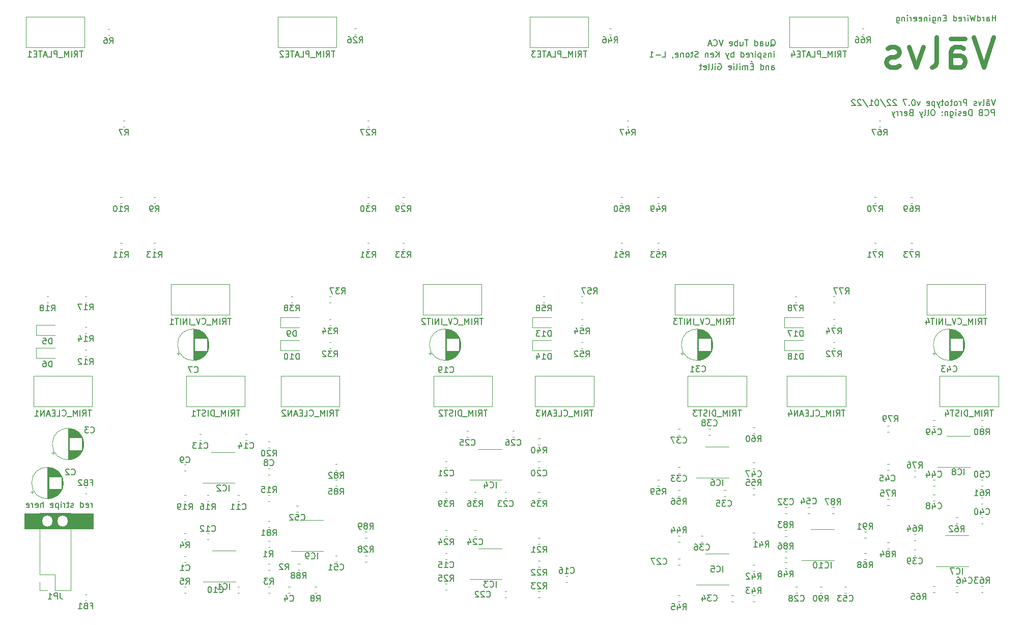
<source format=gbo>
G04 #@! TF.GenerationSoftware,KiCad,Pcbnew,(5.1.6-0-10_14)*
G04 #@! TF.CreationDate,2022-01-22T16:52:21+00:00*
G04 #@! TF.ProjectId,Quad Tube VCA,51756164-2054-4756-9265-205643412e6b,rev?*
G04 #@! TF.SameCoordinates,Original*
G04 #@! TF.FileFunction,Legend,Bot*
G04 #@! TF.FilePolarity,Positive*
%FSLAX46Y46*%
G04 Gerber Fmt 4.6, Leading zero omitted, Abs format (unit mm)*
G04 Created by KiCad (PCBNEW (5.1.6-0-10_14)) date 2022-01-22 16:52:21*
%MOMM*%
%LPD*%
G01*
G04 APERTURE LIST*
%ADD10C,0.150000*%
%ADD11C,0.750000*%
%ADD12C,0.100000*%
%ADD13C,0.120000*%
%ADD14C,2.875000*%
%ADD15R,2.875000X2.875000*%
%ADD16C,1.700000*%
%ADD17R,1.700000X1.700000*%
%ADD18C,1.900000*%
%ADD19R,1.900000X1.900000*%
%ADD20C,2.100000*%
%ADD21C,1.400000*%
%ADD22C,1.540000*%
%ADD23O,1.800000X1.800000*%
%ADD24R,1.800000X1.800000*%
%ADD25R,1.100000X1.100000*%
G04 APERTURE END LIST*
D10*
X227567095Y-46426380D02*
X227567095Y-45426380D01*
X227567095Y-45902571D02*
X226995666Y-45902571D01*
X226995666Y-46426380D02*
X226995666Y-45426380D01*
X226090904Y-46426380D02*
X226090904Y-45902571D01*
X226138523Y-45807333D01*
X226233761Y-45759714D01*
X226424238Y-45759714D01*
X226519476Y-45807333D01*
X226090904Y-46378761D02*
X226186142Y-46426380D01*
X226424238Y-46426380D01*
X226519476Y-46378761D01*
X226567095Y-46283523D01*
X226567095Y-46188285D01*
X226519476Y-46093047D01*
X226424238Y-46045428D01*
X226186142Y-46045428D01*
X226090904Y-45997809D01*
X225614714Y-46426380D02*
X225614714Y-45759714D01*
X225614714Y-45950190D02*
X225567095Y-45854952D01*
X225519476Y-45807333D01*
X225424238Y-45759714D01*
X225329000Y-45759714D01*
X224567095Y-46426380D02*
X224567095Y-45426380D01*
X224567095Y-46378761D02*
X224662333Y-46426380D01*
X224852809Y-46426380D01*
X224948047Y-46378761D01*
X224995666Y-46331142D01*
X225043285Y-46235904D01*
X225043285Y-45950190D01*
X224995666Y-45854952D01*
X224948047Y-45807333D01*
X224852809Y-45759714D01*
X224662333Y-45759714D01*
X224567095Y-45807333D01*
X224186142Y-45426380D02*
X223948047Y-46426380D01*
X223757571Y-45712095D01*
X223567095Y-46426380D01*
X223329000Y-45426380D01*
X222948047Y-46426380D02*
X222948047Y-45759714D01*
X222948047Y-45426380D02*
X222995666Y-45474000D01*
X222948047Y-45521619D01*
X222900428Y-45474000D01*
X222948047Y-45426380D01*
X222948047Y-45521619D01*
X222471857Y-46426380D02*
X222471857Y-45759714D01*
X222471857Y-45950190D02*
X222424238Y-45854952D01*
X222376619Y-45807333D01*
X222281380Y-45759714D01*
X222186142Y-45759714D01*
X221471857Y-46378761D02*
X221567095Y-46426380D01*
X221757571Y-46426380D01*
X221852809Y-46378761D01*
X221900428Y-46283523D01*
X221900428Y-45902571D01*
X221852809Y-45807333D01*
X221757571Y-45759714D01*
X221567095Y-45759714D01*
X221471857Y-45807333D01*
X221424238Y-45902571D01*
X221424238Y-45997809D01*
X221900428Y-46093047D01*
X220567095Y-46426380D02*
X220567095Y-45426380D01*
X220567095Y-46378761D02*
X220662333Y-46426380D01*
X220852809Y-46426380D01*
X220948047Y-46378761D01*
X220995666Y-46331142D01*
X221043285Y-46235904D01*
X221043285Y-45950190D01*
X220995666Y-45854952D01*
X220948047Y-45807333D01*
X220852809Y-45759714D01*
X220662333Y-45759714D01*
X220567095Y-45807333D01*
X219329000Y-45902571D02*
X218995666Y-45902571D01*
X218852809Y-46426380D02*
X219329000Y-46426380D01*
X219329000Y-45426380D01*
X218852809Y-45426380D01*
X218424238Y-45759714D02*
X218424238Y-46426380D01*
X218424238Y-45854952D02*
X218376619Y-45807333D01*
X218281380Y-45759714D01*
X218138523Y-45759714D01*
X218043285Y-45807333D01*
X217995666Y-45902571D01*
X217995666Y-46426380D01*
X217090904Y-45759714D02*
X217090904Y-46569238D01*
X217138523Y-46664476D01*
X217186142Y-46712095D01*
X217281380Y-46759714D01*
X217424238Y-46759714D01*
X217519476Y-46712095D01*
X217090904Y-46378761D02*
X217186142Y-46426380D01*
X217376619Y-46426380D01*
X217471857Y-46378761D01*
X217519476Y-46331142D01*
X217567095Y-46235904D01*
X217567095Y-45950190D01*
X217519476Y-45854952D01*
X217471857Y-45807333D01*
X217376619Y-45759714D01*
X217186142Y-45759714D01*
X217090904Y-45807333D01*
X216614714Y-46426380D02*
X216614714Y-45759714D01*
X216614714Y-45426380D02*
X216662333Y-45474000D01*
X216614714Y-45521619D01*
X216567095Y-45474000D01*
X216614714Y-45426380D01*
X216614714Y-45521619D01*
X216138523Y-45759714D02*
X216138523Y-46426380D01*
X216138523Y-45854952D02*
X216090904Y-45807333D01*
X215995666Y-45759714D01*
X215852809Y-45759714D01*
X215757571Y-45807333D01*
X215709952Y-45902571D01*
X215709952Y-46426380D01*
X214852809Y-46378761D02*
X214948047Y-46426380D01*
X215138523Y-46426380D01*
X215233761Y-46378761D01*
X215281380Y-46283523D01*
X215281380Y-45902571D01*
X215233761Y-45807333D01*
X215138523Y-45759714D01*
X214948047Y-45759714D01*
X214852809Y-45807333D01*
X214805190Y-45902571D01*
X214805190Y-45997809D01*
X215281380Y-46093047D01*
X213995666Y-46378761D02*
X214090904Y-46426380D01*
X214281380Y-46426380D01*
X214376619Y-46378761D01*
X214424238Y-46283523D01*
X214424238Y-45902571D01*
X214376619Y-45807333D01*
X214281380Y-45759714D01*
X214090904Y-45759714D01*
X213995666Y-45807333D01*
X213948047Y-45902571D01*
X213948047Y-45997809D01*
X214424238Y-46093047D01*
X213519476Y-46426380D02*
X213519476Y-45759714D01*
X213519476Y-45950190D02*
X213471857Y-45854952D01*
X213424238Y-45807333D01*
X213329000Y-45759714D01*
X213233761Y-45759714D01*
X212900428Y-46426380D02*
X212900428Y-45759714D01*
X212900428Y-45426380D02*
X212948047Y-45474000D01*
X212900428Y-45521619D01*
X212852809Y-45474000D01*
X212900428Y-45426380D01*
X212900428Y-45521619D01*
X212424238Y-45759714D02*
X212424238Y-46426380D01*
X212424238Y-45854952D02*
X212376619Y-45807333D01*
X212281380Y-45759714D01*
X212138523Y-45759714D01*
X212043285Y-45807333D01*
X211995666Y-45902571D01*
X211995666Y-46426380D01*
X211090904Y-45759714D02*
X211090904Y-46569238D01*
X211138523Y-46664476D01*
X211186142Y-46712095D01*
X211281380Y-46759714D01*
X211424238Y-46759714D01*
X211519476Y-46712095D01*
X211090904Y-46378761D02*
X211186142Y-46426380D01*
X211376619Y-46426380D01*
X211471857Y-46378761D01*
X211519476Y-46331142D01*
X211567095Y-46235904D01*
X211567095Y-45950190D01*
X211519476Y-45854952D01*
X211471857Y-45807333D01*
X211376619Y-45759714D01*
X211186142Y-45759714D01*
X211090904Y-45807333D01*
X227518261Y-59460380D02*
X227184928Y-60460380D01*
X226851595Y-59460380D01*
X226089690Y-60460380D02*
X226089690Y-59936571D01*
X226137309Y-59841333D01*
X226232547Y-59793714D01*
X226423023Y-59793714D01*
X226518261Y-59841333D01*
X226089690Y-60412761D02*
X226184928Y-60460380D01*
X226423023Y-60460380D01*
X226518261Y-60412761D01*
X226565880Y-60317523D01*
X226565880Y-60222285D01*
X226518261Y-60127047D01*
X226423023Y-60079428D01*
X226184928Y-60079428D01*
X226089690Y-60031809D01*
X226565880Y-59508000D02*
X226089690Y-59508000D01*
X225470642Y-60460380D02*
X225565880Y-60412761D01*
X225613500Y-60317523D01*
X225613500Y-59460380D01*
X225184928Y-59793714D02*
X224946833Y-60460380D01*
X224708738Y-59793714D01*
X224375404Y-60412761D02*
X224280166Y-60460380D01*
X224089690Y-60460380D01*
X223994452Y-60412761D01*
X223946833Y-60317523D01*
X223946833Y-60269904D01*
X223994452Y-60174666D01*
X224089690Y-60127047D01*
X224232547Y-60127047D01*
X224327785Y-60079428D01*
X224375404Y-59984190D01*
X224375404Y-59936571D01*
X224327785Y-59841333D01*
X224232547Y-59793714D01*
X224089690Y-59793714D01*
X223994452Y-59841333D01*
X222756357Y-60460380D02*
X222756357Y-59460380D01*
X222375404Y-59460380D01*
X222280166Y-59508000D01*
X222232547Y-59555619D01*
X222184928Y-59650857D01*
X222184928Y-59793714D01*
X222232547Y-59888952D01*
X222280166Y-59936571D01*
X222375404Y-59984190D01*
X222756357Y-59984190D01*
X221756357Y-60460380D02*
X221756357Y-59793714D01*
X221756357Y-59984190D02*
X221708738Y-59888952D01*
X221661119Y-59841333D01*
X221565880Y-59793714D01*
X221470642Y-59793714D01*
X220994452Y-60460380D02*
X221089690Y-60412761D01*
X221137309Y-60365142D01*
X221184928Y-60269904D01*
X221184928Y-59984190D01*
X221137309Y-59888952D01*
X221089690Y-59841333D01*
X220994452Y-59793714D01*
X220851595Y-59793714D01*
X220756357Y-59841333D01*
X220708738Y-59888952D01*
X220661119Y-59984190D01*
X220661119Y-60269904D01*
X220708738Y-60365142D01*
X220756357Y-60412761D01*
X220851595Y-60460380D01*
X220994452Y-60460380D01*
X220375404Y-59793714D02*
X219994452Y-59793714D01*
X220232547Y-59460380D02*
X220232547Y-60317523D01*
X220184928Y-60412761D01*
X220089690Y-60460380D01*
X219994452Y-60460380D01*
X219518261Y-60460380D02*
X219613500Y-60412761D01*
X219661119Y-60365142D01*
X219708738Y-60269904D01*
X219708738Y-59984190D01*
X219661119Y-59888952D01*
X219613500Y-59841333D01*
X219518261Y-59793714D01*
X219375404Y-59793714D01*
X219280166Y-59841333D01*
X219232547Y-59888952D01*
X219184928Y-59984190D01*
X219184928Y-60269904D01*
X219232547Y-60365142D01*
X219280166Y-60412761D01*
X219375404Y-60460380D01*
X219518261Y-60460380D01*
X218899214Y-59793714D02*
X218518261Y-59793714D01*
X218756357Y-59460380D02*
X218756357Y-60317523D01*
X218708738Y-60412761D01*
X218613500Y-60460380D01*
X218518261Y-60460380D01*
X218280166Y-59793714D02*
X218042071Y-60460380D01*
X217803976Y-59793714D02*
X218042071Y-60460380D01*
X218137309Y-60698476D01*
X218184928Y-60746095D01*
X218280166Y-60793714D01*
X217423023Y-59793714D02*
X217423023Y-60793714D01*
X217423023Y-59841333D02*
X217327785Y-59793714D01*
X217137309Y-59793714D01*
X217042071Y-59841333D01*
X216994452Y-59888952D01*
X216946833Y-59984190D01*
X216946833Y-60269904D01*
X216994452Y-60365142D01*
X217042071Y-60412761D01*
X217137309Y-60460380D01*
X217327785Y-60460380D01*
X217423023Y-60412761D01*
X216137309Y-60412761D02*
X216232547Y-60460380D01*
X216423023Y-60460380D01*
X216518261Y-60412761D01*
X216565880Y-60317523D01*
X216565880Y-59936571D01*
X216518261Y-59841333D01*
X216423023Y-59793714D01*
X216232547Y-59793714D01*
X216137309Y-59841333D01*
X216089690Y-59936571D01*
X216089690Y-60031809D01*
X216565880Y-60127047D01*
X214994452Y-59793714D02*
X214756357Y-60460380D01*
X214518261Y-59793714D01*
X213946833Y-59460380D02*
X213851595Y-59460380D01*
X213756357Y-59508000D01*
X213708738Y-59555619D01*
X213661119Y-59650857D01*
X213613500Y-59841333D01*
X213613500Y-60079428D01*
X213661119Y-60269904D01*
X213708738Y-60365142D01*
X213756357Y-60412761D01*
X213851595Y-60460380D01*
X213946833Y-60460380D01*
X214042071Y-60412761D01*
X214089690Y-60365142D01*
X214137309Y-60269904D01*
X214184928Y-60079428D01*
X214184928Y-59841333D01*
X214137309Y-59650857D01*
X214089690Y-59555619D01*
X214042071Y-59508000D01*
X213946833Y-59460380D01*
X213184928Y-60365142D02*
X213137309Y-60412761D01*
X213184928Y-60460380D01*
X213232547Y-60412761D01*
X213184928Y-60365142D01*
X213184928Y-60460380D01*
X212803976Y-59460380D02*
X212137309Y-59460380D01*
X212565880Y-60460380D01*
X211042071Y-59555619D02*
X210994452Y-59508000D01*
X210899214Y-59460380D01*
X210661119Y-59460380D01*
X210565880Y-59508000D01*
X210518261Y-59555619D01*
X210470642Y-59650857D01*
X210470642Y-59746095D01*
X210518261Y-59888952D01*
X211089690Y-60460380D01*
X210470642Y-60460380D01*
X210089690Y-59555619D02*
X210042071Y-59508000D01*
X209946833Y-59460380D01*
X209708738Y-59460380D01*
X209613500Y-59508000D01*
X209565880Y-59555619D01*
X209518261Y-59650857D01*
X209518261Y-59746095D01*
X209565880Y-59888952D01*
X210137309Y-60460380D01*
X209518261Y-60460380D01*
X208375404Y-59412761D02*
X209232547Y-60698476D01*
X207851595Y-59460380D02*
X207756357Y-59460380D01*
X207661119Y-59508000D01*
X207613500Y-59555619D01*
X207565880Y-59650857D01*
X207518261Y-59841333D01*
X207518261Y-60079428D01*
X207565880Y-60269904D01*
X207613500Y-60365142D01*
X207661119Y-60412761D01*
X207756357Y-60460380D01*
X207851595Y-60460380D01*
X207946833Y-60412761D01*
X207994452Y-60365142D01*
X208042071Y-60269904D01*
X208089690Y-60079428D01*
X208089690Y-59841333D01*
X208042071Y-59650857D01*
X207994452Y-59555619D01*
X207946833Y-59508000D01*
X207851595Y-59460380D01*
X206565880Y-60460380D02*
X207137309Y-60460380D01*
X206851595Y-60460380D02*
X206851595Y-59460380D01*
X206946833Y-59603238D01*
X207042071Y-59698476D01*
X207137309Y-59746095D01*
X205423023Y-59412761D02*
X206280166Y-60698476D01*
X205137309Y-59555619D02*
X205089690Y-59508000D01*
X204994452Y-59460380D01*
X204756357Y-59460380D01*
X204661119Y-59508000D01*
X204613500Y-59555619D01*
X204565880Y-59650857D01*
X204565880Y-59746095D01*
X204613500Y-59888952D01*
X205184928Y-60460380D01*
X204565880Y-60460380D01*
X204184928Y-59555619D02*
X204137309Y-59508000D01*
X204042071Y-59460380D01*
X203803976Y-59460380D01*
X203708738Y-59508000D01*
X203661119Y-59555619D01*
X203613500Y-59650857D01*
X203613500Y-59746095D01*
X203661119Y-59888952D01*
X204232547Y-60460380D01*
X203613500Y-60460380D01*
X227375404Y-62110380D02*
X227375404Y-61110380D01*
X226994452Y-61110380D01*
X226899214Y-61158000D01*
X226851595Y-61205619D01*
X226803976Y-61300857D01*
X226803976Y-61443714D01*
X226851595Y-61538952D01*
X226899214Y-61586571D01*
X226994452Y-61634190D01*
X227375404Y-61634190D01*
X225803976Y-62015142D02*
X225851595Y-62062761D01*
X225994452Y-62110380D01*
X226089690Y-62110380D01*
X226232547Y-62062761D01*
X226327785Y-61967523D01*
X226375404Y-61872285D01*
X226423023Y-61681809D01*
X226423023Y-61538952D01*
X226375404Y-61348476D01*
X226327785Y-61253238D01*
X226232547Y-61158000D01*
X226089690Y-61110380D01*
X225994452Y-61110380D01*
X225851595Y-61158000D01*
X225803976Y-61205619D01*
X225042071Y-61586571D02*
X224899214Y-61634190D01*
X224851595Y-61681809D01*
X224803976Y-61777047D01*
X224803976Y-61919904D01*
X224851595Y-62015142D01*
X224899214Y-62062761D01*
X224994452Y-62110380D01*
X225375404Y-62110380D01*
X225375404Y-61110380D01*
X225042071Y-61110380D01*
X224946833Y-61158000D01*
X224899214Y-61205619D01*
X224851595Y-61300857D01*
X224851595Y-61396095D01*
X224899214Y-61491333D01*
X224946833Y-61538952D01*
X225042071Y-61586571D01*
X225375404Y-61586571D01*
X223613500Y-62110380D02*
X223613500Y-61110380D01*
X223375404Y-61110380D01*
X223232547Y-61158000D01*
X223137309Y-61253238D01*
X223089690Y-61348476D01*
X223042071Y-61538952D01*
X223042071Y-61681809D01*
X223089690Y-61872285D01*
X223137309Y-61967523D01*
X223232547Y-62062761D01*
X223375404Y-62110380D01*
X223613500Y-62110380D01*
X222232547Y-62062761D02*
X222327785Y-62110380D01*
X222518261Y-62110380D01*
X222613500Y-62062761D01*
X222661119Y-61967523D01*
X222661119Y-61586571D01*
X222613500Y-61491333D01*
X222518261Y-61443714D01*
X222327785Y-61443714D01*
X222232547Y-61491333D01*
X222184928Y-61586571D01*
X222184928Y-61681809D01*
X222661119Y-61777047D01*
X221803976Y-62062761D02*
X221708738Y-62110380D01*
X221518261Y-62110380D01*
X221423023Y-62062761D01*
X221375404Y-61967523D01*
X221375404Y-61919904D01*
X221423023Y-61824666D01*
X221518261Y-61777047D01*
X221661119Y-61777047D01*
X221756357Y-61729428D01*
X221803976Y-61634190D01*
X221803976Y-61586571D01*
X221756357Y-61491333D01*
X221661119Y-61443714D01*
X221518261Y-61443714D01*
X221423023Y-61491333D01*
X220946833Y-62110380D02*
X220946833Y-61443714D01*
X220946833Y-61110380D02*
X220994452Y-61158000D01*
X220946833Y-61205619D01*
X220899214Y-61158000D01*
X220946833Y-61110380D01*
X220946833Y-61205619D01*
X220042071Y-61443714D02*
X220042071Y-62253238D01*
X220089690Y-62348476D01*
X220137309Y-62396095D01*
X220232547Y-62443714D01*
X220375404Y-62443714D01*
X220470642Y-62396095D01*
X220042071Y-62062761D02*
X220137309Y-62110380D01*
X220327785Y-62110380D01*
X220423023Y-62062761D01*
X220470642Y-62015142D01*
X220518261Y-61919904D01*
X220518261Y-61634190D01*
X220470642Y-61538952D01*
X220423023Y-61491333D01*
X220327785Y-61443714D01*
X220137309Y-61443714D01*
X220042071Y-61491333D01*
X219565880Y-61443714D02*
X219565880Y-62110380D01*
X219565880Y-61538952D02*
X219518261Y-61491333D01*
X219423023Y-61443714D01*
X219280166Y-61443714D01*
X219184928Y-61491333D01*
X219137309Y-61586571D01*
X219137309Y-62110380D01*
X218661119Y-62015142D02*
X218613500Y-62062761D01*
X218661119Y-62110380D01*
X218708738Y-62062761D01*
X218661119Y-62015142D01*
X218661119Y-62110380D01*
X218661119Y-61491333D02*
X218613500Y-61538952D01*
X218661119Y-61586571D01*
X218708738Y-61538952D01*
X218661119Y-61491333D01*
X218661119Y-61586571D01*
X217232547Y-61110380D02*
X217042071Y-61110380D01*
X216946833Y-61158000D01*
X216851595Y-61253238D01*
X216803976Y-61443714D01*
X216803976Y-61777047D01*
X216851595Y-61967523D01*
X216946833Y-62062761D01*
X217042071Y-62110380D01*
X217232547Y-62110380D01*
X217327785Y-62062761D01*
X217423023Y-61967523D01*
X217470642Y-61777047D01*
X217470642Y-61443714D01*
X217423023Y-61253238D01*
X217327785Y-61158000D01*
X217232547Y-61110380D01*
X216232547Y-62110380D02*
X216327785Y-62062761D01*
X216375404Y-61967523D01*
X216375404Y-61110380D01*
X215708738Y-62110380D02*
X215803976Y-62062761D01*
X215851595Y-61967523D01*
X215851595Y-61110380D01*
X215423023Y-61443714D02*
X215184928Y-62110380D01*
X214946833Y-61443714D02*
X215184928Y-62110380D01*
X215280166Y-62348476D01*
X215327785Y-62396095D01*
X215423023Y-62443714D01*
X213470642Y-61586571D02*
X213327785Y-61634190D01*
X213280166Y-61681809D01*
X213232547Y-61777047D01*
X213232547Y-61919904D01*
X213280166Y-62015142D01*
X213327785Y-62062761D01*
X213423023Y-62110380D01*
X213803976Y-62110380D01*
X213803976Y-61110380D01*
X213470642Y-61110380D01*
X213375404Y-61158000D01*
X213327785Y-61205619D01*
X213280166Y-61300857D01*
X213280166Y-61396095D01*
X213327785Y-61491333D01*
X213375404Y-61538952D01*
X213470642Y-61586571D01*
X213803976Y-61586571D01*
X212423023Y-62062761D02*
X212518261Y-62110380D01*
X212708738Y-62110380D01*
X212803976Y-62062761D01*
X212851595Y-61967523D01*
X212851595Y-61586571D01*
X212803976Y-61491333D01*
X212708738Y-61443714D01*
X212518261Y-61443714D01*
X212423023Y-61491333D01*
X212375404Y-61586571D01*
X212375404Y-61681809D01*
X212851595Y-61777047D01*
X211946833Y-62110380D02*
X211946833Y-61443714D01*
X211946833Y-61634190D02*
X211899214Y-61538952D01*
X211851595Y-61491333D01*
X211756357Y-61443714D01*
X211661119Y-61443714D01*
X211327785Y-62110380D02*
X211327785Y-61443714D01*
X211327785Y-61634190D02*
X211280166Y-61538952D01*
X211232547Y-61491333D01*
X211137309Y-61443714D01*
X211042071Y-61443714D01*
X210803976Y-61443714D02*
X210565880Y-62110380D01*
X210327785Y-61443714D02*
X210565880Y-62110380D01*
X210661119Y-62348476D01*
X210708738Y-62396095D01*
X210803976Y-62443714D01*
X190294285Y-54472380D02*
X190294285Y-53948571D01*
X190341904Y-53853333D01*
X190437142Y-53805714D01*
X190627619Y-53805714D01*
X190722857Y-53853333D01*
X190294285Y-54424761D02*
X190389523Y-54472380D01*
X190627619Y-54472380D01*
X190722857Y-54424761D01*
X190770476Y-54329523D01*
X190770476Y-54234285D01*
X190722857Y-54139047D01*
X190627619Y-54091428D01*
X190389523Y-54091428D01*
X190294285Y-54043809D01*
X189818095Y-53805714D02*
X189818095Y-54472380D01*
X189818095Y-53900952D02*
X189770476Y-53853333D01*
X189675238Y-53805714D01*
X189532380Y-53805714D01*
X189437142Y-53853333D01*
X189389523Y-53948571D01*
X189389523Y-54472380D01*
X188484761Y-54472380D02*
X188484761Y-53472380D01*
X188484761Y-54424761D02*
X188580000Y-54472380D01*
X188770476Y-54472380D01*
X188865714Y-54424761D01*
X188913333Y-54377142D01*
X188960952Y-54281904D01*
X188960952Y-53996190D01*
X188913333Y-53900952D01*
X188865714Y-53853333D01*
X188770476Y-53805714D01*
X188580000Y-53805714D01*
X188484761Y-53853333D01*
X187246666Y-53948571D02*
X186913333Y-53948571D01*
X186770476Y-54472380D02*
X187246666Y-54472380D01*
X187246666Y-53472380D01*
X186770476Y-53472380D01*
X186913333Y-53091428D02*
X187056190Y-53234285D01*
X186341904Y-54472380D02*
X186341904Y-53805714D01*
X186341904Y-53900952D02*
X186294285Y-53853333D01*
X186199047Y-53805714D01*
X186056190Y-53805714D01*
X185960952Y-53853333D01*
X185913333Y-53948571D01*
X185913333Y-54472380D01*
X185913333Y-53948571D02*
X185865714Y-53853333D01*
X185770476Y-53805714D01*
X185627619Y-53805714D01*
X185532380Y-53853333D01*
X185484761Y-53948571D01*
X185484761Y-54472380D01*
X185008571Y-54472380D02*
X185008571Y-53805714D01*
X185008571Y-53472380D02*
X185056190Y-53520000D01*
X185008571Y-53567619D01*
X184960952Y-53520000D01*
X185008571Y-53472380D01*
X185008571Y-53567619D01*
X184389523Y-54472380D02*
X184484761Y-54424761D01*
X184532380Y-54329523D01*
X184532380Y-53472380D01*
X184008571Y-54472380D02*
X184008571Y-53805714D01*
X184008571Y-53472380D02*
X184056190Y-53520000D01*
X184008571Y-53567619D01*
X183960952Y-53520000D01*
X184008571Y-53472380D01*
X184008571Y-53567619D01*
X183151428Y-54424761D02*
X183246666Y-54472380D01*
X183437142Y-54472380D01*
X183532380Y-54424761D01*
X183580000Y-54329523D01*
X183580000Y-53948571D01*
X183532380Y-53853333D01*
X183437142Y-53805714D01*
X183246666Y-53805714D01*
X183151428Y-53853333D01*
X183103809Y-53948571D01*
X183103809Y-54043809D01*
X183580000Y-54139047D01*
X181389523Y-53520000D02*
X181484761Y-53472380D01*
X181627619Y-53472380D01*
X181770476Y-53520000D01*
X181865714Y-53615238D01*
X181913333Y-53710476D01*
X181960952Y-53900952D01*
X181960952Y-54043809D01*
X181913333Y-54234285D01*
X181865714Y-54329523D01*
X181770476Y-54424761D01*
X181627619Y-54472380D01*
X181532380Y-54472380D01*
X181389523Y-54424761D01*
X181341904Y-54377142D01*
X181341904Y-54043809D01*
X181532380Y-54043809D01*
X180913333Y-54472380D02*
X180913333Y-53805714D01*
X180913333Y-53472380D02*
X180960952Y-53520000D01*
X180913333Y-53567619D01*
X180865714Y-53520000D01*
X180913333Y-53472380D01*
X180913333Y-53567619D01*
X180294285Y-54472380D02*
X180389523Y-54424761D01*
X180437142Y-54329523D01*
X180437142Y-53472380D01*
X179770476Y-54472380D02*
X179865714Y-54424761D01*
X179913333Y-54329523D01*
X179913333Y-53472380D01*
X179008571Y-54424761D02*
X179103809Y-54472380D01*
X179294285Y-54472380D01*
X179389523Y-54424761D01*
X179437142Y-54329523D01*
X179437142Y-53948571D01*
X179389523Y-53853333D01*
X179294285Y-53805714D01*
X179103809Y-53805714D01*
X179008571Y-53853333D01*
X178960952Y-53948571D01*
X178960952Y-54043809D01*
X179437142Y-54139047D01*
X178675238Y-53805714D02*
X178294285Y-53805714D01*
X178532380Y-53472380D02*
X178532380Y-54329523D01*
X178484761Y-54424761D01*
X178389523Y-54472380D01*
X178294285Y-54472380D01*
X190699523Y-52422380D02*
X190699523Y-51755714D01*
X190699523Y-51422380D02*
X190747142Y-51470000D01*
X190699523Y-51517619D01*
X190651904Y-51470000D01*
X190699523Y-51422380D01*
X190699523Y-51517619D01*
X190223333Y-51755714D02*
X190223333Y-52422380D01*
X190223333Y-51850952D02*
X190175714Y-51803333D01*
X190080476Y-51755714D01*
X189937619Y-51755714D01*
X189842380Y-51803333D01*
X189794761Y-51898571D01*
X189794761Y-52422380D01*
X189366190Y-52374761D02*
X189270952Y-52422380D01*
X189080476Y-52422380D01*
X188985238Y-52374761D01*
X188937619Y-52279523D01*
X188937619Y-52231904D01*
X188985238Y-52136666D01*
X189080476Y-52089047D01*
X189223333Y-52089047D01*
X189318571Y-52041428D01*
X189366190Y-51946190D01*
X189366190Y-51898571D01*
X189318571Y-51803333D01*
X189223333Y-51755714D01*
X189080476Y-51755714D01*
X188985238Y-51803333D01*
X188509047Y-51755714D02*
X188509047Y-52755714D01*
X188509047Y-51803333D02*
X188413809Y-51755714D01*
X188223333Y-51755714D01*
X188128095Y-51803333D01*
X188080476Y-51850952D01*
X188032857Y-51946190D01*
X188032857Y-52231904D01*
X188080476Y-52327142D01*
X188128095Y-52374761D01*
X188223333Y-52422380D01*
X188413809Y-52422380D01*
X188509047Y-52374761D01*
X187604285Y-52422380D02*
X187604285Y-51755714D01*
X187604285Y-51422380D02*
X187651904Y-51470000D01*
X187604285Y-51517619D01*
X187556666Y-51470000D01*
X187604285Y-51422380D01*
X187604285Y-51517619D01*
X187128095Y-52422380D02*
X187128095Y-51755714D01*
X187128095Y-51946190D02*
X187080476Y-51850952D01*
X187032857Y-51803333D01*
X186937619Y-51755714D01*
X186842380Y-51755714D01*
X186128095Y-52374761D02*
X186223333Y-52422380D01*
X186413809Y-52422380D01*
X186509047Y-52374761D01*
X186556666Y-52279523D01*
X186556666Y-51898571D01*
X186509047Y-51803333D01*
X186413809Y-51755714D01*
X186223333Y-51755714D01*
X186128095Y-51803333D01*
X186080476Y-51898571D01*
X186080476Y-51993809D01*
X186556666Y-52089047D01*
X185223333Y-52422380D02*
X185223333Y-51422380D01*
X185223333Y-52374761D02*
X185318571Y-52422380D01*
X185509047Y-52422380D01*
X185604285Y-52374761D01*
X185651904Y-52327142D01*
X185699523Y-52231904D01*
X185699523Y-51946190D01*
X185651904Y-51850952D01*
X185604285Y-51803333D01*
X185509047Y-51755714D01*
X185318571Y-51755714D01*
X185223333Y-51803333D01*
X183985238Y-52422380D02*
X183985238Y-51422380D01*
X183985238Y-51803333D02*
X183890000Y-51755714D01*
X183699523Y-51755714D01*
X183604285Y-51803333D01*
X183556666Y-51850952D01*
X183509047Y-51946190D01*
X183509047Y-52231904D01*
X183556666Y-52327142D01*
X183604285Y-52374761D01*
X183699523Y-52422380D01*
X183890000Y-52422380D01*
X183985238Y-52374761D01*
X183175714Y-51755714D02*
X182937619Y-52422380D01*
X182699523Y-51755714D02*
X182937619Y-52422380D01*
X183032857Y-52660476D01*
X183080476Y-52708095D01*
X183175714Y-52755714D01*
X181556666Y-52422380D02*
X181556666Y-51422380D01*
X180985238Y-52422380D02*
X181413809Y-51850952D01*
X180985238Y-51422380D02*
X181556666Y-51993809D01*
X180175714Y-52374761D02*
X180270952Y-52422380D01*
X180461428Y-52422380D01*
X180556666Y-52374761D01*
X180604285Y-52279523D01*
X180604285Y-51898571D01*
X180556666Y-51803333D01*
X180461428Y-51755714D01*
X180270952Y-51755714D01*
X180175714Y-51803333D01*
X180128095Y-51898571D01*
X180128095Y-51993809D01*
X180604285Y-52089047D01*
X179699523Y-51755714D02*
X179699523Y-52422380D01*
X179699523Y-51850952D02*
X179651904Y-51803333D01*
X179556666Y-51755714D01*
X179413809Y-51755714D01*
X179318571Y-51803333D01*
X179270952Y-51898571D01*
X179270952Y-52422380D01*
X178080476Y-52374761D02*
X177937619Y-52422380D01*
X177699523Y-52422380D01*
X177604285Y-52374761D01*
X177556666Y-52327142D01*
X177509047Y-52231904D01*
X177509047Y-52136666D01*
X177556666Y-52041428D01*
X177604285Y-51993809D01*
X177699523Y-51946190D01*
X177890000Y-51898571D01*
X177985238Y-51850952D01*
X178032857Y-51803333D01*
X178080476Y-51708095D01*
X178080476Y-51612857D01*
X178032857Y-51517619D01*
X177985238Y-51470000D01*
X177890000Y-51422380D01*
X177651904Y-51422380D01*
X177509047Y-51470000D01*
X177223333Y-51755714D02*
X176842380Y-51755714D01*
X177080476Y-51422380D02*
X177080476Y-52279523D01*
X177032857Y-52374761D01*
X176937619Y-52422380D01*
X176842380Y-52422380D01*
X176366190Y-52422380D02*
X176461428Y-52374761D01*
X176509047Y-52327142D01*
X176556666Y-52231904D01*
X176556666Y-51946190D01*
X176509047Y-51850952D01*
X176461428Y-51803333D01*
X176366190Y-51755714D01*
X176223333Y-51755714D01*
X176128095Y-51803333D01*
X176080476Y-51850952D01*
X176032857Y-51946190D01*
X176032857Y-52231904D01*
X176080476Y-52327142D01*
X176128095Y-52374761D01*
X176223333Y-52422380D01*
X176366190Y-52422380D01*
X175604285Y-51755714D02*
X175604285Y-52422380D01*
X175604285Y-51850952D02*
X175556666Y-51803333D01*
X175461428Y-51755714D01*
X175318571Y-51755714D01*
X175223333Y-51803333D01*
X175175714Y-51898571D01*
X175175714Y-52422380D01*
X174318571Y-52374761D02*
X174413809Y-52422380D01*
X174604285Y-52422380D01*
X174699523Y-52374761D01*
X174747142Y-52279523D01*
X174747142Y-51898571D01*
X174699523Y-51803333D01*
X174604285Y-51755714D01*
X174413809Y-51755714D01*
X174318571Y-51803333D01*
X174270952Y-51898571D01*
X174270952Y-51993809D01*
X174747142Y-52089047D01*
X173794761Y-52374761D02*
X173794761Y-52422380D01*
X173842380Y-52517619D01*
X173890000Y-52565238D01*
X172128095Y-52422380D02*
X172604285Y-52422380D01*
X172604285Y-51422380D01*
X171794761Y-52041428D02*
X171032857Y-52041428D01*
X170032857Y-52422380D02*
X170604285Y-52422380D01*
X170318571Y-52422380D02*
X170318571Y-51422380D01*
X170413809Y-51565238D01*
X170509047Y-51660476D01*
X170604285Y-51708095D01*
X190129523Y-50597619D02*
X190224761Y-50550000D01*
X190320000Y-50454761D01*
X190462857Y-50311904D01*
X190558095Y-50264285D01*
X190653333Y-50264285D01*
X190605714Y-50502380D02*
X190700952Y-50454761D01*
X190796190Y-50359523D01*
X190843809Y-50169047D01*
X190843809Y-49835714D01*
X190796190Y-49645238D01*
X190700952Y-49550000D01*
X190605714Y-49502380D01*
X190415238Y-49502380D01*
X190320000Y-49550000D01*
X190224761Y-49645238D01*
X190177142Y-49835714D01*
X190177142Y-50169047D01*
X190224761Y-50359523D01*
X190320000Y-50454761D01*
X190415238Y-50502380D01*
X190605714Y-50502380D01*
X189320000Y-49835714D02*
X189320000Y-50502380D01*
X189748571Y-49835714D02*
X189748571Y-50359523D01*
X189700952Y-50454761D01*
X189605714Y-50502380D01*
X189462857Y-50502380D01*
X189367619Y-50454761D01*
X189320000Y-50407142D01*
X188415238Y-50502380D02*
X188415238Y-49978571D01*
X188462857Y-49883333D01*
X188558095Y-49835714D01*
X188748571Y-49835714D01*
X188843809Y-49883333D01*
X188415238Y-50454761D02*
X188510476Y-50502380D01*
X188748571Y-50502380D01*
X188843809Y-50454761D01*
X188891428Y-50359523D01*
X188891428Y-50264285D01*
X188843809Y-50169047D01*
X188748571Y-50121428D01*
X188510476Y-50121428D01*
X188415238Y-50073809D01*
X187510476Y-50502380D02*
X187510476Y-49502380D01*
X187510476Y-50454761D02*
X187605714Y-50502380D01*
X187796190Y-50502380D01*
X187891428Y-50454761D01*
X187939047Y-50407142D01*
X187986666Y-50311904D01*
X187986666Y-50026190D01*
X187939047Y-49930952D01*
X187891428Y-49883333D01*
X187796190Y-49835714D01*
X187605714Y-49835714D01*
X187510476Y-49883333D01*
X186415238Y-49502380D02*
X185843809Y-49502380D01*
X186129523Y-50502380D02*
X186129523Y-49502380D01*
X185081904Y-49835714D02*
X185081904Y-50502380D01*
X185510476Y-49835714D02*
X185510476Y-50359523D01*
X185462857Y-50454761D01*
X185367619Y-50502380D01*
X185224761Y-50502380D01*
X185129523Y-50454761D01*
X185081904Y-50407142D01*
X184605714Y-50502380D02*
X184605714Y-49502380D01*
X184605714Y-49883333D02*
X184510476Y-49835714D01*
X184320000Y-49835714D01*
X184224761Y-49883333D01*
X184177142Y-49930952D01*
X184129523Y-50026190D01*
X184129523Y-50311904D01*
X184177142Y-50407142D01*
X184224761Y-50454761D01*
X184320000Y-50502380D01*
X184510476Y-50502380D01*
X184605714Y-50454761D01*
X183320000Y-50454761D02*
X183415238Y-50502380D01*
X183605714Y-50502380D01*
X183700952Y-50454761D01*
X183748571Y-50359523D01*
X183748571Y-49978571D01*
X183700952Y-49883333D01*
X183605714Y-49835714D01*
X183415238Y-49835714D01*
X183320000Y-49883333D01*
X183272380Y-49978571D01*
X183272380Y-50073809D01*
X183748571Y-50169047D01*
X182224761Y-49502380D02*
X181891428Y-50502380D01*
X181558095Y-49502380D01*
X180653333Y-50407142D02*
X180700952Y-50454761D01*
X180843809Y-50502380D01*
X180939047Y-50502380D01*
X181081904Y-50454761D01*
X181177142Y-50359523D01*
X181224761Y-50264285D01*
X181272380Y-50073809D01*
X181272380Y-49930952D01*
X181224761Y-49740476D01*
X181177142Y-49645238D01*
X181081904Y-49550000D01*
X180939047Y-49502380D01*
X180843809Y-49502380D01*
X180700952Y-49550000D01*
X180653333Y-49597619D01*
X180272380Y-50216666D02*
X179796190Y-50216666D01*
X180367619Y-50502380D02*
X180034285Y-49502380D01*
X179700952Y-50502380D01*
D11*
X227225666Y-49077904D02*
X225559000Y-54077904D01*
X223892333Y-49077904D01*
X220082809Y-54077904D02*
X220082809Y-51458857D01*
X220320904Y-50982666D01*
X220797095Y-50744571D01*
X221749476Y-50744571D01*
X222225666Y-50982666D01*
X220082809Y-53839809D02*
X220559000Y-54077904D01*
X221749476Y-54077904D01*
X222225666Y-53839809D01*
X222463761Y-53363619D01*
X222463761Y-52887428D01*
X222225666Y-52411238D01*
X221749476Y-52173142D01*
X220559000Y-52173142D01*
X220082809Y-51935047D01*
X222463761Y-49316000D02*
X220082809Y-49316000D01*
X216987571Y-54077904D02*
X217463761Y-53839809D01*
X217701857Y-53363619D01*
X217701857Y-49077904D01*
X215559000Y-50744571D02*
X214368523Y-54077904D01*
X213178047Y-50744571D01*
X211511380Y-53839809D02*
X211035190Y-54077904D01*
X210082809Y-54077904D01*
X209606619Y-53839809D01*
X209368523Y-53363619D01*
X209368523Y-53125523D01*
X209606619Y-52649333D01*
X210082809Y-52411238D01*
X210797095Y-52411238D01*
X211273285Y-52173142D01*
X211511380Y-51696952D01*
X211511380Y-51458857D01*
X211273285Y-50982666D01*
X210797095Y-50744571D01*
X210082809Y-50744571D01*
X209606619Y-50982666D01*
D10*
X77252380Y-127272380D02*
X77252380Y-126605714D01*
X77252380Y-126796190D02*
X77204761Y-126700952D01*
X77157142Y-126653333D01*
X77061904Y-126605714D01*
X76966666Y-126605714D01*
X76252380Y-127224761D02*
X76347619Y-127272380D01*
X76538095Y-127272380D01*
X76633333Y-127224761D01*
X76680952Y-127129523D01*
X76680952Y-126748571D01*
X76633333Y-126653333D01*
X76538095Y-126605714D01*
X76347619Y-126605714D01*
X76252380Y-126653333D01*
X76204761Y-126748571D01*
X76204761Y-126843809D01*
X76680952Y-126939047D01*
X75347619Y-127272380D02*
X75347619Y-126272380D01*
X75347619Y-127224761D02*
X75442857Y-127272380D01*
X75633333Y-127272380D01*
X75728571Y-127224761D01*
X75776190Y-127177142D01*
X75823809Y-127081904D01*
X75823809Y-126796190D01*
X75776190Y-126700952D01*
X75728571Y-126653333D01*
X75633333Y-126605714D01*
X75442857Y-126605714D01*
X75347619Y-126653333D01*
X74157142Y-127224761D02*
X74061904Y-127272380D01*
X73871428Y-127272380D01*
X73776190Y-127224761D01*
X73728571Y-127129523D01*
X73728571Y-127081904D01*
X73776190Y-126986666D01*
X73871428Y-126939047D01*
X74014285Y-126939047D01*
X74109523Y-126891428D01*
X74157142Y-126796190D01*
X74157142Y-126748571D01*
X74109523Y-126653333D01*
X74014285Y-126605714D01*
X73871428Y-126605714D01*
X73776190Y-126653333D01*
X73442857Y-126605714D02*
X73061904Y-126605714D01*
X73300000Y-126272380D02*
X73300000Y-127129523D01*
X73252380Y-127224761D01*
X73157142Y-127272380D01*
X73061904Y-127272380D01*
X72728571Y-127272380D02*
X72728571Y-126605714D01*
X72728571Y-126796190D02*
X72680952Y-126700952D01*
X72633333Y-126653333D01*
X72538095Y-126605714D01*
X72442857Y-126605714D01*
X72109523Y-127272380D02*
X72109523Y-126605714D01*
X72109523Y-126272380D02*
X72157142Y-126320000D01*
X72109523Y-126367619D01*
X72061904Y-126320000D01*
X72109523Y-126272380D01*
X72109523Y-126367619D01*
X71633333Y-126605714D02*
X71633333Y-127605714D01*
X71633333Y-126653333D02*
X71538095Y-126605714D01*
X71347619Y-126605714D01*
X71252380Y-126653333D01*
X71204761Y-126700952D01*
X71157142Y-126796190D01*
X71157142Y-127081904D01*
X71204761Y-127177142D01*
X71252380Y-127224761D01*
X71347619Y-127272380D01*
X71538095Y-127272380D01*
X71633333Y-127224761D01*
X70347619Y-127224761D02*
X70442857Y-127272380D01*
X70633333Y-127272380D01*
X70728571Y-127224761D01*
X70776190Y-127129523D01*
X70776190Y-126748571D01*
X70728571Y-126653333D01*
X70633333Y-126605714D01*
X70442857Y-126605714D01*
X70347619Y-126653333D01*
X70300000Y-126748571D01*
X70300000Y-126843809D01*
X70776190Y-126939047D01*
X69109523Y-127272380D02*
X69109523Y-126272380D01*
X68680952Y-127272380D02*
X68680952Y-126748571D01*
X68728571Y-126653333D01*
X68823809Y-126605714D01*
X68966666Y-126605714D01*
X69061904Y-126653333D01*
X69109523Y-126700952D01*
X67823809Y-127224761D02*
X67919047Y-127272380D01*
X68109523Y-127272380D01*
X68204761Y-127224761D01*
X68252380Y-127129523D01*
X68252380Y-126748571D01*
X68204761Y-126653333D01*
X68109523Y-126605714D01*
X67919047Y-126605714D01*
X67823809Y-126653333D01*
X67776190Y-126748571D01*
X67776190Y-126843809D01*
X68252380Y-126939047D01*
X67347619Y-127272380D02*
X67347619Y-126605714D01*
X67347619Y-126796190D02*
X67300000Y-126700952D01*
X67252380Y-126653333D01*
X67157142Y-126605714D01*
X67061904Y-126605714D01*
X66347619Y-127224761D02*
X66442857Y-127272380D01*
X66633333Y-127272380D01*
X66728571Y-127224761D01*
X66776190Y-127129523D01*
X66776190Y-126748571D01*
X66728571Y-126653333D01*
X66633333Y-126605714D01*
X66442857Y-126605714D01*
X66347619Y-126653333D01*
X66299999Y-126748571D01*
X66299999Y-126843809D01*
X66776190Y-126939047D01*
D12*
G36*
X77470000Y-130810000D02*
G01*
X66040000Y-130810000D01*
X66040000Y-128270000D01*
X77470000Y-128270000D01*
X77470000Y-130810000D01*
G37*
X77470000Y-130810000D02*
X66040000Y-130810000D01*
X66040000Y-128270000D01*
X77470000Y-128270000D01*
X77470000Y-130810000D01*
D13*
X222437000Y-100203000D02*
G75*
G03*
X222437000Y-100203000I-2620000J0D01*
G01*
X219817000Y-102783000D02*
X219817000Y-97623000D01*
X219857000Y-102783000D02*
X219857000Y-97623000D01*
X219897000Y-102782000D02*
X219897000Y-97624000D01*
X219937000Y-102781000D02*
X219937000Y-97625000D01*
X219977000Y-102779000D02*
X219977000Y-97627000D01*
X220017000Y-102776000D02*
X220017000Y-97630000D01*
X220057000Y-102772000D02*
X220057000Y-101243000D01*
X220057000Y-99163000D02*
X220057000Y-97634000D01*
X220097000Y-102768000D02*
X220097000Y-101243000D01*
X220097000Y-99163000D02*
X220097000Y-97638000D01*
X220137000Y-102764000D02*
X220137000Y-101243000D01*
X220137000Y-99163000D02*
X220137000Y-97642000D01*
X220177000Y-102759000D02*
X220177000Y-101243000D01*
X220177000Y-99163000D02*
X220177000Y-97647000D01*
X220217000Y-102753000D02*
X220217000Y-101243000D01*
X220217000Y-99163000D02*
X220217000Y-97653000D01*
X220257000Y-102746000D02*
X220257000Y-101243000D01*
X220257000Y-99163000D02*
X220257000Y-97660000D01*
X220297000Y-102739000D02*
X220297000Y-101243000D01*
X220297000Y-99163000D02*
X220297000Y-97667000D01*
X220337000Y-102731000D02*
X220337000Y-101243000D01*
X220337000Y-99163000D02*
X220337000Y-97675000D01*
X220377000Y-102723000D02*
X220377000Y-101243000D01*
X220377000Y-99163000D02*
X220377000Y-97683000D01*
X220417000Y-102714000D02*
X220417000Y-101243000D01*
X220417000Y-99163000D02*
X220417000Y-97692000D01*
X220457000Y-102704000D02*
X220457000Y-101243000D01*
X220457000Y-99163000D02*
X220457000Y-97702000D01*
X220497000Y-102694000D02*
X220497000Y-101243000D01*
X220497000Y-99163000D02*
X220497000Y-97712000D01*
X220538000Y-102683000D02*
X220538000Y-101243000D01*
X220538000Y-99163000D02*
X220538000Y-97723000D01*
X220578000Y-102671000D02*
X220578000Y-101243000D01*
X220578000Y-99163000D02*
X220578000Y-97735000D01*
X220618000Y-102658000D02*
X220618000Y-101243000D01*
X220618000Y-99163000D02*
X220618000Y-97748000D01*
X220658000Y-102645000D02*
X220658000Y-101243000D01*
X220658000Y-99163000D02*
X220658000Y-97761000D01*
X220698000Y-102631000D02*
X220698000Y-101243000D01*
X220698000Y-99163000D02*
X220698000Y-97775000D01*
X220738000Y-102617000D02*
X220738000Y-101243000D01*
X220738000Y-99163000D02*
X220738000Y-97789000D01*
X220778000Y-102601000D02*
X220778000Y-101243000D01*
X220778000Y-99163000D02*
X220778000Y-97805000D01*
X220818000Y-102585000D02*
X220818000Y-101243000D01*
X220818000Y-99163000D02*
X220818000Y-97821000D01*
X220858000Y-102568000D02*
X220858000Y-101243000D01*
X220858000Y-99163000D02*
X220858000Y-97838000D01*
X220898000Y-102551000D02*
X220898000Y-101243000D01*
X220898000Y-99163000D02*
X220898000Y-97855000D01*
X220938000Y-102532000D02*
X220938000Y-101243000D01*
X220938000Y-99163000D02*
X220938000Y-97874000D01*
X220978000Y-102513000D02*
X220978000Y-101243000D01*
X220978000Y-99163000D02*
X220978000Y-97893000D01*
X221018000Y-102493000D02*
X221018000Y-101243000D01*
X221018000Y-99163000D02*
X221018000Y-97913000D01*
X221058000Y-102471000D02*
X221058000Y-101243000D01*
X221058000Y-99163000D02*
X221058000Y-97935000D01*
X221098000Y-102450000D02*
X221098000Y-101243000D01*
X221098000Y-99163000D02*
X221098000Y-97956000D01*
X221138000Y-102427000D02*
X221138000Y-101243000D01*
X221138000Y-99163000D02*
X221138000Y-97979000D01*
X221178000Y-102403000D02*
X221178000Y-101243000D01*
X221178000Y-99163000D02*
X221178000Y-98003000D01*
X221218000Y-102378000D02*
X221218000Y-101243000D01*
X221218000Y-99163000D02*
X221218000Y-98028000D01*
X221258000Y-102352000D02*
X221258000Y-101243000D01*
X221258000Y-99163000D02*
X221258000Y-98054000D01*
X221298000Y-102325000D02*
X221298000Y-101243000D01*
X221298000Y-99163000D02*
X221298000Y-98081000D01*
X221338000Y-102298000D02*
X221338000Y-101243000D01*
X221338000Y-99163000D02*
X221338000Y-98108000D01*
X221378000Y-102268000D02*
X221378000Y-101243000D01*
X221378000Y-99163000D02*
X221378000Y-98138000D01*
X221418000Y-102238000D02*
X221418000Y-101243000D01*
X221418000Y-99163000D02*
X221418000Y-98168000D01*
X221458000Y-102207000D02*
X221458000Y-101243000D01*
X221458000Y-99163000D02*
X221458000Y-98199000D01*
X221498000Y-102174000D02*
X221498000Y-101243000D01*
X221498000Y-99163000D02*
X221498000Y-98232000D01*
X221538000Y-102140000D02*
X221538000Y-101243000D01*
X221538000Y-99163000D02*
X221538000Y-98266000D01*
X221578000Y-102104000D02*
X221578000Y-101243000D01*
X221578000Y-99163000D02*
X221578000Y-98302000D01*
X221618000Y-102067000D02*
X221618000Y-101243000D01*
X221618000Y-99163000D02*
X221618000Y-98339000D01*
X221658000Y-102029000D02*
X221658000Y-101243000D01*
X221658000Y-99163000D02*
X221658000Y-98377000D01*
X221698000Y-101988000D02*
X221698000Y-101243000D01*
X221698000Y-99163000D02*
X221698000Y-98418000D01*
X221738000Y-101946000D02*
X221738000Y-101243000D01*
X221738000Y-99163000D02*
X221738000Y-98460000D01*
X221778000Y-101902000D02*
X221778000Y-101243000D01*
X221778000Y-99163000D02*
X221778000Y-98504000D01*
X221818000Y-101856000D02*
X221818000Y-101243000D01*
X221818000Y-99163000D02*
X221818000Y-98550000D01*
X221858000Y-101808000D02*
X221858000Y-101243000D01*
X221858000Y-99163000D02*
X221858000Y-98598000D01*
X221898000Y-101757000D02*
X221898000Y-101243000D01*
X221898000Y-99163000D02*
X221898000Y-98649000D01*
X221938000Y-101703000D02*
X221938000Y-101243000D01*
X221938000Y-99163000D02*
X221938000Y-98703000D01*
X221978000Y-101646000D02*
X221978000Y-101243000D01*
X221978000Y-99163000D02*
X221978000Y-98760000D01*
X222018000Y-101586000D02*
X222018000Y-101243000D01*
X222018000Y-99163000D02*
X222018000Y-98820000D01*
X222058000Y-101522000D02*
X222058000Y-101243000D01*
X222058000Y-99163000D02*
X222058000Y-98884000D01*
X222098000Y-101454000D02*
X222098000Y-101243000D01*
X222098000Y-99163000D02*
X222098000Y-98952000D01*
X222138000Y-101381000D02*
X222138000Y-99025000D01*
X222178000Y-101301000D02*
X222178000Y-99105000D01*
X222218000Y-101214000D02*
X222218000Y-99192000D01*
X222258000Y-101118000D02*
X222258000Y-99288000D01*
X222298000Y-101008000D02*
X222298000Y-99398000D01*
X222338000Y-100880000D02*
X222338000Y-99526000D01*
X222378000Y-100721000D02*
X222378000Y-99685000D01*
X222418000Y-100487000D02*
X222418000Y-99919000D01*
X217012225Y-101678000D02*
X217512225Y-101678000D01*
X217262225Y-101928000D02*
X217262225Y-101428000D01*
X180527000Y-100203000D02*
G75*
G03*
X180527000Y-100203000I-2620000J0D01*
G01*
X177907000Y-102783000D02*
X177907000Y-97623000D01*
X177947000Y-102783000D02*
X177947000Y-97623000D01*
X177987000Y-102782000D02*
X177987000Y-97624000D01*
X178027000Y-102781000D02*
X178027000Y-97625000D01*
X178067000Y-102779000D02*
X178067000Y-97627000D01*
X178107000Y-102776000D02*
X178107000Y-97630000D01*
X178147000Y-102772000D02*
X178147000Y-101243000D01*
X178147000Y-99163000D02*
X178147000Y-97634000D01*
X178187000Y-102768000D02*
X178187000Y-101243000D01*
X178187000Y-99163000D02*
X178187000Y-97638000D01*
X178227000Y-102764000D02*
X178227000Y-101243000D01*
X178227000Y-99163000D02*
X178227000Y-97642000D01*
X178267000Y-102759000D02*
X178267000Y-101243000D01*
X178267000Y-99163000D02*
X178267000Y-97647000D01*
X178307000Y-102753000D02*
X178307000Y-101243000D01*
X178307000Y-99163000D02*
X178307000Y-97653000D01*
X178347000Y-102746000D02*
X178347000Y-101243000D01*
X178347000Y-99163000D02*
X178347000Y-97660000D01*
X178387000Y-102739000D02*
X178387000Y-101243000D01*
X178387000Y-99163000D02*
X178387000Y-97667000D01*
X178427000Y-102731000D02*
X178427000Y-101243000D01*
X178427000Y-99163000D02*
X178427000Y-97675000D01*
X178467000Y-102723000D02*
X178467000Y-101243000D01*
X178467000Y-99163000D02*
X178467000Y-97683000D01*
X178507000Y-102714000D02*
X178507000Y-101243000D01*
X178507000Y-99163000D02*
X178507000Y-97692000D01*
X178547000Y-102704000D02*
X178547000Y-101243000D01*
X178547000Y-99163000D02*
X178547000Y-97702000D01*
X178587000Y-102694000D02*
X178587000Y-101243000D01*
X178587000Y-99163000D02*
X178587000Y-97712000D01*
X178628000Y-102683000D02*
X178628000Y-101243000D01*
X178628000Y-99163000D02*
X178628000Y-97723000D01*
X178668000Y-102671000D02*
X178668000Y-101243000D01*
X178668000Y-99163000D02*
X178668000Y-97735000D01*
X178708000Y-102658000D02*
X178708000Y-101243000D01*
X178708000Y-99163000D02*
X178708000Y-97748000D01*
X178748000Y-102645000D02*
X178748000Y-101243000D01*
X178748000Y-99163000D02*
X178748000Y-97761000D01*
X178788000Y-102631000D02*
X178788000Y-101243000D01*
X178788000Y-99163000D02*
X178788000Y-97775000D01*
X178828000Y-102617000D02*
X178828000Y-101243000D01*
X178828000Y-99163000D02*
X178828000Y-97789000D01*
X178868000Y-102601000D02*
X178868000Y-101243000D01*
X178868000Y-99163000D02*
X178868000Y-97805000D01*
X178908000Y-102585000D02*
X178908000Y-101243000D01*
X178908000Y-99163000D02*
X178908000Y-97821000D01*
X178948000Y-102568000D02*
X178948000Y-101243000D01*
X178948000Y-99163000D02*
X178948000Y-97838000D01*
X178988000Y-102551000D02*
X178988000Y-101243000D01*
X178988000Y-99163000D02*
X178988000Y-97855000D01*
X179028000Y-102532000D02*
X179028000Y-101243000D01*
X179028000Y-99163000D02*
X179028000Y-97874000D01*
X179068000Y-102513000D02*
X179068000Y-101243000D01*
X179068000Y-99163000D02*
X179068000Y-97893000D01*
X179108000Y-102493000D02*
X179108000Y-101243000D01*
X179108000Y-99163000D02*
X179108000Y-97913000D01*
X179148000Y-102471000D02*
X179148000Y-101243000D01*
X179148000Y-99163000D02*
X179148000Y-97935000D01*
X179188000Y-102450000D02*
X179188000Y-101243000D01*
X179188000Y-99163000D02*
X179188000Y-97956000D01*
X179228000Y-102427000D02*
X179228000Y-101243000D01*
X179228000Y-99163000D02*
X179228000Y-97979000D01*
X179268000Y-102403000D02*
X179268000Y-101243000D01*
X179268000Y-99163000D02*
X179268000Y-98003000D01*
X179308000Y-102378000D02*
X179308000Y-101243000D01*
X179308000Y-99163000D02*
X179308000Y-98028000D01*
X179348000Y-102352000D02*
X179348000Y-101243000D01*
X179348000Y-99163000D02*
X179348000Y-98054000D01*
X179388000Y-102325000D02*
X179388000Y-101243000D01*
X179388000Y-99163000D02*
X179388000Y-98081000D01*
X179428000Y-102298000D02*
X179428000Y-101243000D01*
X179428000Y-99163000D02*
X179428000Y-98108000D01*
X179468000Y-102268000D02*
X179468000Y-101243000D01*
X179468000Y-99163000D02*
X179468000Y-98138000D01*
X179508000Y-102238000D02*
X179508000Y-101243000D01*
X179508000Y-99163000D02*
X179508000Y-98168000D01*
X179548000Y-102207000D02*
X179548000Y-101243000D01*
X179548000Y-99163000D02*
X179548000Y-98199000D01*
X179588000Y-102174000D02*
X179588000Y-101243000D01*
X179588000Y-99163000D02*
X179588000Y-98232000D01*
X179628000Y-102140000D02*
X179628000Y-101243000D01*
X179628000Y-99163000D02*
X179628000Y-98266000D01*
X179668000Y-102104000D02*
X179668000Y-101243000D01*
X179668000Y-99163000D02*
X179668000Y-98302000D01*
X179708000Y-102067000D02*
X179708000Y-101243000D01*
X179708000Y-99163000D02*
X179708000Y-98339000D01*
X179748000Y-102029000D02*
X179748000Y-101243000D01*
X179748000Y-99163000D02*
X179748000Y-98377000D01*
X179788000Y-101988000D02*
X179788000Y-101243000D01*
X179788000Y-99163000D02*
X179788000Y-98418000D01*
X179828000Y-101946000D02*
X179828000Y-101243000D01*
X179828000Y-99163000D02*
X179828000Y-98460000D01*
X179868000Y-101902000D02*
X179868000Y-101243000D01*
X179868000Y-99163000D02*
X179868000Y-98504000D01*
X179908000Y-101856000D02*
X179908000Y-101243000D01*
X179908000Y-99163000D02*
X179908000Y-98550000D01*
X179948000Y-101808000D02*
X179948000Y-101243000D01*
X179948000Y-99163000D02*
X179948000Y-98598000D01*
X179988000Y-101757000D02*
X179988000Y-101243000D01*
X179988000Y-99163000D02*
X179988000Y-98649000D01*
X180028000Y-101703000D02*
X180028000Y-101243000D01*
X180028000Y-99163000D02*
X180028000Y-98703000D01*
X180068000Y-101646000D02*
X180068000Y-101243000D01*
X180068000Y-99163000D02*
X180068000Y-98760000D01*
X180108000Y-101586000D02*
X180108000Y-101243000D01*
X180108000Y-99163000D02*
X180108000Y-98820000D01*
X180148000Y-101522000D02*
X180148000Y-101243000D01*
X180148000Y-99163000D02*
X180148000Y-98884000D01*
X180188000Y-101454000D02*
X180188000Y-101243000D01*
X180188000Y-99163000D02*
X180188000Y-98952000D01*
X180228000Y-101381000D02*
X180228000Y-99025000D01*
X180268000Y-101301000D02*
X180268000Y-99105000D01*
X180308000Y-101214000D02*
X180308000Y-99192000D01*
X180348000Y-101118000D02*
X180348000Y-99288000D01*
X180388000Y-101008000D02*
X180388000Y-99398000D01*
X180428000Y-100880000D02*
X180428000Y-99526000D01*
X180468000Y-100721000D02*
X180468000Y-99685000D01*
X180508000Y-100487000D02*
X180508000Y-99919000D01*
X175102225Y-101678000D02*
X175602225Y-101678000D01*
X175352225Y-101928000D02*
X175352225Y-101428000D01*
X138617000Y-100203000D02*
G75*
G03*
X138617000Y-100203000I-2620000J0D01*
G01*
X135997000Y-102783000D02*
X135997000Y-97623000D01*
X136037000Y-102783000D02*
X136037000Y-97623000D01*
X136077000Y-102782000D02*
X136077000Y-97624000D01*
X136117000Y-102781000D02*
X136117000Y-97625000D01*
X136157000Y-102779000D02*
X136157000Y-97627000D01*
X136197000Y-102776000D02*
X136197000Y-97630000D01*
X136237000Y-102772000D02*
X136237000Y-101243000D01*
X136237000Y-99163000D02*
X136237000Y-97634000D01*
X136277000Y-102768000D02*
X136277000Y-101243000D01*
X136277000Y-99163000D02*
X136277000Y-97638000D01*
X136317000Y-102764000D02*
X136317000Y-101243000D01*
X136317000Y-99163000D02*
X136317000Y-97642000D01*
X136357000Y-102759000D02*
X136357000Y-101243000D01*
X136357000Y-99163000D02*
X136357000Y-97647000D01*
X136397000Y-102753000D02*
X136397000Y-101243000D01*
X136397000Y-99163000D02*
X136397000Y-97653000D01*
X136437000Y-102746000D02*
X136437000Y-101243000D01*
X136437000Y-99163000D02*
X136437000Y-97660000D01*
X136477000Y-102739000D02*
X136477000Y-101243000D01*
X136477000Y-99163000D02*
X136477000Y-97667000D01*
X136517000Y-102731000D02*
X136517000Y-101243000D01*
X136517000Y-99163000D02*
X136517000Y-97675000D01*
X136557000Y-102723000D02*
X136557000Y-101243000D01*
X136557000Y-99163000D02*
X136557000Y-97683000D01*
X136597000Y-102714000D02*
X136597000Y-101243000D01*
X136597000Y-99163000D02*
X136597000Y-97692000D01*
X136637000Y-102704000D02*
X136637000Y-101243000D01*
X136637000Y-99163000D02*
X136637000Y-97702000D01*
X136677000Y-102694000D02*
X136677000Y-101243000D01*
X136677000Y-99163000D02*
X136677000Y-97712000D01*
X136718000Y-102683000D02*
X136718000Y-101243000D01*
X136718000Y-99163000D02*
X136718000Y-97723000D01*
X136758000Y-102671000D02*
X136758000Y-101243000D01*
X136758000Y-99163000D02*
X136758000Y-97735000D01*
X136798000Y-102658000D02*
X136798000Y-101243000D01*
X136798000Y-99163000D02*
X136798000Y-97748000D01*
X136838000Y-102645000D02*
X136838000Y-101243000D01*
X136838000Y-99163000D02*
X136838000Y-97761000D01*
X136878000Y-102631000D02*
X136878000Y-101243000D01*
X136878000Y-99163000D02*
X136878000Y-97775000D01*
X136918000Y-102617000D02*
X136918000Y-101243000D01*
X136918000Y-99163000D02*
X136918000Y-97789000D01*
X136958000Y-102601000D02*
X136958000Y-101243000D01*
X136958000Y-99163000D02*
X136958000Y-97805000D01*
X136998000Y-102585000D02*
X136998000Y-101243000D01*
X136998000Y-99163000D02*
X136998000Y-97821000D01*
X137038000Y-102568000D02*
X137038000Y-101243000D01*
X137038000Y-99163000D02*
X137038000Y-97838000D01*
X137078000Y-102551000D02*
X137078000Y-101243000D01*
X137078000Y-99163000D02*
X137078000Y-97855000D01*
X137118000Y-102532000D02*
X137118000Y-101243000D01*
X137118000Y-99163000D02*
X137118000Y-97874000D01*
X137158000Y-102513000D02*
X137158000Y-101243000D01*
X137158000Y-99163000D02*
X137158000Y-97893000D01*
X137198000Y-102493000D02*
X137198000Y-101243000D01*
X137198000Y-99163000D02*
X137198000Y-97913000D01*
X137238000Y-102471000D02*
X137238000Y-101243000D01*
X137238000Y-99163000D02*
X137238000Y-97935000D01*
X137278000Y-102450000D02*
X137278000Y-101243000D01*
X137278000Y-99163000D02*
X137278000Y-97956000D01*
X137318000Y-102427000D02*
X137318000Y-101243000D01*
X137318000Y-99163000D02*
X137318000Y-97979000D01*
X137358000Y-102403000D02*
X137358000Y-101243000D01*
X137358000Y-99163000D02*
X137358000Y-98003000D01*
X137398000Y-102378000D02*
X137398000Y-101243000D01*
X137398000Y-99163000D02*
X137398000Y-98028000D01*
X137438000Y-102352000D02*
X137438000Y-101243000D01*
X137438000Y-99163000D02*
X137438000Y-98054000D01*
X137478000Y-102325000D02*
X137478000Y-101243000D01*
X137478000Y-99163000D02*
X137478000Y-98081000D01*
X137518000Y-102298000D02*
X137518000Y-101243000D01*
X137518000Y-99163000D02*
X137518000Y-98108000D01*
X137558000Y-102268000D02*
X137558000Y-101243000D01*
X137558000Y-99163000D02*
X137558000Y-98138000D01*
X137598000Y-102238000D02*
X137598000Y-101243000D01*
X137598000Y-99163000D02*
X137598000Y-98168000D01*
X137638000Y-102207000D02*
X137638000Y-101243000D01*
X137638000Y-99163000D02*
X137638000Y-98199000D01*
X137678000Y-102174000D02*
X137678000Y-101243000D01*
X137678000Y-99163000D02*
X137678000Y-98232000D01*
X137718000Y-102140000D02*
X137718000Y-101243000D01*
X137718000Y-99163000D02*
X137718000Y-98266000D01*
X137758000Y-102104000D02*
X137758000Y-101243000D01*
X137758000Y-99163000D02*
X137758000Y-98302000D01*
X137798000Y-102067000D02*
X137798000Y-101243000D01*
X137798000Y-99163000D02*
X137798000Y-98339000D01*
X137838000Y-102029000D02*
X137838000Y-101243000D01*
X137838000Y-99163000D02*
X137838000Y-98377000D01*
X137878000Y-101988000D02*
X137878000Y-101243000D01*
X137878000Y-99163000D02*
X137878000Y-98418000D01*
X137918000Y-101946000D02*
X137918000Y-101243000D01*
X137918000Y-99163000D02*
X137918000Y-98460000D01*
X137958000Y-101902000D02*
X137958000Y-101243000D01*
X137958000Y-99163000D02*
X137958000Y-98504000D01*
X137998000Y-101856000D02*
X137998000Y-101243000D01*
X137998000Y-99163000D02*
X137998000Y-98550000D01*
X138038000Y-101808000D02*
X138038000Y-101243000D01*
X138038000Y-99163000D02*
X138038000Y-98598000D01*
X138078000Y-101757000D02*
X138078000Y-101243000D01*
X138078000Y-99163000D02*
X138078000Y-98649000D01*
X138118000Y-101703000D02*
X138118000Y-101243000D01*
X138118000Y-99163000D02*
X138118000Y-98703000D01*
X138158000Y-101646000D02*
X138158000Y-101243000D01*
X138158000Y-99163000D02*
X138158000Y-98760000D01*
X138198000Y-101586000D02*
X138198000Y-101243000D01*
X138198000Y-99163000D02*
X138198000Y-98820000D01*
X138238000Y-101522000D02*
X138238000Y-101243000D01*
X138238000Y-99163000D02*
X138238000Y-98884000D01*
X138278000Y-101454000D02*
X138278000Y-101243000D01*
X138278000Y-99163000D02*
X138278000Y-98952000D01*
X138318000Y-101381000D02*
X138318000Y-99025000D01*
X138358000Y-101301000D02*
X138358000Y-99105000D01*
X138398000Y-101214000D02*
X138398000Y-99192000D01*
X138438000Y-101118000D02*
X138438000Y-99288000D01*
X138478000Y-101008000D02*
X138478000Y-99398000D01*
X138518000Y-100880000D02*
X138518000Y-99526000D01*
X138558000Y-100721000D02*
X138558000Y-99685000D01*
X138598000Y-100487000D02*
X138598000Y-99919000D01*
X133192225Y-101678000D02*
X133692225Y-101678000D01*
X133442225Y-101928000D02*
X133442225Y-101428000D01*
X96707000Y-100203000D02*
G75*
G03*
X96707000Y-100203000I-2620000J0D01*
G01*
X94087000Y-102783000D02*
X94087000Y-97623000D01*
X94127000Y-102783000D02*
X94127000Y-97623000D01*
X94167000Y-102782000D02*
X94167000Y-97624000D01*
X94207000Y-102781000D02*
X94207000Y-97625000D01*
X94247000Y-102779000D02*
X94247000Y-97627000D01*
X94287000Y-102776000D02*
X94287000Y-97630000D01*
X94327000Y-102772000D02*
X94327000Y-101243000D01*
X94327000Y-99163000D02*
X94327000Y-97634000D01*
X94367000Y-102768000D02*
X94367000Y-101243000D01*
X94367000Y-99163000D02*
X94367000Y-97638000D01*
X94407000Y-102764000D02*
X94407000Y-101243000D01*
X94407000Y-99163000D02*
X94407000Y-97642000D01*
X94447000Y-102759000D02*
X94447000Y-101243000D01*
X94447000Y-99163000D02*
X94447000Y-97647000D01*
X94487000Y-102753000D02*
X94487000Y-101243000D01*
X94487000Y-99163000D02*
X94487000Y-97653000D01*
X94527000Y-102746000D02*
X94527000Y-101243000D01*
X94527000Y-99163000D02*
X94527000Y-97660000D01*
X94567000Y-102739000D02*
X94567000Y-101243000D01*
X94567000Y-99163000D02*
X94567000Y-97667000D01*
X94607000Y-102731000D02*
X94607000Y-101243000D01*
X94607000Y-99163000D02*
X94607000Y-97675000D01*
X94647000Y-102723000D02*
X94647000Y-101243000D01*
X94647000Y-99163000D02*
X94647000Y-97683000D01*
X94687000Y-102714000D02*
X94687000Y-101243000D01*
X94687000Y-99163000D02*
X94687000Y-97692000D01*
X94727000Y-102704000D02*
X94727000Y-101243000D01*
X94727000Y-99163000D02*
X94727000Y-97702000D01*
X94767000Y-102694000D02*
X94767000Y-101243000D01*
X94767000Y-99163000D02*
X94767000Y-97712000D01*
X94808000Y-102683000D02*
X94808000Y-101243000D01*
X94808000Y-99163000D02*
X94808000Y-97723000D01*
X94848000Y-102671000D02*
X94848000Y-101243000D01*
X94848000Y-99163000D02*
X94848000Y-97735000D01*
X94888000Y-102658000D02*
X94888000Y-101243000D01*
X94888000Y-99163000D02*
X94888000Y-97748000D01*
X94928000Y-102645000D02*
X94928000Y-101243000D01*
X94928000Y-99163000D02*
X94928000Y-97761000D01*
X94968000Y-102631000D02*
X94968000Y-101243000D01*
X94968000Y-99163000D02*
X94968000Y-97775000D01*
X95008000Y-102617000D02*
X95008000Y-101243000D01*
X95008000Y-99163000D02*
X95008000Y-97789000D01*
X95048000Y-102601000D02*
X95048000Y-101243000D01*
X95048000Y-99163000D02*
X95048000Y-97805000D01*
X95088000Y-102585000D02*
X95088000Y-101243000D01*
X95088000Y-99163000D02*
X95088000Y-97821000D01*
X95128000Y-102568000D02*
X95128000Y-101243000D01*
X95128000Y-99163000D02*
X95128000Y-97838000D01*
X95168000Y-102551000D02*
X95168000Y-101243000D01*
X95168000Y-99163000D02*
X95168000Y-97855000D01*
X95208000Y-102532000D02*
X95208000Y-101243000D01*
X95208000Y-99163000D02*
X95208000Y-97874000D01*
X95248000Y-102513000D02*
X95248000Y-101243000D01*
X95248000Y-99163000D02*
X95248000Y-97893000D01*
X95288000Y-102493000D02*
X95288000Y-101243000D01*
X95288000Y-99163000D02*
X95288000Y-97913000D01*
X95328000Y-102471000D02*
X95328000Y-101243000D01*
X95328000Y-99163000D02*
X95328000Y-97935000D01*
X95368000Y-102450000D02*
X95368000Y-101243000D01*
X95368000Y-99163000D02*
X95368000Y-97956000D01*
X95408000Y-102427000D02*
X95408000Y-101243000D01*
X95408000Y-99163000D02*
X95408000Y-97979000D01*
X95448000Y-102403000D02*
X95448000Y-101243000D01*
X95448000Y-99163000D02*
X95448000Y-98003000D01*
X95488000Y-102378000D02*
X95488000Y-101243000D01*
X95488000Y-99163000D02*
X95488000Y-98028000D01*
X95528000Y-102352000D02*
X95528000Y-101243000D01*
X95528000Y-99163000D02*
X95528000Y-98054000D01*
X95568000Y-102325000D02*
X95568000Y-101243000D01*
X95568000Y-99163000D02*
X95568000Y-98081000D01*
X95608000Y-102298000D02*
X95608000Y-101243000D01*
X95608000Y-99163000D02*
X95608000Y-98108000D01*
X95648000Y-102268000D02*
X95648000Y-101243000D01*
X95648000Y-99163000D02*
X95648000Y-98138000D01*
X95688000Y-102238000D02*
X95688000Y-101243000D01*
X95688000Y-99163000D02*
X95688000Y-98168000D01*
X95728000Y-102207000D02*
X95728000Y-101243000D01*
X95728000Y-99163000D02*
X95728000Y-98199000D01*
X95768000Y-102174000D02*
X95768000Y-101243000D01*
X95768000Y-99163000D02*
X95768000Y-98232000D01*
X95808000Y-102140000D02*
X95808000Y-101243000D01*
X95808000Y-99163000D02*
X95808000Y-98266000D01*
X95848000Y-102104000D02*
X95848000Y-101243000D01*
X95848000Y-99163000D02*
X95848000Y-98302000D01*
X95888000Y-102067000D02*
X95888000Y-101243000D01*
X95888000Y-99163000D02*
X95888000Y-98339000D01*
X95928000Y-102029000D02*
X95928000Y-101243000D01*
X95928000Y-99163000D02*
X95928000Y-98377000D01*
X95968000Y-101988000D02*
X95968000Y-101243000D01*
X95968000Y-99163000D02*
X95968000Y-98418000D01*
X96008000Y-101946000D02*
X96008000Y-101243000D01*
X96008000Y-99163000D02*
X96008000Y-98460000D01*
X96048000Y-101902000D02*
X96048000Y-101243000D01*
X96048000Y-99163000D02*
X96048000Y-98504000D01*
X96088000Y-101856000D02*
X96088000Y-101243000D01*
X96088000Y-99163000D02*
X96088000Y-98550000D01*
X96128000Y-101808000D02*
X96128000Y-101243000D01*
X96128000Y-99163000D02*
X96128000Y-98598000D01*
X96168000Y-101757000D02*
X96168000Y-101243000D01*
X96168000Y-99163000D02*
X96168000Y-98649000D01*
X96208000Y-101703000D02*
X96208000Y-101243000D01*
X96208000Y-99163000D02*
X96208000Y-98703000D01*
X96248000Y-101646000D02*
X96248000Y-101243000D01*
X96248000Y-99163000D02*
X96248000Y-98760000D01*
X96288000Y-101586000D02*
X96288000Y-101243000D01*
X96288000Y-99163000D02*
X96288000Y-98820000D01*
X96328000Y-101522000D02*
X96328000Y-101243000D01*
X96328000Y-99163000D02*
X96328000Y-98884000D01*
X96368000Y-101454000D02*
X96368000Y-101243000D01*
X96368000Y-99163000D02*
X96368000Y-98952000D01*
X96408000Y-101381000D02*
X96408000Y-99025000D01*
X96448000Y-101301000D02*
X96448000Y-99105000D01*
X96488000Y-101214000D02*
X96488000Y-99192000D01*
X96528000Y-101118000D02*
X96528000Y-99288000D01*
X96568000Y-101008000D02*
X96568000Y-99398000D01*
X96608000Y-100880000D02*
X96608000Y-99526000D01*
X96648000Y-100721000D02*
X96648000Y-99685000D01*
X96688000Y-100487000D02*
X96688000Y-99919000D01*
X91282225Y-101678000D02*
X91782225Y-101678000D01*
X91532225Y-101928000D02*
X91532225Y-101428000D01*
X75879000Y-116713000D02*
G75*
G03*
X75879000Y-116713000I-2620000J0D01*
G01*
X73259000Y-119293000D02*
X73259000Y-114133000D01*
X73299000Y-119293000D02*
X73299000Y-114133000D01*
X73339000Y-119292000D02*
X73339000Y-114134000D01*
X73379000Y-119291000D02*
X73379000Y-114135000D01*
X73419000Y-119289000D02*
X73419000Y-114137000D01*
X73459000Y-119286000D02*
X73459000Y-114140000D01*
X73499000Y-119282000D02*
X73499000Y-117753000D01*
X73499000Y-115673000D02*
X73499000Y-114144000D01*
X73539000Y-119278000D02*
X73539000Y-117753000D01*
X73539000Y-115673000D02*
X73539000Y-114148000D01*
X73579000Y-119274000D02*
X73579000Y-117753000D01*
X73579000Y-115673000D02*
X73579000Y-114152000D01*
X73619000Y-119269000D02*
X73619000Y-117753000D01*
X73619000Y-115673000D02*
X73619000Y-114157000D01*
X73659000Y-119263000D02*
X73659000Y-117753000D01*
X73659000Y-115673000D02*
X73659000Y-114163000D01*
X73699000Y-119256000D02*
X73699000Y-117753000D01*
X73699000Y-115673000D02*
X73699000Y-114170000D01*
X73739000Y-119249000D02*
X73739000Y-117753000D01*
X73739000Y-115673000D02*
X73739000Y-114177000D01*
X73779000Y-119241000D02*
X73779000Y-117753000D01*
X73779000Y-115673000D02*
X73779000Y-114185000D01*
X73819000Y-119233000D02*
X73819000Y-117753000D01*
X73819000Y-115673000D02*
X73819000Y-114193000D01*
X73859000Y-119224000D02*
X73859000Y-117753000D01*
X73859000Y-115673000D02*
X73859000Y-114202000D01*
X73899000Y-119214000D02*
X73899000Y-117753000D01*
X73899000Y-115673000D02*
X73899000Y-114212000D01*
X73939000Y-119204000D02*
X73939000Y-117753000D01*
X73939000Y-115673000D02*
X73939000Y-114222000D01*
X73980000Y-119193000D02*
X73980000Y-117753000D01*
X73980000Y-115673000D02*
X73980000Y-114233000D01*
X74020000Y-119181000D02*
X74020000Y-117753000D01*
X74020000Y-115673000D02*
X74020000Y-114245000D01*
X74060000Y-119168000D02*
X74060000Y-117753000D01*
X74060000Y-115673000D02*
X74060000Y-114258000D01*
X74100000Y-119155000D02*
X74100000Y-117753000D01*
X74100000Y-115673000D02*
X74100000Y-114271000D01*
X74140000Y-119141000D02*
X74140000Y-117753000D01*
X74140000Y-115673000D02*
X74140000Y-114285000D01*
X74180000Y-119127000D02*
X74180000Y-117753000D01*
X74180000Y-115673000D02*
X74180000Y-114299000D01*
X74220000Y-119111000D02*
X74220000Y-117753000D01*
X74220000Y-115673000D02*
X74220000Y-114315000D01*
X74260000Y-119095000D02*
X74260000Y-117753000D01*
X74260000Y-115673000D02*
X74260000Y-114331000D01*
X74300000Y-119078000D02*
X74300000Y-117753000D01*
X74300000Y-115673000D02*
X74300000Y-114348000D01*
X74340000Y-119061000D02*
X74340000Y-117753000D01*
X74340000Y-115673000D02*
X74340000Y-114365000D01*
X74380000Y-119042000D02*
X74380000Y-117753000D01*
X74380000Y-115673000D02*
X74380000Y-114384000D01*
X74420000Y-119023000D02*
X74420000Y-117753000D01*
X74420000Y-115673000D02*
X74420000Y-114403000D01*
X74460000Y-119003000D02*
X74460000Y-117753000D01*
X74460000Y-115673000D02*
X74460000Y-114423000D01*
X74500000Y-118981000D02*
X74500000Y-117753000D01*
X74500000Y-115673000D02*
X74500000Y-114445000D01*
X74540000Y-118960000D02*
X74540000Y-117753000D01*
X74540000Y-115673000D02*
X74540000Y-114466000D01*
X74580000Y-118937000D02*
X74580000Y-117753000D01*
X74580000Y-115673000D02*
X74580000Y-114489000D01*
X74620000Y-118913000D02*
X74620000Y-117753000D01*
X74620000Y-115673000D02*
X74620000Y-114513000D01*
X74660000Y-118888000D02*
X74660000Y-117753000D01*
X74660000Y-115673000D02*
X74660000Y-114538000D01*
X74700000Y-118862000D02*
X74700000Y-117753000D01*
X74700000Y-115673000D02*
X74700000Y-114564000D01*
X74740000Y-118835000D02*
X74740000Y-117753000D01*
X74740000Y-115673000D02*
X74740000Y-114591000D01*
X74780000Y-118808000D02*
X74780000Y-117753000D01*
X74780000Y-115673000D02*
X74780000Y-114618000D01*
X74820000Y-118778000D02*
X74820000Y-117753000D01*
X74820000Y-115673000D02*
X74820000Y-114648000D01*
X74860000Y-118748000D02*
X74860000Y-117753000D01*
X74860000Y-115673000D02*
X74860000Y-114678000D01*
X74900000Y-118717000D02*
X74900000Y-117753000D01*
X74900000Y-115673000D02*
X74900000Y-114709000D01*
X74940000Y-118684000D02*
X74940000Y-117753000D01*
X74940000Y-115673000D02*
X74940000Y-114742000D01*
X74980000Y-118650000D02*
X74980000Y-117753000D01*
X74980000Y-115673000D02*
X74980000Y-114776000D01*
X75020000Y-118614000D02*
X75020000Y-117753000D01*
X75020000Y-115673000D02*
X75020000Y-114812000D01*
X75060000Y-118577000D02*
X75060000Y-117753000D01*
X75060000Y-115673000D02*
X75060000Y-114849000D01*
X75100000Y-118539000D02*
X75100000Y-117753000D01*
X75100000Y-115673000D02*
X75100000Y-114887000D01*
X75140000Y-118498000D02*
X75140000Y-117753000D01*
X75140000Y-115673000D02*
X75140000Y-114928000D01*
X75180000Y-118456000D02*
X75180000Y-117753000D01*
X75180000Y-115673000D02*
X75180000Y-114970000D01*
X75220000Y-118412000D02*
X75220000Y-117753000D01*
X75220000Y-115673000D02*
X75220000Y-115014000D01*
X75260000Y-118366000D02*
X75260000Y-117753000D01*
X75260000Y-115673000D02*
X75260000Y-115060000D01*
X75300000Y-118318000D02*
X75300000Y-117753000D01*
X75300000Y-115673000D02*
X75300000Y-115108000D01*
X75340000Y-118267000D02*
X75340000Y-117753000D01*
X75340000Y-115673000D02*
X75340000Y-115159000D01*
X75380000Y-118213000D02*
X75380000Y-117753000D01*
X75380000Y-115673000D02*
X75380000Y-115213000D01*
X75420000Y-118156000D02*
X75420000Y-117753000D01*
X75420000Y-115673000D02*
X75420000Y-115270000D01*
X75460000Y-118096000D02*
X75460000Y-117753000D01*
X75460000Y-115673000D02*
X75460000Y-115330000D01*
X75500000Y-118032000D02*
X75500000Y-117753000D01*
X75500000Y-115673000D02*
X75500000Y-115394000D01*
X75540000Y-117964000D02*
X75540000Y-117753000D01*
X75540000Y-115673000D02*
X75540000Y-115462000D01*
X75580000Y-117891000D02*
X75580000Y-115535000D01*
X75620000Y-117811000D02*
X75620000Y-115615000D01*
X75660000Y-117724000D02*
X75660000Y-115702000D01*
X75700000Y-117628000D02*
X75700000Y-115798000D01*
X75740000Y-117518000D02*
X75740000Y-115908000D01*
X75780000Y-117390000D02*
X75780000Y-116036000D01*
X75820000Y-117231000D02*
X75820000Y-116195000D01*
X75860000Y-116997000D02*
X75860000Y-116429000D01*
X70454225Y-118188000D02*
X70954225Y-118188000D01*
X70704225Y-118438000D02*
X70704225Y-117938000D01*
X72450000Y-123190000D02*
G75*
G03*
X72450000Y-123190000I-2620000J0D01*
G01*
X69830000Y-125770000D02*
X69830000Y-120610000D01*
X69870000Y-125770000D02*
X69870000Y-120610000D01*
X69910000Y-125769000D02*
X69910000Y-120611000D01*
X69950000Y-125768000D02*
X69950000Y-120612000D01*
X69990000Y-125766000D02*
X69990000Y-120614000D01*
X70030000Y-125763000D02*
X70030000Y-120617000D01*
X70070000Y-125759000D02*
X70070000Y-124230000D01*
X70070000Y-122150000D02*
X70070000Y-120621000D01*
X70110000Y-125755000D02*
X70110000Y-124230000D01*
X70110000Y-122150000D02*
X70110000Y-120625000D01*
X70150000Y-125751000D02*
X70150000Y-124230000D01*
X70150000Y-122150000D02*
X70150000Y-120629000D01*
X70190000Y-125746000D02*
X70190000Y-124230000D01*
X70190000Y-122150000D02*
X70190000Y-120634000D01*
X70230000Y-125740000D02*
X70230000Y-124230000D01*
X70230000Y-122150000D02*
X70230000Y-120640000D01*
X70270000Y-125733000D02*
X70270000Y-124230000D01*
X70270000Y-122150000D02*
X70270000Y-120647000D01*
X70310000Y-125726000D02*
X70310000Y-124230000D01*
X70310000Y-122150000D02*
X70310000Y-120654000D01*
X70350000Y-125718000D02*
X70350000Y-124230000D01*
X70350000Y-122150000D02*
X70350000Y-120662000D01*
X70390000Y-125710000D02*
X70390000Y-124230000D01*
X70390000Y-122150000D02*
X70390000Y-120670000D01*
X70430000Y-125701000D02*
X70430000Y-124230000D01*
X70430000Y-122150000D02*
X70430000Y-120679000D01*
X70470000Y-125691000D02*
X70470000Y-124230000D01*
X70470000Y-122150000D02*
X70470000Y-120689000D01*
X70510000Y-125681000D02*
X70510000Y-124230000D01*
X70510000Y-122150000D02*
X70510000Y-120699000D01*
X70551000Y-125670000D02*
X70551000Y-124230000D01*
X70551000Y-122150000D02*
X70551000Y-120710000D01*
X70591000Y-125658000D02*
X70591000Y-124230000D01*
X70591000Y-122150000D02*
X70591000Y-120722000D01*
X70631000Y-125645000D02*
X70631000Y-124230000D01*
X70631000Y-122150000D02*
X70631000Y-120735000D01*
X70671000Y-125632000D02*
X70671000Y-124230000D01*
X70671000Y-122150000D02*
X70671000Y-120748000D01*
X70711000Y-125618000D02*
X70711000Y-124230000D01*
X70711000Y-122150000D02*
X70711000Y-120762000D01*
X70751000Y-125604000D02*
X70751000Y-124230000D01*
X70751000Y-122150000D02*
X70751000Y-120776000D01*
X70791000Y-125588000D02*
X70791000Y-124230000D01*
X70791000Y-122150000D02*
X70791000Y-120792000D01*
X70831000Y-125572000D02*
X70831000Y-124230000D01*
X70831000Y-122150000D02*
X70831000Y-120808000D01*
X70871000Y-125555000D02*
X70871000Y-124230000D01*
X70871000Y-122150000D02*
X70871000Y-120825000D01*
X70911000Y-125538000D02*
X70911000Y-124230000D01*
X70911000Y-122150000D02*
X70911000Y-120842000D01*
X70951000Y-125519000D02*
X70951000Y-124230000D01*
X70951000Y-122150000D02*
X70951000Y-120861000D01*
X70991000Y-125500000D02*
X70991000Y-124230000D01*
X70991000Y-122150000D02*
X70991000Y-120880000D01*
X71031000Y-125480000D02*
X71031000Y-124230000D01*
X71031000Y-122150000D02*
X71031000Y-120900000D01*
X71071000Y-125458000D02*
X71071000Y-124230000D01*
X71071000Y-122150000D02*
X71071000Y-120922000D01*
X71111000Y-125437000D02*
X71111000Y-124230000D01*
X71111000Y-122150000D02*
X71111000Y-120943000D01*
X71151000Y-125414000D02*
X71151000Y-124230000D01*
X71151000Y-122150000D02*
X71151000Y-120966000D01*
X71191000Y-125390000D02*
X71191000Y-124230000D01*
X71191000Y-122150000D02*
X71191000Y-120990000D01*
X71231000Y-125365000D02*
X71231000Y-124230000D01*
X71231000Y-122150000D02*
X71231000Y-121015000D01*
X71271000Y-125339000D02*
X71271000Y-124230000D01*
X71271000Y-122150000D02*
X71271000Y-121041000D01*
X71311000Y-125312000D02*
X71311000Y-124230000D01*
X71311000Y-122150000D02*
X71311000Y-121068000D01*
X71351000Y-125285000D02*
X71351000Y-124230000D01*
X71351000Y-122150000D02*
X71351000Y-121095000D01*
X71391000Y-125255000D02*
X71391000Y-124230000D01*
X71391000Y-122150000D02*
X71391000Y-121125000D01*
X71431000Y-125225000D02*
X71431000Y-124230000D01*
X71431000Y-122150000D02*
X71431000Y-121155000D01*
X71471000Y-125194000D02*
X71471000Y-124230000D01*
X71471000Y-122150000D02*
X71471000Y-121186000D01*
X71511000Y-125161000D02*
X71511000Y-124230000D01*
X71511000Y-122150000D02*
X71511000Y-121219000D01*
X71551000Y-125127000D02*
X71551000Y-124230000D01*
X71551000Y-122150000D02*
X71551000Y-121253000D01*
X71591000Y-125091000D02*
X71591000Y-124230000D01*
X71591000Y-122150000D02*
X71591000Y-121289000D01*
X71631000Y-125054000D02*
X71631000Y-124230000D01*
X71631000Y-122150000D02*
X71631000Y-121326000D01*
X71671000Y-125016000D02*
X71671000Y-124230000D01*
X71671000Y-122150000D02*
X71671000Y-121364000D01*
X71711000Y-124975000D02*
X71711000Y-124230000D01*
X71711000Y-122150000D02*
X71711000Y-121405000D01*
X71751000Y-124933000D02*
X71751000Y-124230000D01*
X71751000Y-122150000D02*
X71751000Y-121447000D01*
X71791000Y-124889000D02*
X71791000Y-124230000D01*
X71791000Y-122150000D02*
X71791000Y-121491000D01*
X71831000Y-124843000D02*
X71831000Y-124230000D01*
X71831000Y-122150000D02*
X71831000Y-121537000D01*
X71871000Y-124795000D02*
X71871000Y-124230000D01*
X71871000Y-122150000D02*
X71871000Y-121585000D01*
X71911000Y-124744000D02*
X71911000Y-124230000D01*
X71911000Y-122150000D02*
X71911000Y-121636000D01*
X71951000Y-124690000D02*
X71951000Y-124230000D01*
X71951000Y-122150000D02*
X71951000Y-121690000D01*
X71991000Y-124633000D02*
X71991000Y-124230000D01*
X71991000Y-122150000D02*
X71991000Y-121747000D01*
X72031000Y-124573000D02*
X72031000Y-124230000D01*
X72031000Y-122150000D02*
X72031000Y-121807000D01*
X72071000Y-124509000D02*
X72071000Y-124230000D01*
X72071000Y-122150000D02*
X72071000Y-121871000D01*
X72111000Y-124441000D02*
X72111000Y-124230000D01*
X72111000Y-122150000D02*
X72111000Y-121939000D01*
X72151000Y-124368000D02*
X72151000Y-122012000D01*
X72191000Y-124288000D02*
X72191000Y-122092000D01*
X72231000Y-124201000D02*
X72231000Y-122179000D01*
X72271000Y-124105000D02*
X72271000Y-122275000D01*
X72311000Y-123995000D02*
X72311000Y-122385000D01*
X72351000Y-123867000D02*
X72351000Y-122513000D01*
X72391000Y-123708000D02*
X72391000Y-122672000D01*
X72431000Y-123474000D02*
X72431000Y-122906000D01*
X67025225Y-124665000D02*
X67525225Y-124665000D01*
X67275225Y-124915000D02*
X67275225Y-124415000D01*
X99187000Y-134473000D02*
X101137000Y-134473000D01*
X99187000Y-134473000D02*
X97237000Y-134473000D01*
X99187000Y-139593000D02*
X101137000Y-139593000D01*
X99187000Y-139593000D02*
X95737000Y-139593000D01*
X206029779Y-131316000D02*
X205704221Y-131316000D01*
X206029779Y-132336000D02*
X205704221Y-132336000D01*
X198338221Y-141480000D02*
X198663779Y-141480000D01*
X198338221Y-140460000D02*
X198663779Y-140460000D01*
X122971779Y-131316000D02*
X122646221Y-131316000D01*
X122971779Y-132336000D02*
X122646221Y-132336000D01*
X111470221Y-137670000D02*
X111795779Y-137670000D01*
X111470221Y-136650000D02*
X111795779Y-136650000D01*
X200695779Y-127252000D02*
X200370221Y-127252000D01*
X200695779Y-128272000D02*
X200370221Y-128272000D01*
X192821779Y-134618000D02*
X192496221Y-134618000D01*
X192821779Y-135638000D02*
X192496221Y-135638000D01*
X117693221Y-123700000D02*
X118018779Y-123700000D01*
X117693221Y-122680000D02*
X118018779Y-122680000D01*
X209514221Y-134114000D02*
X209839779Y-134114000D01*
X209514221Y-133094000D02*
X209839779Y-133094000D01*
X192821779Y-131062000D02*
X192496221Y-131062000D01*
X192821779Y-132082000D02*
X192496221Y-132082000D01*
X117693221Y-121033000D02*
X118018779Y-121033000D01*
X117693221Y-120013000D02*
X118018779Y-120013000D01*
X106517221Y-130558000D02*
X106842779Y-130558000D01*
X106517221Y-129538000D02*
X106842779Y-129538000D01*
X198755000Y-130917000D02*
X200705000Y-130917000D01*
X198755000Y-130917000D02*
X196805000Y-130917000D01*
X198755000Y-136037000D02*
X200705000Y-136037000D01*
X198755000Y-136037000D02*
X195305000Y-136037000D01*
X113792000Y-129393000D02*
X115742000Y-129393000D01*
X113792000Y-129393000D02*
X111842000Y-129393000D01*
X113792000Y-134513000D02*
X115742000Y-134513000D01*
X113792000Y-134513000D02*
X110342000Y-134513000D01*
X196306221Y-128272000D02*
X196631779Y-128272000D01*
X196306221Y-127252000D02*
X196631779Y-127252000D01*
X202402221Y-141480000D02*
X202727779Y-141480000D01*
X202402221Y-140460000D02*
X202727779Y-140460000D01*
X111216221Y-128018000D02*
X111541779Y-128018000D01*
X111216221Y-126998000D02*
X111541779Y-126998000D01*
X117693221Y-136273000D02*
X118018779Y-136273000D01*
X117693221Y-135253000D02*
X118018779Y-135253000D01*
X187487779Y-141857000D02*
X187162221Y-141857000D01*
X187487779Y-142877000D02*
X187162221Y-142877000D01*
X187162221Y-137797000D02*
X187487779Y-137797000D01*
X187162221Y-136777000D02*
X187487779Y-136777000D01*
X193235000Y-50790000D02*
X203005000Y-50790000D01*
X193235000Y-45720000D02*
X203005000Y-45720000D01*
X193235000Y-50790000D02*
X193235000Y-45720000D01*
X203005000Y-50790000D02*
X203005000Y-45720000D01*
X150055000Y-50790000D02*
X159825000Y-50790000D01*
X150055000Y-45720000D02*
X159825000Y-45720000D01*
X150055000Y-50790000D02*
X150055000Y-45720000D01*
X159825000Y-50790000D02*
X159825000Y-45720000D01*
X108145000Y-50790000D02*
X117915000Y-50790000D01*
X108145000Y-45720000D02*
X117915000Y-45720000D01*
X108145000Y-50790000D02*
X108145000Y-45720000D01*
X117915000Y-50790000D02*
X117915000Y-45720000D01*
X66235000Y-50790000D02*
X76005000Y-50790000D01*
X66235000Y-45720000D02*
X76005000Y-45720000D01*
X66235000Y-50790000D02*
X66235000Y-45720000D01*
X76005000Y-50790000D02*
X76005000Y-45720000D01*
X218254000Y-110480000D02*
X228024000Y-110480000D01*
X218254000Y-105410000D02*
X228024000Y-105410000D01*
X218254000Y-110480000D02*
X218254000Y-105410000D01*
X228024000Y-110480000D02*
X228024000Y-105410000D01*
X176344000Y-110480000D02*
X186114000Y-110480000D01*
X176344000Y-105410000D02*
X186114000Y-105410000D01*
X176344000Y-110480000D02*
X176344000Y-105410000D01*
X186114000Y-110480000D02*
X186114000Y-105410000D01*
X134053000Y-110480000D02*
X143823000Y-110480000D01*
X134053000Y-105410000D02*
X143823000Y-105410000D01*
X134053000Y-110480000D02*
X134053000Y-105410000D01*
X143823000Y-110480000D02*
X143823000Y-105410000D01*
X92905000Y-110480000D02*
X102675000Y-110480000D01*
X92905000Y-105410000D02*
X102675000Y-105410000D01*
X92905000Y-110480000D02*
X92905000Y-105410000D01*
X102675000Y-110480000D02*
X102675000Y-105410000D01*
X216095000Y-95240000D02*
X225865000Y-95240000D01*
X216095000Y-90170000D02*
X225865000Y-90170000D01*
X216095000Y-95240000D02*
X216095000Y-90170000D01*
X225865000Y-95240000D02*
X225865000Y-90170000D01*
X174185000Y-95240000D02*
X183955000Y-95240000D01*
X174185000Y-90170000D02*
X183955000Y-90170000D01*
X174185000Y-95240000D02*
X174185000Y-90170000D01*
X183955000Y-95240000D02*
X183955000Y-90170000D01*
X132275000Y-95240000D02*
X142045000Y-95240000D01*
X132275000Y-90170000D02*
X142045000Y-90170000D01*
X132275000Y-95240000D02*
X132275000Y-90170000D01*
X142045000Y-95240000D02*
X142045000Y-90170000D01*
X90365000Y-95240000D02*
X100135000Y-95240000D01*
X90365000Y-90170000D02*
X100135000Y-90170000D01*
X90365000Y-95240000D02*
X90365000Y-90170000D01*
X100135000Y-95240000D02*
X100135000Y-90170000D01*
X192854000Y-110480000D02*
X202624000Y-110480000D01*
X192854000Y-105410000D02*
X202624000Y-105410000D01*
X192854000Y-110480000D02*
X192854000Y-105410000D01*
X202624000Y-110480000D02*
X202624000Y-105410000D01*
X150944000Y-110480000D02*
X160714000Y-110480000D01*
X150944000Y-105410000D02*
X160714000Y-105410000D01*
X150944000Y-110480000D02*
X150944000Y-105410000D01*
X160714000Y-110480000D02*
X160714000Y-105410000D01*
X108653000Y-110480000D02*
X118423000Y-110480000D01*
X108653000Y-105410000D02*
X118423000Y-105410000D01*
X108653000Y-110480000D02*
X108653000Y-105410000D01*
X118423000Y-110480000D02*
X118423000Y-105410000D01*
X67505000Y-110480000D02*
X77275000Y-110480000D01*
X67505000Y-105410000D02*
X77275000Y-105410000D01*
X67505000Y-110480000D02*
X67505000Y-105410000D01*
X77275000Y-110480000D02*
X77275000Y-105410000D01*
X225135221Y-113794000D02*
X225460779Y-113794000D01*
X225135221Y-112774000D02*
X225460779Y-112774000D01*
X209514221Y-114683000D02*
X209839779Y-114683000D01*
X209514221Y-113663000D02*
X209839779Y-113663000D01*
X194147221Y-93220000D02*
X194472779Y-93220000D01*
X194147221Y-92200000D02*
X194472779Y-92200000D01*
X200822779Y-92200000D02*
X200497221Y-92200000D01*
X200822779Y-93220000D02*
X200497221Y-93220000D01*
X214284779Y-121156000D02*
X213959221Y-121156000D01*
X214284779Y-122176000D02*
X213959221Y-122176000D01*
X209839779Y-125855000D02*
X209514221Y-125855000D01*
X209839779Y-126875000D02*
X209514221Y-126875000D01*
X200497221Y-97030000D02*
X200822779Y-97030000D01*
X200497221Y-96010000D02*
X200822779Y-96010000D01*
X213425721Y-84330000D02*
X213751279Y-84330000D01*
X213425721Y-83310000D02*
X213751279Y-83310000D01*
X200497221Y-100840000D02*
X200822779Y-100840000D01*
X200497221Y-99820000D02*
X200822779Y-99820000D01*
X207355221Y-84330000D02*
X207680779Y-84330000D01*
X207355221Y-83310000D02*
X207680779Y-83310000D01*
X207355221Y-76710000D02*
X207680779Y-76710000D01*
X207355221Y-75690000D02*
X207680779Y-75690000D01*
X213425721Y-76710000D02*
X213751279Y-76710000D01*
X213425721Y-75690000D02*
X213751279Y-75690000D01*
X205704221Y-135892000D02*
X206029779Y-135892000D01*
X205704221Y-134872000D02*
X206029779Y-134872000D01*
X208117221Y-64010000D02*
X208442779Y-64010000D01*
X208117221Y-62990000D02*
X208442779Y-62990000D01*
X205323221Y-48643000D02*
X205648779Y-48643000D01*
X205323221Y-47623000D02*
X205648779Y-47623000D01*
X217134221Y-141353000D02*
X217459779Y-141353000D01*
X217134221Y-140333000D02*
X217459779Y-140333000D01*
X214284779Y-131697000D02*
X213959221Y-131697000D01*
X214284779Y-132717000D02*
X213959221Y-132717000D01*
X225460779Y-140333000D02*
X225135221Y-140333000D01*
X225460779Y-141353000D02*
X225135221Y-141353000D01*
X220944221Y-129923000D02*
X221269779Y-129923000D01*
X220944221Y-128903000D02*
X221269779Y-128903000D01*
X225135221Y-126621000D02*
X225460779Y-126621000D01*
X225135221Y-125601000D02*
X225460779Y-125601000D01*
X187162221Y-114937000D02*
X187487779Y-114937000D01*
X187162221Y-113917000D02*
X187487779Y-113917000D01*
X171287221Y-123700000D02*
X171612779Y-123700000D01*
X171287221Y-122680000D02*
X171612779Y-122680000D01*
X152237221Y-93220000D02*
X152562779Y-93220000D01*
X152237221Y-92200000D02*
X152562779Y-92200000D01*
X158912779Y-92200000D02*
X158587221Y-92200000D01*
X158912779Y-93220000D02*
X158587221Y-93220000D01*
X174716221Y-125351000D02*
X175041779Y-125351000D01*
X174716221Y-124331000D02*
X175041779Y-124331000D01*
X187487779Y-124077000D02*
X187162221Y-124077000D01*
X187487779Y-125097000D02*
X187162221Y-125097000D01*
X158587221Y-97030000D02*
X158912779Y-97030000D01*
X158587221Y-96010000D02*
X158912779Y-96010000D01*
X171287221Y-84330000D02*
X171612779Y-84330000D01*
X171287221Y-83310000D02*
X171612779Y-83310000D01*
X158587221Y-100840000D02*
X158912779Y-100840000D01*
X158587221Y-99820000D02*
X158912779Y-99820000D01*
X165191221Y-84330000D02*
X165516779Y-84330000D01*
X165191221Y-83310000D02*
X165516779Y-83310000D01*
X165191221Y-76710000D02*
X165516779Y-76710000D01*
X165191221Y-75690000D02*
X165516779Y-75690000D01*
X171287221Y-76710000D02*
X171612779Y-76710000D01*
X171287221Y-75690000D02*
X171612779Y-75690000D01*
X192496221Y-137416000D02*
X192821779Y-137416000D01*
X192496221Y-136396000D02*
X192821779Y-136396000D01*
X166207221Y-64010000D02*
X166532779Y-64010000D01*
X166207221Y-62990000D02*
X166532779Y-62990000D01*
X163286221Y-48643000D02*
X163611779Y-48643000D01*
X163286221Y-47623000D02*
X163611779Y-47623000D01*
X174716221Y-142877000D02*
X175041779Y-142877000D01*
X174716221Y-141857000D02*
X175041779Y-141857000D01*
X175041779Y-131951000D02*
X174716221Y-131951000D01*
X175041779Y-132971000D02*
X174716221Y-132971000D01*
X187162221Y-132463000D02*
X187487779Y-132463000D01*
X187162221Y-131443000D02*
X187487779Y-131443000D01*
X151449721Y-116842000D02*
X151775279Y-116842000D01*
X151449721Y-115822000D02*
X151775279Y-115822000D01*
X135981221Y-125732000D02*
X136306779Y-125732000D01*
X135981221Y-124712000D02*
X136306779Y-124712000D01*
X110327221Y-93220000D02*
X110652779Y-93220000D01*
X110327221Y-92200000D02*
X110652779Y-92200000D01*
X117002779Y-92200000D02*
X116677221Y-92200000D01*
X117002779Y-93220000D02*
X116677221Y-93220000D01*
X140807221Y-125732000D02*
X141132779Y-125732000D01*
X140807221Y-124712000D02*
X141132779Y-124712000D01*
X151449721Y-125732000D02*
X151775279Y-125732000D01*
X151449721Y-124712000D02*
X151775279Y-124712000D01*
X116677221Y-97030000D02*
X117002779Y-97030000D01*
X116677221Y-96010000D02*
X117002779Y-96010000D01*
X128869221Y-84330000D02*
X129194779Y-84330000D01*
X128869221Y-83310000D02*
X129194779Y-83310000D01*
X116677221Y-100840000D02*
X117002779Y-100840000D01*
X116677221Y-99820000D02*
X117002779Y-99820000D01*
X123027221Y-84330000D02*
X123352779Y-84330000D01*
X123027221Y-83310000D02*
X123352779Y-83310000D01*
X123027221Y-76710000D02*
X123352779Y-76710000D01*
X123027221Y-75690000D02*
X123352779Y-75690000D01*
X128869221Y-76710000D02*
X129194779Y-76710000D01*
X128869221Y-75690000D02*
X129194779Y-75690000D01*
X122646221Y-136273000D02*
X122971779Y-136273000D01*
X122646221Y-135253000D02*
X122971779Y-135253000D01*
X123027221Y-64010000D02*
X123352779Y-64010000D01*
X123027221Y-62990000D02*
X123352779Y-62990000D01*
X120868221Y-48643000D02*
X121193779Y-48643000D01*
X120868221Y-47623000D02*
X121193779Y-47623000D01*
X136306779Y-139952000D02*
X135981221Y-139952000D01*
X136306779Y-140972000D02*
X135981221Y-140972000D01*
X135981221Y-132082000D02*
X136306779Y-132082000D01*
X135981221Y-131062000D02*
X136306779Y-131062000D01*
X151775279Y-141222000D02*
X151449721Y-141222000D01*
X151775279Y-142242000D02*
X151449721Y-142242000D01*
X151449721Y-137162000D02*
X151775279Y-137162000D01*
X151449721Y-136142000D02*
X151775279Y-136142000D01*
X151449721Y-133352000D02*
X151775279Y-133352000D01*
X151449721Y-132332000D02*
X151775279Y-132332000D01*
X106517221Y-117350000D02*
X106842779Y-117350000D01*
X106517221Y-116330000D02*
X106842779Y-116330000D01*
X92547221Y-126240000D02*
X92872779Y-126240000D01*
X92547221Y-125220000D02*
X92872779Y-125220000D01*
X69687221Y-93220000D02*
X70012779Y-93220000D01*
X69687221Y-92200000D02*
X70012779Y-92200000D01*
X76362779Y-92200000D02*
X76037221Y-92200000D01*
X76362779Y-93220000D02*
X76037221Y-93220000D01*
X96357221Y-126240000D02*
X96682779Y-126240000D01*
X96357221Y-125220000D02*
X96682779Y-125220000D01*
X106842779Y-125220000D02*
X106517221Y-125220000D01*
X106842779Y-126240000D02*
X106517221Y-126240000D01*
X76037221Y-98300000D02*
X76362779Y-98300000D01*
X76037221Y-97280000D02*
X76362779Y-97280000D01*
X87467221Y-84330000D02*
X87792779Y-84330000D01*
X87467221Y-83310000D02*
X87792779Y-83310000D01*
X76037221Y-102110000D02*
X76362779Y-102110000D01*
X76037221Y-101090000D02*
X76362779Y-101090000D01*
X81904721Y-84330000D02*
X82230279Y-84330000D01*
X81904721Y-83310000D02*
X82230279Y-83310000D01*
X81904721Y-76710000D02*
X82230279Y-76710000D01*
X81904721Y-75690000D02*
X82230279Y-75690000D01*
X87467221Y-76710000D02*
X87792779Y-76710000D01*
X87467221Y-75690000D02*
X87792779Y-75690000D01*
X114264221Y-141480000D02*
X114589779Y-141480000D01*
X114264221Y-140460000D02*
X114589779Y-140460000D01*
X82387221Y-64010000D02*
X82712779Y-64010000D01*
X82387221Y-62990000D02*
X82712779Y-62990000D01*
X79847221Y-48770000D02*
X80172779Y-48770000D01*
X79847221Y-47750000D02*
X80172779Y-47750000D01*
X92872779Y-140460000D02*
X92547221Y-140460000D01*
X92872779Y-141480000D02*
X92547221Y-141480000D01*
X92547221Y-132590000D02*
X92872779Y-132590000D01*
X92547221Y-131570000D02*
X92872779Y-131570000D01*
X106842779Y-140460000D02*
X106517221Y-140460000D01*
X106842779Y-141480000D02*
X106517221Y-141480000D01*
X106517221Y-137670000D02*
X106842779Y-137670000D01*
X106517221Y-136650000D02*
X106842779Y-136650000D01*
X106842779Y-132840000D02*
X106517221Y-132840000D01*
X106842779Y-133860000D02*
X106517221Y-133860000D01*
X68520000Y-128210000D02*
X73720000Y-128210000D01*
X68520000Y-138430000D02*
X68520000Y-128210000D01*
X73720000Y-141030000D02*
X73720000Y-128210000D01*
X68520000Y-138430000D02*
X71120000Y-138430000D01*
X71120000Y-138430000D02*
X71120000Y-141030000D01*
X71120000Y-141030000D02*
X73720000Y-141030000D01*
X68520000Y-139700000D02*
X68520000Y-141030000D01*
X68520000Y-141030000D02*
X69850000Y-141030000D01*
X221361000Y-115423000D02*
X223311000Y-115423000D01*
X221361000Y-115423000D02*
X219411000Y-115423000D01*
X221361000Y-120543000D02*
X223311000Y-120543000D01*
X221361000Y-120543000D02*
X217911000Y-120543000D01*
X221107000Y-131933000D02*
X223057000Y-131933000D01*
X221107000Y-131933000D02*
X219157000Y-131933000D01*
X221107000Y-137053000D02*
X223057000Y-137053000D01*
X221107000Y-137053000D02*
X217657000Y-137053000D01*
X181229000Y-117201000D02*
X183179000Y-117201000D01*
X181229000Y-117201000D02*
X179279000Y-117201000D01*
X181229000Y-122321000D02*
X183179000Y-122321000D01*
X181229000Y-122321000D02*
X177779000Y-122321000D01*
X181229000Y-134981000D02*
X183179000Y-134981000D01*
X181229000Y-134981000D02*
X179279000Y-134981000D01*
X181229000Y-140101000D02*
X183179000Y-140101000D01*
X181229000Y-140101000D02*
X177779000Y-140101000D01*
X143510000Y-117582000D02*
X145460000Y-117582000D01*
X143510000Y-117582000D02*
X141560000Y-117582000D01*
X143510000Y-122702000D02*
X145460000Y-122702000D01*
X143510000Y-122702000D02*
X140060000Y-122702000D01*
X143510000Y-134092000D02*
X145460000Y-134092000D01*
X143510000Y-134092000D02*
X141560000Y-134092000D01*
X143510000Y-139212000D02*
X145460000Y-139212000D01*
X143510000Y-139212000D02*
X140060000Y-139212000D01*
X99060000Y-118090000D02*
X101010000Y-118090000D01*
X99060000Y-118090000D02*
X97110000Y-118090000D01*
X99060000Y-123210000D02*
X101010000Y-123210000D01*
X99060000Y-123210000D02*
X95610000Y-123210000D01*
X76037221Y-124970000D02*
X76362779Y-124970000D01*
X76037221Y-123950000D02*
X76362779Y-123950000D01*
X76037221Y-142750000D02*
X76362779Y-142750000D01*
X76037221Y-141730000D02*
X76362779Y-141730000D01*
X192410000Y-101180000D02*
X192410000Y-99480000D01*
X192410000Y-99480000D02*
X195560000Y-99480000D01*
X192410000Y-101180000D02*
X195560000Y-101180000D01*
X192410000Y-97370000D02*
X192410000Y-95670000D01*
X192410000Y-95670000D02*
X195560000Y-95670000D01*
X192410000Y-97370000D02*
X195560000Y-97370000D01*
X150500000Y-101180000D02*
X150500000Y-99480000D01*
X150500000Y-99480000D02*
X153650000Y-99480000D01*
X150500000Y-101180000D02*
X153650000Y-101180000D01*
X150500000Y-97370000D02*
X150500000Y-95670000D01*
X150500000Y-95670000D02*
X153650000Y-95670000D01*
X150500000Y-97370000D02*
X153650000Y-97370000D01*
X108590000Y-101180000D02*
X108590000Y-99480000D01*
X108590000Y-99480000D02*
X111740000Y-99480000D01*
X108590000Y-101180000D02*
X111740000Y-101180000D01*
X108590000Y-97370000D02*
X108590000Y-95670000D01*
X108590000Y-95670000D02*
X111740000Y-95670000D01*
X108590000Y-97370000D02*
X111740000Y-97370000D01*
X67950000Y-102450000D02*
X67950000Y-100750000D01*
X67950000Y-100750000D02*
X71100000Y-100750000D01*
X67950000Y-102450000D02*
X71100000Y-102450000D01*
X67950000Y-98640000D02*
X67950000Y-96940000D01*
X67950000Y-96940000D02*
X71100000Y-96940000D01*
X67950000Y-98640000D02*
X71100000Y-98640000D01*
X225460779Y-122680000D02*
X225135221Y-122680000D01*
X225460779Y-123700000D02*
X225135221Y-123700000D01*
X217134221Y-113794000D02*
X217459779Y-113794000D01*
X217134221Y-112774000D02*
X217459779Y-112774000D01*
X217134221Y-126113000D02*
X217459779Y-126113000D01*
X217134221Y-125093000D02*
X217459779Y-125093000D01*
X187162221Y-120779000D02*
X187487779Y-120779000D01*
X187162221Y-119759000D02*
X187487779Y-119759000D01*
X221269779Y-140333000D02*
X220944221Y-140333000D01*
X221269779Y-141353000D02*
X220944221Y-141353000D01*
X209839779Y-120013000D02*
X209514221Y-120013000D01*
X209839779Y-121033000D02*
X209514221Y-121033000D01*
X217459779Y-122680000D02*
X217134221Y-122680000D01*
X217459779Y-123700000D02*
X217134221Y-123700000D01*
X225460779Y-128903000D02*
X225135221Y-128903000D01*
X225460779Y-129923000D02*
X225135221Y-129923000D01*
X213959221Y-135257000D02*
X214284779Y-135257000D01*
X213959221Y-134237000D02*
X214284779Y-134237000D01*
X180121779Y-114171000D02*
X179796221Y-114171000D01*
X180121779Y-115191000D02*
X179796221Y-115191000D01*
X174716221Y-115191000D02*
X175041779Y-115191000D01*
X174716221Y-114171000D02*
X175041779Y-114171000D01*
X178526221Y-132971000D02*
X178851779Y-132971000D01*
X178526221Y-131951000D02*
X178851779Y-131951000D01*
X182661779Y-124331000D02*
X182336221Y-124331000D01*
X182661779Y-125351000D02*
X182336221Y-125351000D01*
X183606221Y-142877000D02*
X183931779Y-142877000D01*
X183606221Y-141857000D02*
X183931779Y-141857000D01*
X174716221Y-121541000D02*
X175041779Y-121541000D01*
X174716221Y-120521000D02*
X175041779Y-120521000D01*
X192821779Y-127252000D02*
X192496221Y-127252000D01*
X192821779Y-128272000D02*
X192496221Y-128272000D01*
X194274221Y-141480000D02*
X194599779Y-141480000D01*
X194274221Y-140460000D02*
X194599779Y-140460000D01*
X174716221Y-136781000D02*
X175041779Y-136781000D01*
X174716221Y-135761000D02*
X175041779Y-135761000D01*
X147157221Y-115572000D02*
X147482779Y-115572000D01*
X147157221Y-114552000D02*
X147482779Y-114552000D01*
X139537221Y-115572000D02*
X139862779Y-115572000D01*
X139537221Y-114552000D02*
X139862779Y-114552000D01*
X140807221Y-132082000D02*
X141132779Y-132082000D01*
X140807221Y-131062000D02*
X141132779Y-131062000D01*
X145887221Y-125732000D02*
X146212779Y-125732000D01*
X145887221Y-124712000D02*
X146212779Y-124712000D01*
X145887221Y-142242000D02*
X146212779Y-142242000D01*
X145887221Y-141222000D02*
X146212779Y-141222000D01*
X135981221Y-120652000D02*
X136306779Y-120652000D01*
X135981221Y-119632000D02*
X136306779Y-119632000D01*
X151449721Y-120652000D02*
X151775279Y-120652000D01*
X151449721Y-119632000D02*
X151775279Y-119632000D01*
X156372779Y-138682000D02*
X156047221Y-138682000D01*
X156372779Y-139702000D02*
X156047221Y-139702000D01*
X135981221Y-135892000D02*
X136306779Y-135892000D01*
X135981221Y-134872000D02*
X136306779Y-134872000D01*
X102707221Y-116080000D02*
X103032779Y-116080000D01*
X102707221Y-115060000D02*
X103032779Y-115060000D01*
X95087221Y-116080000D02*
X95412779Y-116080000D01*
X95087221Y-115060000D02*
X95412779Y-115060000D01*
X96357221Y-132590000D02*
X96682779Y-132590000D01*
X96357221Y-131570000D02*
X96682779Y-131570000D01*
X101437221Y-126240000D02*
X101762779Y-126240000D01*
X101437221Y-125220000D02*
X101762779Y-125220000D01*
X101437221Y-141480000D02*
X101762779Y-141480000D01*
X101437221Y-140460000D02*
X101762779Y-140460000D01*
X92547221Y-121160000D02*
X92872779Y-121160000D01*
X92547221Y-120140000D02*
X92872779Y-120140000D01*
X106842779Y-120775000D02*
X106517221Y-120775000D01*
X106842779Y-121795000D02*
X106517221Y-121795000D01*
X109844721Y-141480000D02*
X110170279Y-141480000D01*
X109844721Y-140460000D02*
X110170279Y-140460000D01*
X92547221Y-136400000D02*
X92872779Y-136400000D01*
X92547221Y-135380000D02*
X92872779Y-135380000D01*
D10*
X220479857Y-104624142D02*
X220527476Y-104671761D01*
X220670333Y-104719380D01*
X220765571Y-104719380D01*
X220908428Y-104671761D01*
X221003666Y-104576523D01*
X221051285Y-104481285D01*
X221098904Y-104290809D01*
X221098904Y-104147952D01*
X221051285Y-103957476D01*
X221003666Y-103862238D01*
X220908428Y-103767000D01*
X220765571Y-103719380D01*
X220670333Y-103719380D01*
X220527476Y-103767000D01*
X220479857Y-103814619D01*
X219622714Y-104052714D02*
X219622714Y-104719380D01*
X219860809Y-103671761D02*
X220098904Y-104386047D01*
X219479857Y-104386047D01*
X219194142Y-103719380D02*
X218575095Y-103719380D01*
X218908428Y-104100333D01*
X218765571Y-104100333D01*
X218670333Y-104147952D01*
X218622714Y-104195571D01*
X218575095Y-104290809D01*
X218575095Y-104528904D01*
X218622714Y-104624142D01*
X218670333Y-104671761D01*
X218765571Y-104719380D01*
X219051285Y-104719380D01*
X219146523Y-104671761D01*
X219194142Y-104624142D01*
X178696857Y-104624142D02*
X178744476Y-104671761D01*
X178887333Y-104719380D01*
X178982571Y-104719380D01*
X179125428Y-104671761D01*
X179220666Y-104576523D01*
X179268285Y-104481285D01*
X179315904Y-104290809D01*
X179315904Y-104147952D01*
X179268285Y-103957476D01*
X179220666Y-103862238D01*
X179125428Y-103767000D01*
X178982571Y-103719380D01*
X178887333Y-103719380D01*
X178744476Y-103767000D01*
X178696857Y-103814619D01*
X178363523Y-103719380D02*
X177744476Y-103719380D01*
X178077809Y-104100333D01*
X177934952Y-104100333D01*
X177839714Y-104147952D01*
X177792095Y-104195571D01*
X177744476Y-104290809D01*
X177744476Y-104528904D01*
X177792095Y-104624142D01*
X177839714Y-104671761D01*
X177934952Y-104719380D01*
X178220666Y-104719380D01*
X178315904Y-104671761D01*
X178363523Y-104624142D01*
X176792095Y-104719380D02*
X177363523Y-104719380D01*
X177077809Y-104719380D02*
X177077809Y-103719380D01*
X177173047Y-103862238D01*
X177268285Y-103957476D01*
X177363523Y-104005095D01*
X136786857Y-104751142D02*
X136834476Y-104798761D01*
X136977333Y-104846380D01*
X137072571Y-104846380D01*
X137215428Y-104798761D01*
X137310666Y-104703523D01*
X137358285Y-104608285D01*
X137405904Y-104417809D01*
X137405904Y-104274952D01*
X137358285Y-104084476D01*
X137310666Y-103989238D01*
X137215428Y-103894000D01*
X137072571Y-103846380D01*
X136977333Y-103846380D01*
X136834476Y-103894000D01*
X136786857Y-103941619D01*
X135834476Y-104846380D02*
X136405904Y-104846380D01*
X136120190Y-104846380D02*
X136120190Y-103846380D01*
X136215428Y-103989238D01*
X136310666Y-104084476D01*
X136405904Y-104132095D01*
X135358285Y-104846380D02*
X135167809Y-104846380D01*
X135072571Y-104798761D01*
X135024952Y-104751142D01*
X134929714Y-104608285D01*
X134882095Y-104417809D01*
X134882095Y-104036857D01*
X134929714Y-103941619D01*
X134977333Y-103894000D01*
X135072571Y-103846380D01*
X135263047Y-103846380D01*
X135358285Y-103894000D01*
X135405904Y-103941619D01*
X135453523Y-104036857D01*
X135453523Y-104274952D01*
X135405904Y-104370190D01*
X135358285Y-104417809D01*
X135263047Y-104465428D01*
X135072571Y-104465428D01*
X134977333Y-104417809D01*
X134929714Y-104370190D01*
X134882095Y-104274952D01*
X94273666Y-104751142D02*
X94321285Y-104798761D01*
X94464142Y-104846380D01*
X94559380Y-104846380D01*
X94702238Y-104798761D01*
X94797476Y-104703523D01*
X94845095Y-104608285D01*
X94892714Y-104417809D01*
X94892714Y-104274952D01*
X94845095Y-104084476D01*
X94797476Y-103989238D01*
X94702238Y-103894000D01*
X94559380Y-103846380D01*
X94464142Y-103846380D01*
X94321285Y-103894000D01*
X94273666Y-103941619D01*
X93940333Y-103846380D02*
X93273666Y-103846380D01*
X93702238Y-104846380D01*
X77001666Y-114784142D02*
X77049285Y-114831761D01*
X77192142Y-114879380D01*
X77287380Y-114879380D01*
X77430238Y-114831761D01*
X77525476Y-114736523D01*
X77573095Y-114641285D01*
X77620714Y-114450809D01*
X77620714Y-114307952D01*
X77573095Y-114117476D01*
X77525476Y-114022238D01*
X77430238Y-113927000D01*
X77287380Y-113879380D01*
X77192142Y-113879380D01*
X77049285Y-113927000D01*
X77001666Y-113974619D01*
X76668333Y-113879380D02*
X76049285Y-113879380D01*
X76382619Y-114260333D01*
X76239761Y-114260333D01*
X76144523Y-114307952D01*
X76096904Y-114355571D01*
X76049285Y-114450809D01*
X76049285Y-114688904D01*
X76096904Y-114784142D01*
X76144523Y-114831761D01*
X76239761Y-114879380D01*
X76525476Y-114879380D01*
X76620714Y-114831761D01*
X76668333Y-114784142D01*
X73826666Y-121769142D02*
X73874285Y-121816761D01*
X74017142Y-121864380D01*
X74112380Y-121864380D01*
X74255238Y-121816761D01*
X74350476Y-121721523D01*
X74398095Y-121626285D01*
X74445714Y-121435809D01*
X74445714Y-121292952D01*
X74398095Y-121102476D01*
X74350476Y-121007238D01*
X74255238Y-120912000D01*
X74112380Y-120864380D01*
X74017142Y-120864380D01*
X73874285Y-120912000D01*
X73826666Y-120959619D01*
X73445714Y-120959619D02*
X73398095Y-120912000D01*
X73302857Y-120864380D01*
X73064761Y-120864380D01*
X72969523Y-120912000D01*
X72921904Y-120959619D01*
X72874285Y-121054857D01*
X72874285Y-121150095D01*
X72921904Y-121292952D01*
X73493333Y-121864380D01*
X72874285Y-121864380D01*
X100163190Y-140885380D02*
X100163190Y-139885380D01*
X99115571Y-140790142D02*
X99163190Y-140837761D01*
X99306047Y-140885380D01*
X99401285Y-140885380D01*
X99544142Y-140837761D01*
X99639380Y-140742523D01*
X99687000Y-140647285D01*
X99734619Y-140456809D01*
X99734619Y-140313952D01*
X99687000Y-140123476D01*
X99639380Y-140028238D01*
X99544142Y-139933000D01*
X99401285Y-139885380D01*
X99306047Y-139885380D01*
X99163190Y-139933000D01*
X99115571Y-139980619D01*
X98163190Y-140885380D02*
X98734619Y-140885380D01*
X98448904Y-140885380D02*
X98448904Y-139885380D01*
X98544142Y-140028238D01*
X98639380Y-140123476D01*
X98734619Y-140171095D01*
X206509857Y-130848380D02*
X206843190Y-130372190D01*
X207081285Y-130848380D02*
X207081285Y-129848380D01*
X206700333Y-129848380D01*
X206605095Y-129896000D01*
X206557476Y-129943619D01*
X206509857Y-130038857D01*
X206509857Y-130181714D01*
X206557476Y-130276952D01*
X206605095Y-130324571D01*
X206700333Y-130372190D01*
X207081285Y-130372190D01*
X206033666Y-130848380D02*
X205843190Y-130848380D01*
X205747952Y-130800761D01*
X205700333Y-130753142D01*
X205605095Y-130610285D01*
X205557476Y-130419809D01*
X205557476Y-130038857D01*
X205605095Y-129943619D01*
X205652714Y-129896000D01*
X205747952Y-129848380D01*
X205938428Y-129848380D01*
X206033666Y-129896000D01*
X206081285Y-129943619D01*
X206128904Y-130038857D01*
X206128904Y-130276952D01*
X206081285Y-130372190D01*
X206033666Y-130419809D01*
X205938428Y-130467428D01*
X205747952Y-130467428D01*
X205652714Y-130419809D01*
X205605095Y-130372190D01*
X205557476Y-130276952D01*
X204605095Y-130848380D02*
X205176523Y-130848380D01*
X204890809Y-130848380D02*
X204890809Y-129848380D01*
X204986047Y-129991238D01*
X205081285Y-130086476D01*
X205176523Y-130134095D01*
X199143857Y-142852380D02*
X199477190Y-142376190D01*
X199715285Y-142852380D02*
X199715285Y-141852380D01*
X199334333Y-141852380D01*
X199239095Y-141900000D01*
X199191476Y-141947619D01*
X199143857Y-142042857D01*
X199143857Y-142185714D01*
X199191476Y-142280952D01*
X199239095Y-142328571D01*
X199334333Y-142376190D01*
X199715285Y-142376190D01*
X198667666Y-142852380D02*
X198477190Y-142852380D01*
X198381952Y-142804761D01*
X198334333Y-142757142D01*
X198239095Y-142614285D01*
X198191476Y-142423809D01*
X198191476Y-142042857D01*
X198239095Y-141947619D01*
X198286714Y-141900000D01*
X198381952Y-141852380D01*
X198572428Y-141852380D01*
X198667666Y-141900000D01*
X198715285Y-141947619D01*
X198762904Y-142042857D01*
X198762904Y-142280952D01*
X198715285Y-142376190D01*
X198667666Y-142423809D01*
X198572428Y-142471428D01*
X198381952Y-142471428D01*
X198286714Y-142423809D01*
X198239095Y-142376190D01*
X198191476Y-142280952D01*
X197572428Y-141852380D02*
X197477190Y-141852380D01*
X197381952Y-141900000D01*
X197334333Y-141947619D01*
X197286714Y-142042857D01*
X197239095Y-142233333D01*
X197239095Y-142471428D01*
X197286714Y-142661904D01*
X197334333Y-142757142D01*
X197381952Y-142804761D01*
X197477190Y-142852380D01*
X197572428Y-142852380D01*
X197667666Y-142804761D01*
X197715285Y-142757142D01*
X197762904Y-142661904D01*
X197810523Y-142471428D01*
X197810523Y-142233333D01*
X197762904Y-142042857D01*
X197715285Y-141947619D01*
X197667666Y-141900000D01*
X197572428Y-141852380D01*
X123451857Y-130848380D02*
X123785190Y-130372190D01*
X124023285Y-130848380D02*
X124023285Y-129848380D01*
X123642333Y-129848380D01*
X123547095Y-129896000D01*
X123499476Y-129943619D01*
X123451857Y-130038857D01*
X123451857Y-130181714D01*
X123499476Y-130276952D01*
X123547095Y-130324571D01*
X123642333Y-130372190D01*
X124023285Y-130372190D01*
X122880428Y-130276952D02*
X122975666Y-130229333D01*
X123023285Y-130181714D01*
X123070904Y-130086476D01*
X123070904Y-130038857D01*
X123023285Y-129943619D01*
X122975666Y-129896000D01*
X122880428Y-129848380D01*
X122689952Y-129848380D01*
X122594714Y-129896000D01*
X122547095Y-129943619D01*
X122499476Y-130038857D01*
X122499476Y-130086476D01*
X122547095Y-130181714D01*
X122594714Y-130229333D01*
X122689952Y-130276952D01*
X122880428Y-130276952D01*
X122975666Y-130324571D01*
X123023285Y-130372190D01*
X123070904Y-130467428D01*
X123070904Y-130657904D01*
X123023285Y-130753142D01*
X122975666Y-130800761D01*
X122880428Y-130848380D01*
X122689952Y-130848380D01*
X122594714Y-130800761D01*
X122547095Y-130753142D01*
X122499476Y-130657904D01*
X122499476Y-130467428D01*
X122547095Y-130372190D01*
X122594714Y-130324571D01*
X122689952Y-130276952D01*
X122023285Y-130848380D02*
X121832809Y-130848380D01*
X121737571Y-130800761D01*
X121689952Y-130753142D01*
X121594714Y-130610285D01*
X121547095Y-130419809D01*
X121547095Y-130038857D01*
X121594714Y-129943619D01*
X121642333Y-129896000D01*
X121737571Y-129848380D01*
X121928047Y-129848380D01*
X122023285Y-129896000D01*
X122070904Y-129943619D01*
X122118523Y-130038857D01*
X122118523Y-130276952D01*
X122070904Y-130372190D01*
X122023285Y-130419809D01*
X121928047Y-130467428D01*
X121737571Y-130467428D01*
X121642333Y-130419809D01*
X121594714Y-130372190D01*
X121547095Y-130276952D01*
X112275857Y-139042380D02*
X112609190Y-138566190D01*
X112847285Y-139042380D02*
X112847285Y-138042380D01*
X112466333Y-138042380D01*
X112371095Y-138090000D01*
X112323476Y-138137619D01*
X112275857Y-138232857D01*
X112275857Y-138375714D01*
X112323476Y-138470952D01*
X112371095Y-138518571D01*
X112466333Y-138566190D01*
X112847285Y-138566190D01*
X111704428Y-138470952D02*
X111799666Y-138423333D01*
X111847285Y-138375714D01*
X111894904Y-138280476D01*
X111894904Y-138232857D01*
X111847285Y-138137619D01*
X111799666Y-138090000D01*
X111704428Y-138042380D01*
X111513952Y-138042380D01*
X111418714Y-138090000D01*
X111371095Y-138137619D01*
X111323476Y-138232857D01*
X111323476Y-138280476D01*
X111371095Y-138375714D01*
X111418714Y-138423333D01*
X111513952Y-138470952D01*
X111704428Y-138470952D01*
X111799666Y-138518571D01*
X111847285Y-138566190D01*
X111894904Y-138661428D01*
X111894904Y-138851904D01*
X111847285Y-138947142D01*
X111799666Y-138994761D01*
X111704428Y-139042380D01*
X111513952Y-139042380D01*
X111418714Y-138994761D01*
X111371095Y-138947142D01*
X111323476Y-138851904D01*
X111323476Y-138661428D01*
X111371095Y-138566190D01*
X111418714Y-138518571D01*
X111513952Y-138470952D01*
X110752047Y-138470952D02*
X110847285Y-138423333D01*
X110894904Y-138375714D01*
X110942523Y-138280476D01*
X110942523Y-138232857D01*
X110894904Y-138137619D01*
X110847285Y-138090000D01*
X110752047Y-138042380D01*
X110561571Y-138042380D01*
X110466333Y-138090000D01*
X110418714Y-138137619D01*
X110371095Y-138232857D01*
X110371095Y-138280476D01*
X110418714Y-138375714D01*
X110466333Y-138423333D01*
X110561571Y-138470952D01*
X110752047Y-138470952D01*
X110847285Y-138518571D01*
X110894904Y-138566190D01*
X110942523Y-138661428D01*
X110942523Y-138851904D01*
X110894904Y-138947142D01*
X110847285Y-138994761D01*
X110752047Y-139042380D01*
X110561571Y-139042380D01*
X110466333Y-138994761D01*
X110418714Y-138947142D01*
X110371095Y-138851904D01*
X110371095Y-138661428D01*
X110418714Y-138566190D01*
X110466333Y-138518571D01*
X110561571Y-138470952D01*
X201175857Y-126784380D02*
X201509190Y-126308190D01*
X201747285Y-126784380D02*
X201747285Y-125784380D01*
X201366333Y-125784380D01*
X201271095Y-125832000D01*
X201223476Y-125879619D01*
X201175857Y-125974857D01*
X201175857Y-126117714D01*
X201223476Y-126212952D01*
X201271095Y-126260571D01*
X201366333Y-126308190D01*
X201747285Y-126308190D01*
X200604428Y-126212952D02*
X200699666Y-126165333D01*
X200747285Y-126117714D01*
X200794904Y-126022476D01*
X200794904Y-125974857D01*
X200747285Y-125879619D01*
X200699666Y-125832000D01*
X200604428Y-125784380D01*
X200413952Y-125784380D01*
X200318714Y-125832000D01*
X200271095Y-125879619D01*
X200223476Y-125974857D01*
X200223476Y-126022476D01*
X200271095Y-126117714D01*
X200318714Y-126165333D01*
X200413952Y-126212952D01*
X200604428Y-126212952D01*
X200699666Y-126260571D01*
X200747285Y-126308190D01*
X200794904Y-126403428D01*
X200794904Y-126593904D01*
X200747285Y-126689142D01*
X200699666Y-126736761D01*
X200604428Y-126784380D01*
X200413952Y-126784380D01*
X200318714Y-126736761D01*
X200271095Y-126689142D01*
X200223476Y-126593904D01*
X200223476Y-126403428D01*
X200271095Y-126308190D01*
X200318714Y-126260571D01*
X200413952Y-126212952D01*
X199890142Y-125784380D02*
X199223476Y-125784380D01*
X199652047Y-126784380D01*
X193301857Y-134150380D02*
X193635190Y-133674190D01*
X193873285Y-134150380D02*
X193873285Y-133150380D01*
X193492333Y-133150380D01*
X193397095Y-133198000D01*
X193349476Y-133245619D01*
X193301857Y-133340857D01*
X193301857Y-133483714D01*
X193349476Y-133578952D01*
X193397095Y-133626571D01*
X193492333Y-133674190D01*
X193873285Y-133674190D01*
X192730428Y-133578952D02*
X192825666Y-133531333D01*
X192873285Y-133483714D01*
X192920904Y-133388476D01*
X192920904Y-133340857D01*
X192873285Y-133245619D01*
X192825666Y-133198000D01*
X192730428Y-133150380D01*
X192539952Y-133150380D01*
X192444714Y-133198000D01*
X192397095Y-133245619D01*
X192349476Y-133340857D01*
X192349476Y-133388476D01*
X192397095Y-133483714D01*
X192444714Y-133531333D01*
X192539952Y-133578952D01*
X192730428Y-133578952D01*
X192825666Y-133626571D01*
X192873285Y-133674190D01*
X192920904Y-133769428D01*
X192920904Y-133959904D01*
X192873285Y-134055142D01*
X192825666Y-134102761D01*
X192730428Y-134150380D01*
X192539952Y-134150380D01*
X192444714Y-134102761D01*
X192397095Y-134055142D01*
X192349476Y-133959904D01*
X192349476Y-133769428D01*
X192397095Y-133674190D01*
X192444714Y-133626571D01*
X192539952Y-133578952D01*
X191492333Y-133150380D02*
X191682809Y-133150380D01*
X191778047Y-133198000D01*
X191825666Y-133245619D01*
X191920904Y-133388476D01*
X191968523Y-133578952D01*
X191968523Y-133959904D01*
X191920904Y-134055142D01*
X191873285Y-134102761D01*
X191778047Y-134150380D01*
X191587571Y-134150380D01*
X191492333Y-134102761D01*
X191444714Y-134055142D01*
X191397095Y-133959904D01*
X191397095Y-133721809D01*
X191444714Y-133626571D01*
X191492333Y-133578952D01*
X191587571Y-133531333D01*
X191778047Y-133531333D01*
X191873285Y-133578952D01*
X191920904Y-133626571D01*
X191968523Y-133721809D01*
X118498857Y-125072380D02*
X118832190Y-124596190D01*
X119070285Y-125072380D02*
X119070285Y-124072380D01*
X118689333Y-124072380D01*
X118594095Y-124120000D01*
X118546476Y-124167619D01*
X118498857Y-124262857D01*
X118498857Y-124405714D01*
X118546476Y-124500952D01*
X118594095Y-124548571D01*
X118689333Y-124596190D01*
X119070285Y-124596190D01*
X117927428Y-124500952D02*
X118022666Y-124453333D01*
X118070285Y-124405714D01*
X118117904Y-124310476D01*
X118117904Y-124262857D01*
X118070285Y-124167619D01*
X118022666Y-124120000D01*
X117927428Y-124072380D01*
X117736952Y-124072380D01*
X117641714Y-124120000D01*
X117594095Y-124167619D01*
X117546476Y-124262857D01*
X117546476Y-124310476D01*
X117594095Y-124405714D01*
X117641714Y-124453333D01*
X117736952Y-124500952D01*
X117927428Y-124500952D01*
X118022666Y-124548571D01*
X118070285Y-124596190D01*
X118117904Y-124691428D01*
X118117904Y-124881904D01*
X118070285Y-124977142D01*
X118022666Y-125024761D01*
X117927428Y-125072380D01*
X117736952Y-125072380D01*
X117641714Y-125024761D01*
X117594095Y-124977142D01*
X117546476Y-124881904D01*
X117546476Y-124691428D01*
X117594095Y-124596190D01*
X117641714Y-124548571D01*
X117736952Y-124500952D01*
X116641714Y-124072380D02*
X117117904Y-124072380D01*
X117165523Y-124548571D01*
X117117904Y-124500952D01*
X117022666Y-124453333D01*
X116784571Y-124453333D01*
X116689333Y-124500952D01*
X116641714Y-124548571D01*
X116594095Y-124643809D01*
X116594095Y-124881904D01*
X116641714Y-124977142D01*
X116689333Y-125024761D01*
X116784571Y-125072380D01*
X117022666Y-125072380D01*
X117117904Y-125024761D01*
X117165523Y-124977142D01*
X210319857Y-135486380D02*
X210653190Y-135010190D01*
X210891285Y-135486380D02*
X210891285Y-134486380D01*
X210510333Y-134486380D01*
X210415095Y-134534000D01*
X210367476Y-134581619D01*
X210319857Y-134676857D01*
X210319857Y-134819714D01*
X210367476Y-134914952D01*
X210415095Y-134962571D01*
X210510333Y-135010190D01*
X210891285Y-135010190D01*
X209748428Y-134914952D02*
X209843666Y-134867333D01*
X209891285Y-134819714D01*
X209938904Y-134724476D01*
X209938904Y-134676857D01*
X209891285Y-134581619D01*
X209843666Y-134534000D01*
X209748428Y-134486380D01*
X209557952Y-134486380D01*
X209462714Y-134534000D01*
X209415095Y-134581619D01*
X209367476Y-134676857D01*
X209367476Y-134724476D01*
X209415095Y-134819714D01*
X209462714Y-134867333D01*
X209557952Y-134914952D01*
X209748428Y-134914952D01*
X209843666Y-134962571D01*
X209891285Y-135010190D01*
X209938904Y-135105428D01*
X209938904Y-135295904D01*
X209891285Y-135391142D01*
X209843666Y-135438761D01*
X209748428Y-135486380D01*
X209557952Y-135486380D01*
X209462714Y-135438761D01*
X209415095Y-135391142D01*
X209367476Y-135295904D01*
X209367476Y-135105428D01*
X209415095Y-135010190D01*
X209462714Y-134962571D01*
X209557952Y-134914952D01*
X208510333Y-134819714D02*
X208510333Y-135486380D01*
X208748428Y-134438761D02*
X208986523Y-135153047D01*
X208367476Y-135153047D01*
X193301857Y-130594380D02*
X193635190Y-130118190D01*
X193873285Y-130594380D02*
X193873285Y-129594380D01*
X193492333Y-129594380D01*
X193397095Y-129642000D01*
X193349476Y-129689619D01*
X193301857Y-129784857D01*
X193301857Y-129927714D01*
X193349476Y-130022952D01*
X193397095Y-130070571D01*
X193492333Y-130118190D01*
X193873285Y-130118190D01*
X192730428Y-130022952D02*
X192825666Y-129975333D01*
X192873285Y-129927714D01*
X192920904Y-129832476D01*
X192920904Y-129784857D01*
X192873285Y-129689619D01*
X192825666Y-129642000D01*
X192730428Y-129594380D01*
X192539952Y-129594380D01*
X192444714Y-129642000D01*
X192397095Y-129689619D01*
X192349476Y-129784857D01*
X192349476Y-129832476D01*
X192397095Y-129927714D01*
X192444714Y-129975333D01*
X192539952Y-130022952D01*
X192730428Y-130022952D01*
X192825666Y-130070571D01*
X192873285Y-130118190D01*
X192920904Y-130213428D01*
X192920904Y-130403904D01*
X192873285Y-130499142D01*
X192825666Y-130546761D01*
X192730428Y-130594380D01*
X192539952Y-130594380D01*
X192444714Y-130546761D01*
X192397095Y-130499142D01*
X192349476Y-130403904D01*
X192349476Y-130213428D01*
X192397095Y-130118190D01*
X192444714Y-130070571D01*
X192539952Y-130022952D01*
X192016142Y-129594380D02*
X191397095Y-129594380D01*
X191730428Y-129975333D01*
X191587571Y-129975333D01*
X191492333Y-130022952D01*
X191444714Y-130070571D01*
X191397095Y-130165809D01*
X191397095Y-130403904D01*
X191444714Y-130499142D01*
X191492333Y-130546761D01*
X191587571Y-130594380D01*
X191873285Y-130594380D01*
X191968523Y-130546761D01*
X192016142Y-130499142D01*
X118498857Y-122405380D02*
X118832190Y-121929190D01*
X119070285Y-122405380D02*
X119070285Y-121405380D01*
X118689333Y-121405380D01*
X118594095Y-121453000D01*
X118546476Y-121500619D01*
X118498857Y-121595857D01*
X118498857Y-121738714D01*
X118546476Y-121833952D01*
X118594095Y-121881571D01*
X118689333Y-121929190D01*
X119070285Y-121929190D01*
X117927428Y-121833952D02*
X118022666Y-121786333D01*
X118070285Y-121738714D01*
X118117904Y-121643476D01*
X118117904Y-121595857D01*
X118070285Y-121500619D01*
X118022666Y-121453000D01*
X117927428Y-121405380D01*
X117736952Y-121405380D01*
X117641714Y-121453000D01*
X117594095Y-121500619D01*
X117546476Y-121595857D01*
X117546476Y-121643476D01*
X117594095Y-121738714D01*
X117641714Y-121786333D01*
X117736952Y-121833952D01*
X117927428Y-121833952D01*
X118022666Y-121881571D01*
X118070285Y-121929190D01*
X118117904Y-122024428D01*
X118117904Y-122214904D01*
X118070285Y-122310142D01*
X118022666Y-122357761D01*
X117927428Y-122405380D01*
X117736952Y-122405380D01*
X117641714Y-122357761D01*
X117594095Y-122310142D01*
X117546476Y-122214904D01*
X117546476Y-122024428D01*
X117594095Y-121929190D01*
X117641714Y-121881571D01*
X117736952Y-121833952D01*
X117165523Y-121500619D02*
X117117904Y-121453000D01*
X117022666Y-121405380D01*
X116784571Y-121405380D01*
X116689333Y-121453000D01*
X116641714Y-121500619D01*
X116594095Y-121595857D01*
X116594095Y-121691095D01*
X116641714Y-121833952D01*
X117213142Y-122405380D01*
X116594095Y-122405380D01*
X107322857Y-131930380D02*
X107656190Y-131454190D01*
X107894285Y-131930380D02*
X107894285Y-130930380D01*
X107513333Y-130930380D01*
X107418095Y-130978000D01*
X107370476Y-131025619D01*
X107322857Y-131120857D01*
X107322857Y-131263714D01*
X107370476Y-131358952D01*
X107418095Y-131406571D01*
X107513333Y-131454190D01*
X107894285Y-131454190D01*
X106751428Y-131358952D02*
X106846666Y-131311333D01*
X106894285Y-131263714D01*
X106941904Y-131168476D01*
X106941904Y-131120857D01*
X106894285Y-131025619D01*
X106846666Y-130978000D01*
X106751428Y-130930380D01*
X106560952Y-130930380D01*
X106465714Y-130978000D01*
X106418095Y-131025619D01*
X106370476Y-131120857D01*
X106370476Y-131168476D01*
X106418095Y-131263714D01*
X106465714Y-131311333D01*
X106560952Y-131358952D01*
X106751428Y-131358952D01*
X106846666Y-131406571D01*
X106894285Y-131454190D01*
X106941904Y-131549428D01*
X106941904Y-131739904D01*
X106894285Y-131835142D01*
X106846666Y-131882761D01*
X106751428Y-131930380D01*
X106560952Y-131930380D01*
X106465714Y-131882761D01*
X106418095Y-131835142D01*
X106370476Y-131739904D01*
X106370476Y-131549428D01*
X106418095Y-131454190D01*
X106465714Y-131406571D01*
X106560952Y-131358952D01*
X105418095Y-131930380D02*
X105989523Y-131930380D01*
X105703809Y-131930380D02*
X105703809Y-130930380D01*
X105799047Y-131073238D01*
X105894285Y-131168476D01*
X105989523Y-131216095D01*
X200207380Y-137329380D02*
X200207380Y-136329380D01*
X199159761Y-137234142D02*
X199207380Y-137281761D01*
X199350238Y-137329380D01*
X199445476Y-137329380D01*
X199588333Y-137281761D01*
X199683571Y-137186523D01*
X199731190Y-137091285D01*
X199778809Y-136900809D01*
X199778809Y-136757952D01*
X199731190Y-136567476D01*
X199683571Y-136472238D01*
X199588333Y-136377000D01*
X199445476Y-136329380D01*
X199350238Y-136329380D01*
X199207380Y-136377000D01*
X199159761Y-136424619D01*
X198207380Y-137329380D02*
X198778809Y-137329380D01*
X198493095Y-137329380D02*
X198493095Y-136329380D01*
X198588333Y-136472238D01*
X198683571Y-136567476D01*
X198778809Y-136615095D01*
X197588333Y-136329380D02*
X197493095Y-136329380D01*
X197397857Y-136377000D01*
X197350238Y-136424619D01*
X197302619Y-136519857D01*
X197255000Y-136710333D01*
X197255000Y-136948428D01*
X197302619Y-137138904D01*
X197350238Y-137234142D01*
X197397857Y-137281761D01*
X197493095Y-137329380D01*
X197588333Y-137329380D01*
X197683571Y-137281761D01*
X197731190Y-137234142D01*
X197778809Y-137138904D01*
X197826428Y-136948428D01*
X197826428Y-136710333D01*
X197778809Y-136519857D01*
X197731190Y-136424619D01*
X197683571Y-136377000D01*
X197588333Y-136329380D01*
X114768190Y-135805380D02*
X114768190Y-134805380D01*
X113720571Y-135710142D02*
X113768190Y-135757761D01*
X113911047Y-135805380D01*
X114006285Y-135805380D01*
X114149142Y-135757761D01*
X114244380Y-135662523D01*
X114292000Y-135567285D01*
X114339619Y-135376809D01*
X114339619Y-135233952D01*
X114292000Y-135043476D01*
X114244380Y-134948238D01*
X114149142Y-134853000D01*
X114006285Y-134805380D01*
X113911047Y-134805380D01*
X113768190Y-134853000D01*
X113720571Y-134900619D01*
X113244380Y-135805380D02*
X113053904Y-135805380D01*
X112958666Y-135757761D01*
X112911047Y-135710142D01*
X112815809Y-135567285D01*
X112768190Y-135376809D01*
X112768190Y-134995857D01*
X112815809Y-134900619D01*
X112863428Y-134853000D01*
X112958666Y-134805380D01*
X113149142Y-134805380D01*
X113244380Y-134853000D01*
X113292000Y-134900619D01*
X113339619Y-134995857D01*
X113339619Y-135233952D01*
X113292000Y-135329190D01*
X113244380Y-135376809D01*
X113149142Y-135424428D01*
X112958666Y-135424428D01*
X112863428Y-135376809D01*
X112815809Y-135329190D01*
X112768190Y-135233952D01*
X197111857Y-126595142D02*
X197159476Y-126642761D01*
X197302333Y-126690380D01*
X197397571Y-126690380D01*
X197540428Y-126642761D01*
X197635666Y-126547523D01*
X197683285Y-126452285D01*
X197730904Y-126261809D01*
X197730904Y-126118952D01*
X197683285Y-125928476D01*
X197635666Y-125833238D01*
X197540428Y-125738000D01*
X197397571Y-125690380D01*
X197302333Y-125690380D01*
X197159476Y-125738000D01*
X197111857Y-125785619D01*
X196207095Y-125690380D02*
X196683285Y-125690380D01*
X196730904Y-126166571D01*
X196683285Y-126118952D01*
X196588047Y-126071333D01*
X196349952Y-126071333D01*
X196254714Y-126118952D01*
X196207095Y-126166571D01*
X196159476Y-126261809D01*
X196159476Y-126499904D01*
X196207095Y-126595142D01*
X196254714Y-126642761D01*
X196349952Y-126690380D01*
X196588047Y-126690380D01*
X196683285Y-126642761D01*
X196730904Y-126595142D01*
X195302333Y-126023714D02*
X195302333Y-126690380D01*
X195540428Y-125642761D02*
X195778523Y-126357047D01*
X195159476Y-126357047D01*
X203207857Y-142757142D02*
X203255476Y-142804761D01*
X203398333Y-142852380D01*
X203493571Y-142852380D01*
X203636428Y-142804761D01*
X203731666Y-142709523D01*
X203779285Y-142614285D01*
X203826904Y-142423809D01*
X203826904Y-142280952D01*
X203779285Y-142090476D01*
X203731666Y-141995238D01*
X203636428Y-141900000D01*
X203493571Y-141852380D01*
X203398333Y-141852380D01*
X203255476Y-141900000D01*
X203207857Y-141947619D01*
X202303095Y-141852380D02*
X202779285Y-141852380D01*
X202826904Y-142328571D01*
X202779285Y-142280952D01*
X202684047Y-142233333D01*
X202445952Y-142233333D01*
X202350714Y-142280952D01*
X202303095Y-142328571D01*
X202255476Y-142423809D01*
X202255476Y-142661904D01*
X202303095Y-142757142D01*
X202350714Y-142804761D01*
X202445952Y-142852380D01*
X202684047Y-142852380D01*
X202779285Y-142804761D01*
X202826904Y-142757142D01*
X201922142Y-141852380D02*
X201303095Y-141852380D01*
X201636428Y-142233333D01*
X201493571Y-142233333D01*
X201398333Y-142280952D01*
X201350714Y-142328571D01*
X201303095Y-142423809D01*
X201303095Y-142661904D01*
X201350714Y-142757142D01*
X201398333Y-142804761D01*
X201493571Y-142852380D01*
X201779285Y-142852380D01*
X201874523Y-142804761D01*
X201922142Y-142757142D01*
X112021857Y-129295142D02*
X112069476Y-129342761D01*
X112212333Y-129390380D01*
X112307571Y-129390380D01*
X112450428Y-129342761D01*
X112545666Y-129247523D01*
X112593285Y-129152285D01*
X112640904Y-128961809D01*
X112640904Y-128818952D01*
X112593285Y-128628476D01*
X112545666Y-128533238D01*
X112450428Y-128438000D01*
X112307571Y-128390380D01*
X112212333Y-128390380D01*
X112069476Y-128438000D01*
X112021857Y-128485619D01*
X111117095Y-128390380D02*
X111593285Y-128390380D01*
X111640904Y-128866571D01*
X111593285Y-128818952D01*
X111498047Y-128771333D01*
X111259952Y-128771333D01*
X111164714Y-128818952D01*
X111117095Y-128866571D01*
X111069476Y-128961809D01*
X111069476Y-129199904D01*
X111117095Y-129295142D01*
X111164714Y-129342761D01*
X111259952Y-129390380D01*
X111498047Y-129390380D01*
X111593285Y-129342761D01*
X111640904Y-129295142D01*
X110688523Y-128485619D02*
X110640904Y-128438000D01*
X110545666Y-128390380D01*
X110307571Y-128390380D01*
X110212333Y-128438000D01*
X110164714Y-128485619D01*
X110117095Y-128580857D01*
X110117095Y-128676095D01*
X110164714Y-128818952D01*
X110736142Y-129390380D01*
X110117095Y-129390380D01*
X118498857Y-137550142D02*
X118546476Y-137597761D01*
X118689333Y-137645380D01*
X118784571Y-137645380D01*
X118927428Y-137597761D01*
X119022666Y-137502523D01*
X119070285Y-137407285D01*
X119117904Y-137216809D01*
X119117904Y-137073952D01*
X119070285Y-136883476D01*
X119022666Y-136788238D01*
X118927428Y-136693000D01*
X118784571Y-136645380D01*
X118689333Y-136645380D01*
X118546476Y-136693000D01*
X118498857Y-136740619D01*
X117594095Y-136645380D02*
X118070285Y-136645380D01*
X118117904Y-137121571D01*
X118070285Y-137073952D01*
X117975047Y-137026333D01*
X117736952Y-137026333D01*
X117641714Y-137073952D01*
X117594095Y-137121571D01*
X117546476Y-137216809D01*
X117546476Y-137454904D01*
X117594095Y-137550142D01*
X117641714Y-137597761D01*
X117736952Y-137645380D01*
X117975047Y-137645380D01*
X118070285Y-137597761D01*
X118117904Y-137550142D01*
X116594095Y-137645380D02*
X117165523Y-137645380D01*
X116879809Y-137645380D02*
X116879809Y-136645380D01*
X116975047Y-136788238D01*
X117070285Y-136883476D01*
X117165523Y-136931095D01*
X187967857Y-141549380D02*
X188301190Y-141073190D01*
X188539285Y-141549380D02*
X188539285Y-140549380D01*
X188158333Y-140549380D01*
X188063095Y-140597000D01*
X188015476Y-140644619D01*
X187967857Y-140739857D01*
X187967857Y-140882714D01*
X188015476Y-140977952D01*
X188063095Y-141025571D01*
X188158333Y-141073190D01*
X188539285Y-141073190D01*
X187110714Y-140882714D02*
X187110714Y-141549380D01*
X187348809Y-140501761D02*
X187586904Y-141216047D01*
X186967857Y-141216047D01*
X186682142Y-140549380D02*
X186063095Y-140549380D01*
X186396428Y-140930333D01*
X186253571Y-140930333D01*
X186158333Y-140977952D01*
X186110714Y-141025571D01*
X186063095Y-141120809D01*
X186063095Y-141358904D01*
X186110714Y-141454142D01*
X186158333Y-141501761D01*
X186253571Y-141549380D01*
X186539285Y-141549380D01*
X186634523Y-141501761D01*
X186682142Y-141454142D01*
X187967857Y-139169380D02*
X188301190Y-138693190D01*
X188539285Y-139169380D02*
X188539285Y-138169380D01*
X188158333Y-138169380D01*
X188063095Y-138217000D01*
X188015476Y-138264619D01*
X187967857Y-138359857D01*
X187967857Y-138502714D01*
X188015476Y-138597952D01*
X188063095Y-138645571D01*
X188158333Y-138693190D01*
X188539285Y-138693190D01*
X187110714Y-138502714D02*
X187110714Y-139169380D01*
X187348809Y-138121761D02*
X187586904Y-138836047D01*
X186967857Y-138836047D01*
X186634523Y-138264619D02*
X186586904Y-138217000D01*
X186491666Y-138169380D01*
X186253571Y-138169380D01*
X186158333Y-138217000D01*
X186110714Y-138264619D01*
X186063095Y-138359857D01*
X186063095Y-138455095D01*
X186110714Y-138597952D01*
X186682142Y-139169380D01*
X186063095Y-139169380D01*
X202739047Y-51372380D02*
X202167619Y-51372380D01*
X202453333Y-52372380D02*
X202453333Y-51372380D01*
X201262857Y-52372380D02*
X201596190Y-51896190D01*
X201834285Y-52372380D02*
X201834285Y-51372380D01*
X201453333Y-51372380D01*
X201358095Y-51420000D01*
X201310476Y-51467619D01*
X201262857Y-51562857D01*
X201262857Y-51705714D01*
X201310476Y-51800952D01*
X201358095Y-51848571D01*
X201453333Y-51896190D01*
X201834285Y-51896190D01*
X200834285Y-52372380D02*
X200834285Y-51372380D01*
X200358095Y-52372380D02*
X200358095Y-51372380D01*
X200024761Y-52086666D01*
X199691428Y-51372380D01*
X199691428Y-52372380D01*
X199453333Y-52467619D02*
X198691428Y-52467619D01*
X198453333Y-52372380D02*
X198453333Y-51372380D01*
X198072380Y-51372380D01*
X197977142Y-51420000D01*
X197929523Y-51467619D01*
X197881904Y-51562857D01*
X197881904Y-51705714D01*
X197929523Y-51800952D01*
X197977142Y-51848571D01*
X198072380Y-51896190D01*
X198453333Y-51896190D01*
X196977142Y-52372380D02*
X197453333Y-52372380D01*
X197453333Y-51372380D01*
X196691428Y-52086666D02*
X196215238Y-52086666D01*
X196786666Y-52372380D02*
X196453333Y-51372380D01*
X196120000Y-52372380D01*
X195929523Y-51372380D02*
X195358095Y-51372380D01*
X195643809Y-52372380D02*
X195643809Y-51372380D01*
X195024761Y-51848571D02*
X194691428Y-51848571D01*
X194548571Y-52372380D02*
X195024761Y-52372380D01*
X195024761Y-51372380D01*
X194548571Y-51372380D01*
X193691428Y-51705714D02*
X193691428Y-52372380D01*
X193929523Y-51324761D02*
X194167619Y-52039047D01*
X193548571Y-52039047D01*
X159559047Y-51372380D02*
X158987619Y-51372380D01*
X159273333Y-52372380D02*
X159273333Y-51372380D01*
X158082857Y-52372380D02*
X158416190Y-51896190D01*
X158654285Y-52372380D02*
X158654285Y-51372380D01*
X158273333Y-51372380D01*
X158178095Y-51420000D01*
X158130476Y-51467619D01*
X158082857Y-51562857D01*
X158082857Y-51705714D01*
X158130476Y-51800952D01*
X158178095Y-51848571D01*
X158273333Y-51896190D01*
X158654285Y-51896190D01*
X157654285Y-52372380D02*
X157654285Y-51372380D01*
X157178095Y-52372380D02*
X157178095Y-51372380D01*
X156844761Y-52086666D01*
X156511428Y-51372380D01*
X156511428Y-52372380D01*
X156273333Y-52467619D02*
X155511428Y-52467619D01*
X155273333Y-52372380D02*
X155273333Y-51372380D01*
X154892380Y-51372380D01*
X154797142Y-51420000D01*
X154749523Y-51467619D01*
X154701904Y-51562857D01*
X154701904Y-51705714D01*
X154749523Y-51800952D01*
X154797142Y-51848571D01*
X154892380Y-51896190D01*
X155273333Y-51896190D01*
X153797142Y-52372380D02*
X154273333Y-52372380D01*
X154273333Y-51372380D01*
X153511428Y-52086666D02*
X153035238Y-52086666D01*
X153606666Y-52372380D02*
X153273333Y-51372380D01*
X152940000Y-52372380D01*
X152749523Y-51372380D02*
X152178095Y-51372380D01*
X152463809Y-52372380D02*
X152463809Y-51372380D01*
X151844761Y-51848571D02*
X151511428Y-51848571D01*
X151368571Y-52372380D02*
X151844761Y-52372380D01*
X151844761Y-51372380D01*
X151368571Y-51372380D01*
X151035238Y-51372380D02*
X150416190Y-51372380D01*
X150749523Y-51753333D01*
X150606666Y-51753333D01*
X150511428Y-51800952D01*
X150463809Y-51848571D01*
X150416190Y-51943809D01*
X150416190Y-52181904D01*
X150463809Y-52277142D01*
X150511428Y-52324761D01*
X150606666Y-52372380D01*
X150892380Y-52372380D01*
X150987619Y-52324761D01*
X151035238Y-52277142D01*
X117649047Y-51372380D02*
X117077619Y-51372380D01*
X117363333Y-52372380D02*
X117363333Y-51372380D01*
X116172857Y-52372380D02*
X116506190Y-51896190D01*
X116744285Y-52372380D02*
X116744285Y-51372380D01*
X116363333Y-51372380D01*
X116268095Y-51420000D01*
X116220476Y-51467619D01*
X116172857Y-51562857D01*
X116172857Y-51705714D01*
X116220476Y-51800952D01*
X116268095Y-51848571D01*
X116363333Y-51896190D01*
X116744285Y-51896190D01*
X115744285Y-52372380D02*
X115744285Y-51372380D01*
X115268095Y-52372380D02*
X115268095Y-51372380D01*
X114934761Y-52086666D01*
X114601428Y-51372380D01*
X114601428Y-52372380D01*
X114363333Y-52467619D02*
X113601428Y-52467619D01*
X113363333Y-52372380D02*
X113363333Y-51372380D01*
X112982380Y-51372380D01*
X112887142Y-51420000D01*
X112839523Y-51467619D01*
X112791904Y-51562857D01*
X112791904Y-51705714D01*
X112839523Y-51800952D01*
X112887142Y-51848571D01*
X112982380Y-51896190D01*
X113363333Y-51896190D01*
X111887142Y-52372380D02*
X112363333Y-52372380D01*
X112363333Y-51372380D01*
X111601428Y-52086666D02*
X111125238Y-52086666D01*
X111696666Y-52372380D02*
X111363333Y-51372380D01*
X111030000Y-52372380D01*
X110839523Y-51372380D02*
X110268095Y-51372380D01*
X110553809Y-52372380D02*
X110553809Y-51372380D01*
X109934761Y-51848571D02*
X109601428Y-51848571D01*
X109458571Y-52372380D02*
X109934761Y-52372380D01*
X109934761Y-51372380D01*
X109458571Y-51372380D01*
X109077619Y-51467619D02*
X109030000Y-51420000D01*
X108934761Y-51372380D01*
X108696666Y-51372380D01*
X108601428Y-51420000D01*
X108553809Y-51467619D01*
X108506190Y-51562857D01*
X108506190Y-51658095D01*
X108553809Y-51800952D01*
X109125238Y-52372380D01*
X108506190Y-52372380D01*
X75739047Y-51372380D02*
X75167619Y-51372380D01*
X75453333Y-52372380D02*
X75453333Y-51372380D01*
X74262857Y-52372380D02*
X74596190Y-51896190D01*
X74834285Y-52372380D02*
X74834285Y-51372380D01*
X74453333Y-51372380D01*
X74358095Y-51420000D01*
X74310476Y-51467619D01*
X74262857Y-51562857D01*
X74262857Y-51705714D01*
X74310476Y-51800952D01*
X74358095Y-51848571D01*
X74453333Y-51896190D01*
X74834285Y-51896190D01*
X73834285Y-52372380D02*
X73834285Y-51372380D01*
X73358095Y-52372380D02*
X73358095Y-51372380D01*
X73024761Y-52086666D01*
X72691428Y-51372380D01*
X72691428Y-52372380D01*
X72453333Y-52467619D02*
X71691428Y-52467619D01*
X71453333Y-52372380D02*
X71453333Y-51372380D01*
X71072380Y-51372380D01*
X70977142Y-51420000D01*
X70929523Y-51467619D01*
X70881904Y-51562857D01*
X70881904Y-51705714D01*
X70929523Y-51800952D01*
X70977142Y-51848571D01*
X71072380Y-51896190D01*
X71453333Y-51896190D01*
X69977142Y-52372380D02*
X70453333Y-52372380D01*
X70453333Y-51372380D01*
X69691428Y-52086666D02*
X69215238Y-52086666D01*
X69786666Y-52372380D02*
X69453333Y-51372380D01*
X69120000Y-52372380D01*
X68929523Y-51372380D02*
X68358095Y-51372380D01*
X68643809Y-52372380D02*
X68643809Y-51372380D01*
X68024761Y-51848571D02*
X67691428Y-51848571D01*
X67548571Y-52372380D02*
X68024761Y-52372380D01*
X68024761Y-51372380D01*
X67548571Y-51372380D01*
X66596190Y-52372380D02*
X67167619Y-52372380D01*
X66881904Y-52372380D02*
X66881904Y-51372380D01*
X66977142Y-51515238D01*
X67072380Y-51610476D01*
X67167619Y-51658095D01*
X227186619Y-111062380D02*
X226615190Y-111062380D01*
X226900904Y-112062380D02*
X226900904Y-111062380D01*
X225710428Y-112062380D02*
X226043761Y-111586190D01*
X226281857Y-112062380D02*
X226281857Y-111062380D01*
X225900904Y-111062380D01*
X225805666Y-111110000D01*
X225758047Y-111157619D01*
X225710428Y-111252857D01*
X225710428Y-111395714D01*
X225758047Y-111490952D01*
X225805666Y-111538571D01*
X225900904Y-111586190D01*
X226281857Y-111586190D01*
X225281857Y-112062380D02*
X225281857Y-111062380D01*
X224805666Y-112062380D02*
X224805666Y-111062380D01*
X224472333Y-111776666D01*
X224139000Y-111062380D01*
X224139000Y-112062380D01*
X223900904Y-112157619D02*
X223139000Y-112157619D01*
X222900904Y-112062380D02*
X222900904Y-111062380D01*
X222662809Y-111062380D01*
X222519952Y-111110000D01*
X222424714Y-111205238D01*
X222377095Y-111300476D01*
X222329476Y-111490952D01*
X222329476Y-111633809D01*
X222377095Y-111824285D01*
X222424714Y-111919523D01*
X222519952Y-112014761D01*
X222662809Y-112062380D01*
X222900904Y-112062380D01*
X221900904Y-112062380D02*
X221900904Y-111062380D01*
X221472333Y-112014761D02*
X221329476Y-112062380D01*
X221091380Y-112062380D01*
X220996142Y-112014761D01*
X220948523Y-111967142D01*
X220900904Y-111871904D01*
X220900904Y-111776666D01*
X220948523Y-111681428D01*
X220996142Y-111633809D01*
X221091380Y-111586190D01*
X221281857Y-111538571D01*
X221377095Y-111490952D01*
X221424714Y-111443333D01*
X221472333Y-111348095D01*
X221472333Y-111252857D01*
X221424714Y-111157619D01*
X221377095Y-111110000D01*
X221281857Y-111062380D01*
X221043761Y-111062380D01*
X220900904Y-111110000D01*
X220615190Y-111062380D02*
X220043761Y-111062380D01*
X220329476Y-112062380D02*
X220329476Y-111062380D01*
X219281857Y-111395714D02*
X219281857Y-112062380D01*
X219519952Y-111014761D02*
X219758047Y-111729047D01*
X219139000Y-111729047D01*
X185276619Y-111062380D02*
X184705190Y-111062380D01*
X184990904Y-112062380D02*
X184990904Y-111062380D01*
X183800428Y-112062380D02*
X184133761Y-111586190D01*
X184371857Y-112062380D02*
X184371857Y-111062380D01*
X183990904Y-111062380D01*
X183895666Y-111110000D01*
X183848047Y-111157619D01*
X183800428Y-111252857D01*
X183800428Y-111395714D01*
X183848047Y-111490952D01*
X183895666Y-111538571D01*
X183990904Y-111586190D01*
X184371857Y-111586190D01*
X183371857Y-112062380D02*
X183371857Y-111062380D01*
X182895666Y-112062380D02*
X182895666Y-111062380D01*
X182562333Y-111776666D01*
X182229000Y-111062380D01*
X182229000Y-112062380D01*
X181990904Y-112157619D02*
X181229000Y-112157619D01*
X180990904Y-112062380D02*
X180990904Y-111062380D01*
X180752809Y-111062380D01*
X180609952Y-111110000D01*
X180514714Y-111205238D01*
X180467095Y-111300476D01*
X180419476Y-111490952D01*
X180419476Y-111633809D01*
X180467095Y-111824285D01*
X180514714Y-111919523D01*
X180609952Y-112014761D01*
X180752809Y-112062380D01*
X180990904Y-112062380D01*
X179990904Y-112062380D02*
X179990904Y-111062380D01*
X179562333Y-112014761D02*
X179419476Y-112062380D01*
X179181380Y-112062380D01*
X179086142Y-112014761D01*
X179038523Y-111967142D01*
X178990904Y-111871904D01*
X178990904Y-111776666D01*
X179038523Y-111681428D01*
X179086142Y-111633809D01*
X179181380Y-111586190D01*
X179371857Y-111538571D01*
X179467095Y-111490952D01*
X179514714Y-111443333D01*
X179562333Y-111348095D01*
X179562333Y-111252857D01*
X179514714Y-111157619D01*
X179467095Y-111110000D01*
X179371857Y-111062380D01*
X179133761Y-111062380D01*
X178990904Y-111110000D01*
X178705190Y-111062380D02*
X178133761Y-111062380D01*
X178419476Y-112062380D02*
X178419476Y-111062380D01*
X177895666Y-111062380D02*
X177276619Y-111062380D01*
X177609952Y-111443333D01*
X177467095Y-111443333D01*
X177371857Y-111490952D01*
X177324238Y-111538571D01*
X177276619Y-111633809D01*
X177276619Y-111871904D01*
X177324238Y-111967142D01*
X177371857Y-112014761D01*
X177467095Y-112062380D01*
X177752809Y-112062380D01*
X177848047Y-112014761D01*
X177895666Y-111967142D01*
X142985619Y-111062380D02*
X142414190Y-111062380D01*
X142699904Y-112062380D02*
X142699904Y-111062380D01*
X141509428Y-112062380D02*
X141842761Y-111586190D01*
X142080857Y-112062380D02*
X142080857Y-111062380D01*
X141699904Y-111062380D01*
X141604666Y-111110000D01*
X141557047Y-111157619D01*
X141509428Y-111252857D01*
X141509428Y-111395714D01*
X141557047Y-111490952D01*
X141604666Y-111538571D01*
X141699904Y-111586190D01*
X142080857Y-111586190D01*
X141080857Y-112062380D02*
X141080857Y-111062380D01*
X140604666Y-112062380D02*
X140604666Y-111062380D01*
X140271333Y-111776666D01*
X139938000Y-111062380D01*
X139938000Y-112062380D01*
X139699904Y-112157619D02*
X138938000Y-112157619D01*
X138699904Y-112062380D02*
X138699904Y-111062380D01*
X138461809Y-111062380D01*
X138318952Y-111110000D01*
X138223714Y-111205238D01*
X138176095Y-111300476D01*
X138128476Y-111490952D01*
X138128476Y-111633809D01*
X138176095Y-111824285D01*
X138223714Y-111919523D01*
X138318952Y-112014761D01*
X138461809Y-112062380D01*
X138699904Y-112062380D01*
X137699904Y-112062380D02*
X137699904Y-111062380D01*
X137271333Y-112014761D02*
X137128476Y-112062380D01*
X136890380Y-112062380D01*
X136795142Y-112014761D01*
X136747523Y-111967142D01*
X136699904Y-111871904D01*
X136699904Y-111776666D01*
X136747523Y-111681428D01*
X136795142Y-111633809D01*
X136890380Y-111586190D01*
X137080857Y-111538571D01*
X137176095Y-111490952D01*
X137223714Y-111443333D01*
X137271333Y-111348095D01*
X137271333Y-111252857D01*
X137223714Y-111157619D01*
X137176095Y-111110000D01*
X137080857Y-111062380D01*
X136842761Y-111062380D01*
X136699904Y-111110000D01*
X136414190Y-111062380D02*
X135842761Y-111062380D01*
X136128476Y-112062380D02*
X136128476Y-111062380D01*
X135557047Y-111157619D02*
X135509428Y-111110000D01*
X135414190Y-111062380D01*
X135176095Y-111062380D01*
X135080857Y-111110000D01*
X135033238Y-111157619D01*
X134985619Y-111252857D01*
X134985619Y-111348095D01*
X135033238Y-111490952D01*
X135604666Y-112062380D01*
X134985619Y-112062380D01*
X101837619Y-111062380D02*
X101266190Y-111062380D01*
X101551904Y-112062380D02*
X101551904Y-111062380D01*
X100361428Y-112062380D02*
X100694761Y-111586190D01*
X100932857Y-112062380D02*
X100932857Y-111062380D01*
X100551904Y-111062380D01*
X100456666Y-111110000D01*
X100409047Y-111157619D01*
X100361428Y-111252857D01*
X100361428Y-111395714D01*
X100409047Y-111490952D01*
X100456666Y-111538571D01*
X100551904Y-111586190D01*
X100932857Y-111586190D01*
X99932857Y-112062380D02*
X99932857Y-111062380D01*
X99456666Y-112062380D02*
X99456666Y-111062380D01*
X99123333Y-111776666D01*
X98790000Y-111062380D01*
X98790000Y-112062380D01*
X98551904Y-112157619D02*
X97790000Y-112157619D01*
X97551904Y-112062380D02*
X97551904Y-111062380D01*
X97313809Y-111062380D01*
X97170952Y-111110000D01*
X97075714Y-111205238D01*
X97028095Y-111300476D01*
X96980476Y-111490952D01*
X96980476Y-111633809D01*
X97028095Y-111824285D01*
X97075714Y-111919523D01*
X97170952Y-112014761D01*
X97313809Y-112062380D01*
X97551904Y-112062380D01*
X96551904Y-112062380D02*
X96551904Y-111062380D01*
X96123333Y-112014761D02*
X95980476Y-112062380D01*
X95742380Y-112062380D01*
X95647142Y-112014761D01*
X95599523Y-111967142D01*
X95551904Y-111871904D01*
X95551904Y-111776666D01*
X95599523Y-111681428D01*
X95647142Y-111633809D01*
X95742380Y-111586190D01*
X95932857Y-111538571D01*
X96028095Y-111490952D01*
X96075714Y-111443333D01*
X96123333Y-111348095D01*
X96123333Y-111252857D01*
X96075714Y-111157619D01*
X96028095Y-111110000D01*
X95932857Y-111062380D01*
X95694761Y-111062380D01*
X95551904Y-111110000D01*
X95266190Y-111062380D02*
X94694761Y-111062380D01*
X94980476Y-112062380D02*
X94980476Y-111062380D01*
X93837619Y-112062380D02*
X94409047Y-112062380D01*
X94123333Y-112062380D02*
X94123333Y-111062380D01*
X94218571Y-111205238D01*
X94313809Y-111300476D01*
X94409047Y-111348095D01*
X226122857Y-95822380D02*
X225551428Y-95822380D01*
X225837142Y-96822380D02*
X225837142Y-95822380D01*
X224646666Y-96822380D02*
X224980000Y-96346190D01*
X225218095Y-96822380D02*
X225218095Y-95822380D01*
X224837142Y-95822380D01*
X224741904Y-95870000D01*
X224694285Y-95917619D01*
X224646666Y-96012857D01*
X224646666Y-96155714D01*
X224694285Y-96250952D01*
X224741904Y-96298571D01*
X224837142Y-96346190D01*
X225218095Y-96346190D01*
X224218095Y-96822380D02*
X224218095Y-95822380D01*
X223741904Y-96822380D02*
X223741904Y-95822380D01*
X223408571Y-96536666D01*
X223075238Y-95822380D01*
X223075238Y-96822380D01*
X222837142Y-96917619D02*
X222075238Y-96917619D01*
X221265714Y-96727142D02*
X221313333Y-96774761D01*
X221456190Y-96822380D01*
X221551428Y-96822380D01*
X221694285Y-96774761D01*
X221789523Y-96679523D01*
X221837142Y-96584285D01*
X221884761Y-96393809D01*
X221884761Y-96250952D01*
X221837142Y-96060476D01*
X221789523Y-95965238D01*
X221694285Y-95870000D01*
X221551428Y-95822380D01*
X221456190Y-95822380D01*
X221313333Y-95870000D01*
X221265714Y-95917619D01*
X220980000Y-95822380D02*
X220646666Y-96822380D01*
X220313333Y-95822380D01*
X220218095Y-96917619D02*
X219456190Y-96917619D01*
X219218095Y-96822380D02*
X219218095Y-95822380D01*
X218741904Y-96822380D02*
X218741904Y-95822380D01*
X218170476Y-96822380D01*
X218170476Y-95822380D01*
X217694285Y-96822380D02*
X217694285Y-95822380D01*
X217360952Y-95822380D02*
X216789523Y-95822380D01*
X217075238Y-96822380D02*
X217075238Y-95822380D01*
X216027619Y-96155714D02*
X216027619Y-96822380D01*
X216265714Y-95774761D02*
X216503809Y-96489047D01*
X215884761Y-96489047D01*
X184212857Y-95822380D02*
X183641428Y-95822380D01*
X183927142Y-96822380D02*
X183927142Y-95822380D01*
X182736666Y-96822380D02*
X183070000Y-96346190D01*
X183308095Y-96822380D02*
X183308095Y-95822380D01*
X182927142Y-95822380D01*
X182831904Y-95870000D01*
X182784285Y-95917619D01*
X182736666Y-96012857D01*
X182736666Y-96155714D01*
X182784285Y-96250952D01*
X182831904Y-96298571D01*
X182927142Y-96346190D01*
X183308095Y-96346190D01*
X182308095Y-96822380D02*
X182308095Y-95822380D01*
X181831904Y-96822380D02*
X181831904Y-95822380D01*
X181498571Y-96536666D01*
X181165238Y-95822380D01*
X181165238Y-96822380D01*
X180927142Y-96917619D02*
X180165238Y-96917619D01*
X179355714Y-96727142D02*
X179403333Y-96774761D01*
X179546190Y-96822380D01*
X179641428Y-96822380D01*
X179784285Y-96774761D01*
X179879523Y-96679523D01*
X179927142Y-96584285D01*
X179974761Y-96393809D01*
X179974761Y-96250952D01*
X179927142Y-96060476D01*
X179879523Y-95965238D01*
X179784285Y-95870000D01*
X179641428Y-95822380D01*
X179546190Y-95822380D01*
X179403333Y-95870000D01*
X179355714Y-95917619D01*
X179070000Y-95822380D02*
X178736666Y-96822380D01*
X178403333Y-95822380D01*
X178308095Y-96917619D02*
X177546190Y-96917619D01*
X177308095Y-96822380D02*
X177308095Y-95822380D01*
X176831904Y-96822380D02*
X176831904Y-95822380D01*
X176260476Y-96822380D01*
X176260476Y-95822380D01*
X175784285Y-96822380D02*
X175784285Y-95822380D01*
X175450952Y-95822380D02*
X174879523Y-95822380D01*
X175165238Y-96822380D02*
X175165238Y-95822380D01*
X174641428Y-95822380D02*
X174022380Y-95822380D01*
X174355714Y-96203333D01*
X174212857Y-96203333D01*
X174117619Y-96250952D01*
X174070000Y-96298571D01*
X174022380Y-96393809D01*
X174022380Y-96631904D01*
X174070000Y-96727142D01*
X174117619Y-96774761D01*
X174212857Y-96822380D01*
X174498571Y-96822380D01*
X174593809Y-96774761D01*
X174641428Y-96727142D01*
X142302857Y-95822380D02*
X141731428Y-95822380D01*
X142017142Y-96822380D02*
X142017142Y-95822380D01*
X140826666Y-96822380D02*
X141160000Y-96346190D01*
X141398095Y-96822380D02*
X141398095Y-95822380D01*
X141017142Y-95822380D01*
X140921904Y-95870000D01*
X140874285Y-95917619D01*
X140826666Y-96012857D01*
X140826666Y-96155714D01*
X140874285Y-96250952D01*
X140921904Y-96298571D01*
X141017142Y-96346190D01*
X141398095Y-96346190D01*
X140398095Y-96822380D02*
X140398095Y-95822380D01*
X139921904Y-96822380D02*
X139921904Y-95822380D01*
X139588571Y-96536666D01*
X139255238Y-95822380D01*
X139255238Y-96822380D01*
X139017142Y-96917619D02*
X138255238Y-96917619D01*
X137445714Y-96727142D02*
X137493333Y-96774761D01*
X137636190Y-96822380D01*
X137731428Y-96822380D01*
X137874285Y-96774761D01*
X137969523Y-96679523D01*
X138017142Y-96584285D01*
X138064761Y-96393809D01*
X138064761Y-96250952D01*
X138017142Y-96060476D01*
X137969523Y-95965238D01*
X137874285Y-95870000D01*
X137731428Y-95822380D01*
X137636190Y-95822380D01*
X137493333Y-95870000D01*
X137445714Y-95917619D01*
X137160000Y-95822380D02*
X136826666Y-96822380D01*
X136493333Y-95822380D01*
X136398095Y-96917619D02*
X135636190Y-96917619D01*
X135398095Y-96822380D02*
X135398095Y-95822380D01*
X134921904Y-96822380D02*
X134921904Y-95822380D01*
X134350476Y-96822380D01*
X134350476Y-95822380D01*
X133874285Y-96822380D02*
X133874285Y-95822380D01*
X133540952Y-95822380D02*
X132969523Y-95822380D01*
X133255238Y-96822380D02*
X133255238Y-95822380D01*
X132683809Y-95917619D02*
X132636190Y-95870000D01*
X132540952Y-95822380D01*
X132302857Y-95822380D01*
X132207619Y-95870000D01*
X132160000Y-95917619D01*
X132112380Y-96012857D01*
X132112380Y-96108095D01*
X132160000Y-96250952D01*
X132731428Y-96822380D01*
X132112380Y-96822380D01*
X100392857Y-95822380D02*
X99821428Y-95822380D01*
X100107142Y-96822380D02*
X100107142Y-95822380D01*
X98916666Y-96822380D02*
X99250000Y-96346190D01*
X99488095Y-96822380D02*
X99488095Y-95822380D01*
X99107142Y-95822380D01*
X99011904Y-95870000D01*
X98964285Y-95917619D01*
X98916666Y-96012857D01*
X98916666Y-96155714D01*
X98964285Y-96250952D01*
X99011904Y-96298571D01*
X99107142Y-96346190D01*
X99488095Y-96346190D01*
X98488095Y-96822380D02*
X98488095Y-95822380D01*
X98011904Y-96822380D02*
X98011904Y-95822380D01*
X97678571Y-96536666D01*
X97345238Y-95822380D01*
X97345238Y-96822380D01*
X97107142Y-96917619D02*
X96345238Y-96917619D01*
X95535714Y-96727142D02*
X95583333Y-96774761D01*
X95726190Y-96822380D01*
X95821428Y-96822380D01*
X95964285Y-96774761D01*
X96059523Y-96679523D01*
X96107142Y-96584285D01*
X96154761Y-96393809D01*
X96154761Y-96250952D01*
X96107142Y-96060476D01*
X96059523Y-95965238D01*
X95964285Y-95870000D01*
X95821428Y-95822380D01*
X95726190Y-95822380D01*
X95583333Y-95870000D01*
X95535714Y-95917619D01*
X95250000Y-95822380D02*
X94916666Y-96822380D01*
X94583333Y-95822380D01*
X94488095Y-96917619D02*
X93726190Y-96917619D01*
X93488095Y-96822380D02*
X93488095Y-95822380D01*
X93011904Y-96822380D02*
X93011904Y-95822380D01*
X92440476Y-96822380D01*
X92440476Y-95822380D01*
X91964285Y-96822380D02*
X91964285Y-95822380D01*
X91630952Y-95822380D02*
X91059523Y-95822380D01*
X91345238Y-96822380D02*
X91345238Y-95822380D01*
X90202380Y-96822380D02*
X90773809Y-96822380D01*
X90488095Y-96822380D02*
X90488095Y-95822380D01*
X90583333Y-95965238D01*
X90678571Y-96060476D01*
X90773809Y-96108095D01*
X202500904Y-111062380D02*
X201929476Y-111062380D01*
X202215190Y-112062380D02*
X202215190Y-111062380D01*
X201024714Y-112062380D02*
X201358047Y-111586190D01*
X201596142Y-112062380D02*
X201596142Y-111062380D01*
X201215190Y-111062380D01*
X201119952Y-111110000D01*
X201072333Y-111157619D01*
X201024714Y-111252857D01*
X201024714Y-111395714D01*
X201072333Y-111490952D01*
X201119952Y-111538571D01*
X201215190Y-111586190D01*
X201596142Y-111586190D01*
X200596142Y-112062380D02*
X200596142Y-111062380D01*
X200119952Y-112062380D02*
X200119952Y-111062380D01*
X199786619Y-111776666D01*
X199453285Y-111062380D01*
X199453285Y-112062380D01*
X199215190Y-112157619D02*
X198453285Y-112157619D01*
X197643761Y-111967142D02*
X197691380Y-112014761D01*
X197834238Y-112062380D01*
X197929476Y-112062380D01*
X198072333Y-112014761D01*
X198167571Y-111919523D01*
X198215190Y-111824285D01*
X198262809Y-111633809D01*
X198262809Y-111490952D01*
X198215190Y-111300476D01*
X198167571Y-111205238D01*
X198072333Y-111110000D01*
X197929476Y-111062380D01*
X197834238Y-111062380D01*
X197691380Y-111110000D01*
X197643761Y-111157619D01*
X196739000Y-112062380D02*
X197215190Y-112062380D01*
X197215190Y-111062380D01*
X196405666Y-111538571D02*
X196072333Y-111538571D01*
X195929476Y-112062380D02*
X196405666Y-112062380D01*
X196405666Y-111062380D01*
X195929476Y-111062380D01*
X195548523Y-111776666D02*
X195072333Y-111776666D01*
X195643761Y-112062380D02*
X195310428Y-111062380D01*
X194977095Y-112062380D01*
X194643761Y-112062380D02*
X194643761Y-111062380D01*
X194072333Y-112062380D01*
X194072333Y-111062380D01*
X193167571Y-111395714D02*
X193167571Y-112062380D01*
X193405666Y-111014761D02*
X193643761Y-111729047D01*
X193024714Y-111729047D01*
X160590904Y-111062380D02*
X160019476Y-111062380D01*
X160305190Y-112062380D02*
X160305190Y-111062380D01*
X159114714Y-112062380D02*
X159448047Y-111586190D01*
X159686142Y-112062380D02*
X159686142Y-111062380D01*
X159305190Y-111062380D01*
X159209952Y-111110000D01*
X159162333Y-111157619D01*
X159114714Y-111252857D01*
X159114714Y-111395714D01*
X159162333Y-111490952D01*
X159209952Y-111538571D01*
X159305190Y-111586190D01*
X159686142Y-111586190D01*
X158686142Y-112062380D02*
X158686142Y-111062380D01*
X158209952Y-112062380D02*
X158209952Y-111062380D01*
X157876619Y-111776666D01*
X157543285Y-111062380D01*
X157543285Y-112062380D01*
X157305190Y-112157619D02*
X156543285Y-112157619D01*
X155733761Y-111967142D02*
X155781380Y-112014761D01*
X155924238Y-112062380D01*
X156019476Y-112062380D01*
X156162333Y-112014761D01*
X156257571Y-111919523D01*
X156305190Y-111824285D01*
X156352809Y-111633809D01*
X156352809Y-111490952D01*
X156305190Y-111300476D01*
X156257571Y-111205238D01*
X156162333Y-111110000D01*
X156019476Y-111062380D01*
X155924238Y-111062380D01*
X155781380Y-111110000D01*
X155733761Y-111157619D01*
X154829000Y-112062380D02*
X155305190Y-112062380D01*
X155305190Y-111062380D01*
X154495666Y-111538571D02*
X154162333Y-111538571D01*
X154019476Y-112062380D02*
X154495666Y-112062380D01*
X154495666Y-111062380D01*
X154019476Y-111062380D01*
X153638523Y-111776666D02*
X153162333Y-111776666D01*
X153733761Y-112062380D02*
X153400428Y-111062380D01*
X153067095Y-112062380D01*
X152733761Y-112062380D02*
X152733761Y-111062380D01*
X152162333Y-112062380D01*
X152162333Y-111062380D01*
X151781380Y-111062380D02*
X151162333Y-111062380D01*
X151495666Y-111443333D01*
X151352809Y-111443333D01*
X151257571Y-111490952D01*
X151209952Y-111538571D01*
X151162333Y-111633809D01*
X151162333Y-111871904D01*
X151209952Y-111967142D01*
X151257571Y-112014761D01*
X151352809Y-112062380D01*
X151638523Y-112062380D01*
X151733761Y-112014761D01*
X151781380Y-111967142D01*
X118299904Y-111062380D02*
X117728476Y-111062380D01*
X118014190Y-112062380D02*
X118014190Y-111062380D01*
X116823714Y-112062380D02*
X117157047Y-111586190D01*
X117395142Y-112062380D02*
X117395142Y-111062380D01*
X117014190Y-111062380D01*
X116918952Y-111110000D01*
X116871333Y-111157619D01*
X116823714Y-111252857D01*
X116823714Y-111395714D01*
X116871333Y-111490952D01*
X116918952Y-111538571D01*
X117014190Y-111586190D01*
X117395142Y-111586190D01*
X116395142Y-112062380D02*
X116395142Y-111062380D01*
X115918952Y-112062380D02*
X115918952Y-111062380D01*
X115585619Y-111776666D01*
X115252285Y-111062380D01*
X115252285Y-112062380D01*
X115014190Y-112157619D02*
X114252285Y-112157619D01*
X113442761Y-111967142D02*
X113490380Y-112014761D01*
X113633238Y-112062380D01*
X113728476Y-112062380D01*
X113871333Y-112014761D01*
X113966571Y-111919523D01*
X114014190Y-111824285D01*
X114061809Y-111633809D01*
X114061809Y-111490952D01*
X114014190Y-111300476D01*
X113966571Y-111205238D01*
X113871333Y-111110000D01*
X113728476Y-111062380D01*
X113633238Y-111062380D01*
X113490380Y-111110000D01*
X113442761Y-111157619D01*
X112538000Y-112062380D02*
X113014190Y-112062380D01*
X113014190Y-111062380D01*
X112204666Y-111538571D02*
X111871333Y-111538571D01*
X111728476Y-112062380D02*
X112204666Y-112062380D01*
X112204666Y-111062380D01*
X111728476Y-111062380D01*
X111347523Y-111776666D02*
X110871333Y-111776666D01*
X111442761Y-112062380D02*
X111109428Y-111062380D01*
X110776095Y-112062380D01*
X110442761Y-112062380D02*
X110442761Y-111062380D01*
X109871333Y-112062380D01*
X109871333Y-111062380D01*
X109442761Y-111157619D02*
X109395142Y-111110000D01*
X109299904Y-111062380D01*
X109061809Y-111062380D01*
X108966571Y-111110000D01*
X108918952Y-111157619D01*
X108871333Y-111252857D01*
X108871333Y-111348095D01*
X108918952Y-111490952D01*
X109490380Y-112062380D01*
X108871333Y-112062380D01*
X77151904Y-111062380D02*
X76580476Y-111062380D01*
X76866190Y-112062380D02*
X76866190Y-111062380D01*
X75675714Y-112062380D02*
X76009047Y-111586190D01*
X76247142Y-112062380D02*
X76247142Y-111062380D01*
X75866190Y-111062380D01*
X75770952Y-111110000D01*
X75723333Y-111157619D01*
X75675714Y-111252857D01*
X75675714Y-111395714D01*
X75723333Y-111490952D01*
X75770952Y-111538571D01*
X75866190Y-111586190D01*
X76247142Y-111586190D01*
X75247142Y-112062380D02*
X75247142Y-111062380D01*
X74770952Y-112062380D02*
X74770952Y-111062380D01*
X74437619Y-111776666D01*
X74104285Y-111062380D01*
X74104285Y-112062380D01*
X73866190Y-112157619D02*
X73104285Y-112157619D01*
X72294761Y-111967142D02*
X72342380Y-112014761D01*
X72485238Y-112062380D01*
X72580476Y-112062380D01*
X72723333Y-112014761D01*
X72818571Y-111919523D01*
X72866190Y-111824285D01*
X72913809Y-111633809D01*
X72913809Y-111490952D01*
X72866190Y-111300476D01*
X72818571Y-111205238D01*
X72723333Y-111110000D01*
X72580476Y-111062380D01*
X72485238Y-111062380D01*
X72342380Y-111110000D01*
X72294761Y-111157619D01*
X71390000Y-112062380D02*
X71866190Y-112062380D01*
X71866190Y-111062380D01*
X71056666Y-111538571D02*
X70723333Y-111538571D01*
X70580476Y-112062380D02*
X71056666Y-112062380D01*
X71056666Y-111062380D01*
X70580476Y-111062380D01*
X70199523Y-111776666D02*
X69723333Y-111776666D01*
X70294761Y-112062380D02*
X69961428Y-111062380D01*
X69628095Y-112062380D01*
X69294761Y-112062380D02*
X69294761Y-111062380D01*
X68723333Y-112062380D01*
X68723333Y-111062380D01*
X67723333Y-112062380D02*
X68294761Y-112062380D01*
X68009047Y-112062380D02*
X68009047Y-111062380D01*
X68104285Y-111205238D01*
X68199523Y-111300476D01*
X68294761Y-111348095D01*
X225940857Y-115166380D02*
X226274190Y-114690190D01*
X226512285Y-115166380D02*
X226512285Y-114166380D01*
X226131333Y-114166380D01*
X226036095Y-114214000D01*
X225988476Y-114261619D01*
X225940857Y-114356857D01*
X225940857Y-114499714D01*
X225988476Y-114594952D01*
X226036095Y-114642571D01*
X226131333Y-114690190D01*
X226512285Y-114690190D01*
X225369428Y-114594952D02*
X225464666Y-114547333D01*
X225512285Y-114499714D01*
X225559904Y-114404476D01*
X225559904Y-114356857D01*
X225512285Y-114261619D01*
X225464666Y-114214000D01*
X225369428Y-114166380D01*
X225178952Y-114166380D01*
X225083714Y-114214000D01*
X225036095Y-114261619D01*
X224988476Y-114356857D01*
X224988476Y-114404476D01*
X225036095Y-114499714D01*
X225083714Y-114547333D01*
X225178952Y-114594952D01*
X225369428Y-114594952D01*
X225464666Y-114642571D01*
X225512285Y-114690190D01*
X225559904Y-114785428D01*
X225559904Y-114975904D01*
X225512285Y-115071142D01*
X225464666Y-115118761D01*
X225369428Y-115166380D01*
X225178952Y-115166380D01*
X225083714Y-115118761D01*
X225036095Y-115071142D01*
X224988476Y-114975904D01*
X224988476Y-114785428D01*
X225036095Y-114690190D01*
X225083714Y-114642571D01*
X225178952Y-114594952D01*
X224369428Y-114166380D02*
X224274190Y-114166380D01*
X224178952Y-114214000D01*
X224131333Y-114261619D01*
X224083714Y-114356857D01*
X224036095Y-114547333D01*
X224036095Y-114785428D01*
X224083714Y-114975904D01*
X224131333Y-115071142D01*
X224178952Y-115118761D01*
X224274190Y-115166380D01*
X224369428Y-115166380D01*
X224464666Y-115118761D01*
X224512285Y-115071142D01*
X224559904Y-114975904D01*
X224607523Y-114785428D01*
X224607523Y-114547333D01*
X224559904Y-114356857D01*
X224512285Y-114261619D01*
X224464666Y-114214000D01*
X224369428Y-114166380D01*
X210700857Y-112974380D02*
X211034190Y-112498190D01*
X211272285Y-112974380D02*
X211272285Y-111974380D01*
X210891333Y-111974380D01*
X210796095Y-112022000D01*
X210748476Y-112069619D01*
X210700857Y-112164857D01*
X210700857Y-112307714D01*
X210748476Y-112402952D01*
X210796095Y-112450571D01*
X210891333Y-112498190D01*
X211272285Y-112498190D01*
X210367523Y-111974380D02*
X209700857Y-111974380D01*
X210129428Y-112974380D01*
X209272285Y-112974380D02*
X209081809Y-112974380D01*
X208986571Y-112926761D01*
X208938952Y-112879142D01*
X208843714Y-112736285D01*
X208796095Y-112545809D01*
X208796095Y-112164857D01*
X208843714Y-112069619D01*
X208891333Y-112022000D01*
X208986571Y-111974380D01*
X209177047Y-111974380D01*
X209272285Y-112022000D01*
X209319904Y-112069619D01*
X209367523Y-112164857D01*
X209367523Y-112402952D01*
X209319904Y-112498190D01*
X209272285Y-112545809D01*
X209177047Y-112593428D01*
X208986571Y-112593428D01*
X208891333Y-112545809D01*
X208843714Y-112498190D01*
X208796095Y-112402952D01*
X194952857Y-94592380D02*
X195286190Y-94116190D01*
X195524285Y-94592380D02*
X195524285Y-93592380D01*
X195143333Y-93592380D01*
X195048095Y-93640000D01*
X195000476Y-93687619D01*
X194952857Y-93782857D01*
X194952857Y-93925714D01*
X195000476Y-94020952D01*
X195048095Y-94068571D01*
X195143333Y-94116190D01*
X195524285Y-94116190D01*
X194619523Y-93592380D02*
X193952857Y-93592380D01*
X194381428Y-94592380D01*
X193429047Y-94020952D02*
X193524285Y-93973333D01*
X193571904Y-93925714D01*
X193619523Y-93830476D01*
X193619523Y-93782857D01*
X193571904Y-93687619D01*
X193524285Y-93640000D01*
X193429047Y-93592380D01*
X193238571Y-93592380D01*
X193143333Y-93640000D01*
X193095714Y-93687619D01*
X193048095Y-93782857D01*
X193048095Y-93830476D01*
X193095714Y-93925714D01*
X193143333Y-93973333D01*
X193238571Y-94020952D01*
X193429047Y-94020952D01*
X193524285Y-94068571D01*
X193571904Y-94116190D01*
X193619523Y-94211428D01*
X193619523Y-94401904D01*
X193571904Y-94497142D01*
X193524285Y-94544761D01*
X193429047Y-94592380D01*
X193238571Y-94592380D01*
X193143333Y-94544761D01*
X193095714Y-94497142D01*
X193048095Y-94401904D01*
X193048095Y-94211428D01*
X193095714Y-94116190D01*
X193143333Y-94068571D01*
X193238571Y-94020952D01*
X202572857Y-91732380D02*
X202906190Y-91256190D01*
X203144285Y-91732380D02*
X203144285Y-90732380D01*
X202763333Y-90732380D01*
X202668095Y-90780000D01*
X202620476Y-90827619D01*
X202572857Y-90922857D01*
X202572857Y-91065714D01*
X202620476Y-91160952D01*
X202668095Y-91208571D01*
X202763333Y-91256190D01*
X203144285Y-91256190D01*
X202239523Y-90732380D02*
X201572857Y-90732380D01*
X202001428Y-91732380D01*
X201287142Y-90732380D02*
X200620476Y-90732380D01*
X201049047Y-91732380D01*
X214764857Y-120688380D02*
X215098190Y-120212190D01*
X215336285Y-120688380D02*
X215336285Y-119688380D01*
X214955333Y-119688380D01*
X214860095Y-119736000D01*
X214812476Y-119783619D01*
X214764857Y-119878857D01*
X214764857Y-120021714D01*
X214812476Y-120116952D01*
X214860095Y-120164571D01*
X214955333Y-120212190D01*
X215336285Y-120212190D01*
X214431523Y-119688380D02*
X213764857Y-119688380D01*
X214193428Y-120688380D01*
X212955333Y-119688380D02*
X213145809Y-119688380D01*
X213241047Y-119736000D01*
X213288666Y-119783619D01*
X213383904Y-119926476D01*
X213431523Y-120116952D01*
X213431523Y-120497904D01*
X213383904Y-120593142D01*
X213336285Y-120640761D01*
X213241047Y-120688380D01*
X213050571Y-120688380D01*
X212955333Y-120640761D01*
X212907714Y-120593142D01*
X212860095Y-120497904D01*
X212860095Y-120259809D01*
X212907714Y-120164571D01*
X212955333Y-120116952D01*
X213050571Y-120069333D01*
X213241047Y-120069333D01*
X213336285Y-120116952D01*
X213383904Y-120164571D01*
X213431523Y-120259809D01*
X210319857Y-125387380D02*
X210653190Y-124911190D01*
X210891285Y-125387380D02*
X210891285Y-124387380D01*
X210510333Y-124387380D01*
X210415095Y-124435000D01*
X210367476Y-124482619D01*
X210319857Y-124577857D01*
X210319857Y-124720714D01*
X210367476Y-124815952D01*
X210415095Y-124863571D01*
X210510333Y-124911190D01*
X210891285Y-124911190D01*
X209986523Y-124387380D02*
X209319857Y-124387380D01*
X209748428Y-125387380D01*
X208462714Y-124387380D02*
X208938904Y-124387380D01*
X208986523Y-124863571D01*
X208938904Y-124815952D01*
X208843666Y-124768333D01*
X208605571Y-124768333D01*
X208510333Y-124815952D01*
X208462714Y-124863571D01*
X208415095Y-124958809D01*
X208415095Y-125196904D01*
X208462714Y-125292142D01*
X208510333Y-125339761D01*
X208605571Y-125387380D01*
X208843666Y-125387380D01*
X208938904Y-125339761D01*
X208986523Y-125292142D01*
X201302857Y-98402380D02*
X201636190Y-97926190D01*
X201874285Y-98402380D02*
X201874285Y-97402380D01*
X201493333Y-97402380D01*
X201398095Y-97450000D01*
X201350476Y-97497619D01*
X201302857Y-97592857D01*
X201302857Y-97735714D01*
X201350476Y-97830952D01*
X201398095Y-97878571D01*
X201493333Y-97926190D01*
X201874285Y-97926190D01*
X200969523Y-97402380D02*
X200302857Y-97402380D01*
X200731428Y-98402380D01*
X199493333Y-97735714D02*
X199493333Y-98402380D01*
X199731428Y-97354761D02*
X199969523Y-98069047D01*
X199350476Y-98069047D01*
X214231357Y-85702380D02*
X214564690Y-85226190D01*
X214802785Y-85702380D02*
X214802785Y-84702380D01*
X214421833Y-84702380D01*
X214326595Y-84750000D01*
X214278976Y-84797619D01*
X214231357Y-84892857D01*
X214231357Y-85035714D01*
X214278976Y-85130952D01*
X214326595Y-85178571D01*
X214421833Y-85226190D01*
X214802785Y-85226190D01*
X213898023Y-84702380D02*
X213231357Y-84702380D01*
X213659928Y-85702380D01*
X212945642Y-84702380D02*
X212326595Y-84702380D01*
X212659928Y-85083333D01*
X212517071Y-85083333D01*
X212421833Y-85130952D01*
X212374214Y-85178571D01*
X212326595Y-85273809D01*
X212326595Y-85511904D01*
X212374214Y-85607142D01*
X212421833Y-85654761D01*
X212517071Y-85702380D01*
X212802785Y-85702380D01*
X212898023Y-85654761D01*
X212945642Y-85607142D01*
X201302857Y-102212380D02*
X201636190Y-101736190D01*
X201874285Y-102212380D02*
X201874285Y-101212380D01*
X201493333Y-101212380D01*
X201398095Y-101260000D01*
X201350476Y-101307619D01*
X201302857Y-101402857D01*
X201302857Y-101545714D01*
X201350476Y-101640952D01*
X201398095Y-101688571D01*
X201493333Y-101736190D01*
X201874285Y-101736190D01*
X200969523Y-101212380D02*
X200302857Y-101212380D01*
X200731428Y-102212380D01*
X199969523Y-101307619D02*
X199921904Y-101260000D01*
X199826666Y-101212380D01*
X199588571Y-101212380D01*
X199493333Y-101260000D01*
X199445714Y-101307619D01*
X199398095Y-101402857D01*
X199398095Y-101498095D01*
X199445714Y-101640952D01*
X200017142Y-102212380D01*
X199398095Y-102212380D01*
X208160857Y-85702380D02*
X208494190Y-85226190D01*
X208732285Y-85702380D02*
X208732285Y-84702380D01*
X208351333Y-84702380D01*
X208256095Y-84750000D01*
X208208476Y-84797619D01*
X208160857Y-84892857D01*
X208160857Y-85035714D01*
X208208476Y-85130952D01*
X208256095Y-85178571D01*
X208351333Y-85226190D01*
X208732285Y-85226190D01*
X207827523Y-84702380D02*
X207160857Y-84702380D01*
X207589428Y-85702380D01*
X206256095Y-85702380D02*
X206827523Y-85702380D01*
X206541809Y-85702380D02*
X206541809Y-84702380D01*
X206637047Y-84845238D01*
X206732285Y-84940476D01*
X206827523Y-84988095D01*
X208160857Y-78082380D02*
X208494190Y-77606190D01*
X208732285Y-78082380D02*
X208732285Y-77082380D01*
X208351333Y-77082380D01*
X208256095Y-77130000D01*
X208208476Y-77177619D01*
X208160857Y-77272857D01*
X208160857Y-77415714D01*
X208208476Y-77510952D01*
X208256095Y-77558571D01*
X208351333Y-77606190D01*
X208732285Y-77606190D01*
X207827523Y-77082380D02*
X207160857Y-77082380D01*
X207589428Y-78082380D01*
X206589428Y-77082380D02*
X206494190Y-77082380D01*
X206398952Y-77130000D01*
X206351333Y-77177619D01*
X206303714Y-77272857D01*
X206256095Y-77463333D01*
X206256095Y-77701428D01*
X206303714Y-77891904D01*
X206351333Y-77987142D01*
X206398952Y-78034761D01*
X206494190Y-78082380D01*
X206589428Y-78082380D01*
X206684666Y-78034761D01*
X206732285Y-77987142D01*
X206779904Y-77891904D01*
X206827523Y-77701428D01*
X206827523Y-77463333D01*
X206779904Y-77272857D01*
X206732285Y-77177619D01*
X206684666Y-77130000D01*
X206589428Y-77082380D01*
X214231357Y-78082380D02*
X214564690Y-77606190D01*
X214802785Y-78082380D02*
X214802785Y-77082380D01*
X214421833Y-77082380D01*
X214326595Y-77130000D01*
X214278976Y-77177619D01*
X214231357Y-77272857D01*
X214231357Y-77415714D01*
X214278976Y-77510952D01*
X214326595Y-77558571D01*
X214421833Y-77606190D01*
X214802785Y-77606190D01*
X213374214Y-77082380D02*
X213564690Y-77082380D01*
X213659928Y-77130000D01*
X213707547Y-77177619D01*
X213802785Y-77320476D01*
X213850404Y-77510952D01*
X213850404Y-77891904D01*
X213802785Y-77987142D01*
X213755166Y-78034761D01*
X213659928Y-78082380D01*
X213469452Y-78082380D01*
X213374214Y-78034761D01*
X213326595Y-77987142D01*
X213278976Y-77891904D01*
X213278976Y-77653809D01*
X213326595Y-77558571D01*
X213374214Y-77510952D01*
X213469452Y-77463333D01*
X213659928Y-77463333D01*
X213755166Y-77510952D01*
X213802785Y-77558571D01*
X213850404Y-77653809D01*
X212802785Y-78082380D02*
X212612309Y-78082380D01*
X212517071Y-78034761D01*
X212469452Y-77987142D01*
X212374214Y-77844285D01*
X212326595Y-77653809D01*
X212326595Y-77272857D01*
X212374214Y-77177619D01*
X212421833Y-77130000D01*
X212517071Y-77082380D01*
X212707547Y-77082380D01*
X212802785Y-77130000D01*
X212850404Y-77177619D01*
X212898023Y-77272857D01*
X212898023Y-77510952D01*
X212850404Y-77606190D01*
X212802785Y-77653809D01*
X212707547Y-77701428D01*
X212517071Y-77701428D01*
X212421833Y-77653809D01*
X212374214Y-77606190D01*
X212326595Y-77510952D01*
X206509857Y-137264380D02*
X206843190Y-136788190D01*
X207081285Y-137264380D02*
X207081285Y-136264380D01*
X206700333Y-136264380D01*
X206605095Y-136312000D01*
X206557476Y-136359619D01*
X206509857Y-136454857D01*
X206509857Y-136597714D01*
X206557476Y-136692952D01*
X206605095Y-136740571D01*
X206700333Y-136788190D01*
X207081285Y-136788190D01*
X205652714Y-136264380D02*
X205843190Y-136264380D01*
X205938428Y-136312000D01*
X205986047Y-136359619D01*
X206081285Y-136502476D01*
X206128904Y-136692952D01*
X206128904Y-137073904D01*
X206081285Y-137169142D01*
X206033666Y-137216761D01*
X205938428Y-137264380D01*
X205747952Y-137264380D01*
X205652714Y-137216761D01*
X205605095Y-137169142D01*
X205557476Y-137073904D01*
X205557476Y-136835809D01*
X205605095Y-136740571D01*
X205652714Y-136692952D01*
X205747952Y-136645333D01*
X205938428Y-136645333D01*
X206033666Y-136692952D01*
X206081285Y-136740571D01*
X206128904Y-136835809D01*
X204986047Y-136692952D02*
X205081285Y-136645333D01*
X205128904Y-136597714D01*
X205176523Y-136502476D01*
X205176523Y-136454857D01*
X205128904Y-136359619D01*
X205081285Y-136312000D01*
X204986047Y-136264380D01*
X204795571Y-136264380D01*
X204700333Y-136312000D01*
X204652714Y-136359619D01*
X204605095Y-136454857D01*
X204605095Y-136502476D01*
X204652714Y-136597714D01*
X204700333Y-136645333D01*
X204795571Y-136692952D01*
X204986047Y-136692952D01*
X205081285Y-136740571D01*
X205128904Y-136788190D01*
X205176523Y-136883428D01*
X205176523Y-137073904D01*
X205128904Y-137169142D01*
X205081285Y-137216761D01*
X204986047Y-137264380D01*
X204795571Y-137264380D01*
X204700333Y-137216761D01*
X204652714Y-137169142D01*
X204605095Y-137073904D01*
X204605095Y-136883428D01*
X204652714Y-136788190D01*
X204700333Y-136740571D01*
X204795571Y-136692952D01*
X208922857Y-65382380D02*
X209256190Y-64906190D01*
X209494285Y-65382380D02*
X209494285Y-64382380D01*
X209113333Y-64382380D01*
X209018095Y-64430000D01*
X208970476Y-64477619D01*
X208922857Y-64572857D01*
X208922857Y-64715714D01*
X208970476Y-64810952D01*
X209018095Y-64858571D01*
X209113333Y-64906190D01*
X209494285Y-64906190D01*
X208065714Y-64382380D02*
X208256190Y-64382380D01*
X208351428Y-64430000D01*
X208399047Y-64477619D01*
X208494285Y-64620476D01*
X208541904Y-64810952D01*
X208541904Y-65191904D01*
X208494285Y-65287142D01*
X208446666Y-65334761D01*
X208351428Y-65382380D01*
X208160952Y-65382380D01*
X208065714Y-65334761D01*
X208018095Y-65287142D01*
X207970476Y-65191904D01*
X207970476Y-64953809D01*
X208018095Y-64858571D01*
X208065714Y-64810952D01*
X208160952Y-64763333D01*
X208351428Y-64763333D01*
X208446666Y-64810952D01*
X208494285Y-64858571D01*
X208541904Y-64953809D01*
X207637142Y-64382380D02*
X206970476Y-64382380D01*
X207399047Y-65382380D01*
X206128857Y-50015380D02*
X206462190Y-49539190D01*
X206700285Y-50015380D02*
X206700285Y-49015380D01*
X206319333Y-49015380D01*
X206224095Y-49063000D01*
X206176476Y-49110619D01*
X206128857Y-49205857D01*
X206128857Y-49348714D01*
X206176476Y-49443952D01*
X206224095Y-49491571D01*
X206319333Y-49539190D01*
X206700285Y-49539190D01*
X205271714Y-49015380D02*
X205462190Y-49015380D01*
X205557428Y-49063000D01*
X205605047Y-49110619D01*
X205700285Y-49253476D01*
X205747904Y-49443952D01*
X205747904Y-49824904D01*
X205700285Y-49920142D01*
X205652666Y-49967761D01*
X205557428Y-50015380D01*
X205366952Y-50015380D01*
X205271714Y-49967761D01*
X205224095Y-49920142D01*
X205176476Y-49824904D01*
X205176476Y-49586809D01*
X205224095Y-49491571D01*
X205271714Y-49443952D01*
X205366952Y-49396333D01*
X205557428Y-49396333D01*
X205652666Y-49443952D01*
X205700285Y-49491571D01*
X205747904Y-49586809D01*
X204319333Y-49015380D02*
X204509809Y-49015380D01*
X204605047Y-49063000D01*
X204652666Y-49110619D01*
X204747904Y-49253476D01*
X204795523Y-49443952D01*
X204795523Y-49824904D01*
X204747904Y-49920142D01*
X204700285Y-49967761D01*
X204605047Y-50015380D01*
X204414571Y-50015380D01*
X204319333Y-49967761D01*
X204271714Y-49920142D01*
X204224095Y-49824904D01*
X204224095Y-49586809D01*
X204271714Y-49491571D01*
X204319333Y-49443952D01*
X204414571Y-49396333D01*
X204605047Y-49396333D01*
X204700285Y-49443952D01*
X204747904Y-49491571D01*
X204795523Y-49586809D01*
X215399857Y-142565380D02*
X215733190Y-142089190D01*
X215971285Y-142565380D02*
X215971285Y-141565380D01*
X215590333Y-141565380D01*
X215495095Y-141613000D01*
X215447476Y-141660619D01*
X215399857Y-141755857D01*
X215399857Y-141898714D01*
X215447476Y-141993952D01*
X215495095Y-142041571D01*
X215590333Y-142089190D01*
X215971285Y-142089190D01*
X214542714Y-141565380D02*
X214733190Y-141565380D01*
X214828428Y-141613000D01*
X214876047Y-141660619D01*
X214971285Y-141803476D01*
X215018904Y-141993952D01*
X215018904Y-142374904D01*
X214971285Y-142470142D01*
X214923666Y-142517761D01*
X214828428Y-142565380D01*
X214637952Y-142565380D01*
X214542714Y-142517761D01*
X214495095Y-142470142D01*
X214447476Y-142374904D01*
X214447476Y-142136809D01*
X214495095Y-142041571D01*
X214542714Y-141993952D01*
X214637952Y-141946333D01*
X214828428Y-141946333D01*
X214923666Y-141993952D01*
X214971285Y-142041571D01*
X215018904Y-142136809D01*
X213542714Y-141565380D02*
X214018904Y-141565380D01*
X214066523Y-142041571D01*
X214018904Y-141993952D01*
X213923666Y-141946333D01*
X213685571Y-141946333D01*
X213590333Y-141993952D01*
X213542714Y-142041571D01*
X213495095Y-142136809D01*
X213495095Y-142374904D01*
X213542714Y-142470142D01*
X213590333Y-142517761D01*
X213685571Y-142565380D01*
X213923666Y-142565380D01*
X214018904Y-142517761D01*
X214066523Y-142470142D01*
X214764857Y-131229380D02*
X215098190Y-130753190D01*
X215336285Y-131229380D02*
X215336285Y-130229380D01*
X214955333Y-130229380D01*
X214860095Y-130277000D01*
X214812476Y-130324619D01*
X214764857Y-130419857D01*
X214764857Y-130562714D01*
X214812476Y-130657952D01*
X214860095Y-130705571D01*
X214955333Y-130753190D01*
X215336285Y-130753190D01*
X213907714Y-130229380D02*
X214098190Y-130229380D01*
X214193428Y-130277000D01*
X214241047Y-130324619D01*
X214336285Y-130467476D01*
X214383904Y-130657952D01*
X214383904Y-131038904D01*
X214336285Y-131134142D01*
X214288666Y-131181761D01*
X214193428Y-131229380D01*
X214002952Y-131229380D01*
X213907714Y-131181761D01*
X213860095Y-131134142D01*
X213812476Y-131038904D01*
X213812476Y-130800809D01*
X213860095Y-130705571D01*
X213907714Y-130657952D01*
X214002952Y-130610333D01*
X214193428Y-130610333D01*
X214288666Y-130657952D01*
X214336285Y-130705571D01*
X214383904Y-130800809D01*
X212955333Y-130562714D02*
X212955333Y-131229380D01*
X213193428Y-130181761D02*
X213431523Y-130896047D01*
X212812476Y-130896047D01*
X225940857Y-139865380D02*
X226274190Y-139389190D01*
X226512285Y-139865380D02*
X226512285Y-138865380D01*
X226131333Y-138865380D01*
X226036095Y-138913000D01*
X225988476Y-138960619D01*
X225940857Y-139055857D01*
X225940857Y-139198714D01*
X225988476Y-139293952D01*
X226036095Y-139341571D01*
X226131333Y-139389190D01*
X226512285Y-139389190D01*
X225083714Y-138865380D02*
X225274190Y-138865380D01*
X225369428Y-138913000D01*
X225417047Y-138960619D01*
X225512285Y-139103476D01*
X225559904Y-139293952D01*
X225559904Y-139674904D01*
X225512285Y-139770142D01*
X225464666Y-139817761D01*
X225369428Y-139865380D01*
X225178952Y-139865380D01*
X225083714Y-139817761D01*
X225036095Y-139770142D01*
X224988476Y-139674904D01*
X224988476Y-139436809D01*
X225036095Y-139341571D01*
X225083714Y-139293952D01*
X225178952Y-139246333D01*
X225369428Y-139246333D01*
X225464666Y-139293952D01*
X225512285Y-139341571D01*
X225559904Y-139436809D01*
X224655142Y-138865380D02*
X224036095Y-138865380D01*
X224369428Y-139246333D01*
X224226571Y-139246333D01*
X224131333Y-139293952D01*
X224083714Y-139341571D01*
X224036095Y-139436809D01*
X224036095Y-139674904D01*
X224083714Y-139770142D01*
X224131333Y-139817761D01*
X224226571Y-139865380D01*
X224512285Y-139865380D01*
X224607523Y-139817761D01*
X224655142Y-139770142D01*
X221749857Y-131295380D02*
X222083190Y-130819190D01*
X222321285Y-131295380D02*
X222321285Y-130295380D01*
X221940333Y-130295380D01*
X221845095Y-130343000D01*
X221797476Y-130390619D01*
X221749857Y-130485857D01*
X221749857Y-130628714D01*
X221797476Y-130723952D01*
X221845095Y-130771571D01*
X221940333Y-130819190D01*
X222321285Y-130819190D01*
X220892714Y-130295380D02*
X221083190Y-130295380D01*
X221178428Y-130343000D01*
X221226047Y-130390619D01*
X221321285Y-130533476D01*
X221368904Y-130723952D01*
X221368904Y-131104904D01*
X221321285Y-131200142D01*
X221273666Y-131247761D01*
X221178428Y-131295380D01*
X220987952Y-131295380D01*
X220892714Y-131247761D01*
X220845095Y-131200142D01*
X220797476Y-131104904D01*
X220797476Y-130866809D01*
X220845095Y-130771571D01*
X220892714Y-130723952D01*
X220987952Y-130676333D01*
X221178428Y-130676333D01*
X221273666Y-130723952D01*
X221321285Y-130771571D01*
X221368904Y-130866809D01*
X220416523Y-130390619D02*
X220368904Y-130343000D01*
X220273666Y-130295380D01*
X220035571Y-130295380D01*
X219940333Y-130343000D01*
X219892714Y-130390619D01*
X219845095Y-130485857D01*
X219845095Y-130581095D01*
X219892714Y-130723952D01*
X220464142Y-131295380D01*
X219845095Y-131295380D01*
X225940857Y-125293380D02*
X226274190Y-124817190D01*
X226512285Y-125293380D02*
X226512285Y-124293380D01*
X226131333Y-124293380D01*
X226036095Y-124341000D01*
X225988476Y-124388619D01*
X225940857Y-124483857D01*
X225940857Y-124626714D01*
X225988476Y-124721952D01*
X226036095Y-124769571D01*
X226131333Y-124817190D01*
X226512285Y-124817190D01*
X225083714Y-124293380D02*
X225274190Y-124293380D01*
X225369428Y-124341000D01*
X225417047Y-124388619D01*
X225512285Y-124531476D01*
X225559904Y-124721952D01*
X225559904Y-125102904D01*
X225512285Y-125198142D01*
X225464666Y-125245761D01*
X225369428Y-125293380D01*
X225178952Y-125293380D01*
X225083714Y-125245761D01*
X225036095Y-125198142D01*
X224988476Y-125102904D01*
X224988476Y-124864809D01*
X225036095Y-124769571D01*
X225083714Y-124721952D01*
X225178952Y-124674333D01*
X225369428Y-124674333D01*
X225464666Y-124721952D01*
X225512285Y-124769571D01*
X225559904Y-124864809D01*
X224036095Y-125293380D02*
X224607523Y-125293380D01*
X224321809Y-125293380D02*
X224321809Y-124293380D01*
X224417047Y-124436238D01*
X224512285Y-124531476D01*
X224607523Y-124579095D01*
X187967857Y-116309380D02*
X188301190Y-115833190D01*
X188539285Y-116309380D02*
X188539285Y-115309380D01*
X188158333Y-115309380D01*
X188063095Y-115357000D01*
X188015476Y-115404619D01*
X187967857Y-115499857D01*
X187967857Y-115642714D01*
X188015476Y-115737952D01*
X188063095Y-115785571D01*
X188158333Y-115833190D01*
X188539285Y-115833190D01*
X187110714Y-115309380D02*
X187301190Y-115309380D01*
X187396428Y-115357000D01*
X187444047Y-115404619D01*
X187539285Y-115547476D01*
X187586904Y-115737952D01*
X187586904Y-116118904D01*
X187539285Y-116214142D01*
X187491666Y-116261761D01*
X187396428Y-116309380D01*
X187205952Y-116309380D01*
X187110714Y-116261761D01*
X187063095Y-116214142D01*
X187015476Y-116118904D01*
X187015476Y-115880809D01*
X187063095Y-115785571D01*
X187110714Y-115737952D01*
X187205952Y-115690333D01*
X187396428Y-115690333D01*
X187491666Y-115737952D01*
X187539285Y-115785571D01*
X187586904Y-115880809D01*
X186396428Y-115309380D02*
X186301190Y-115309380D01*
X186205952Y-115357000D01*
X186158333Y-115404619D01*
X186110714Y-115499857D01*
X186063095Y-115690333D01*
X186063095Y-115928428D01*
X186110714Y-116118904D01*
X186158333Y-116214142D01*
X186205952Y-116261761D01*
X186301190Y-116309380D01*
X186396428Y-116309380D01*
X186491666Y-116261761D01*
X186539285Y-116214142D01*
X186586904Y-116118904D01*
X186634523Y-115928428D01*
X186634523Y-115690333D01*
X186586904Y-115499857D01*
X186539285Y-115404619D01*
X186491666Y-115357000D01*
X186396428Y-115309380D01*
X172092857Y-125072380D02*
X172426190Y-124596190D01*
X172664285Y-125072380D02*
X172664285Y-124072380D01*
X172283333Y-124072380D01*
X172188095Y-124120000D01*
X172140476Y-124167619D01*
X172092857Y-124262857D01*
X172092857Y-124405714D01*
X172140476Y-124500952D01*
X172188095Y-124548571D01*
X172283333Y-124596190D01*
X172664285Y-124596190D01*
X171188095Y-124072380D02*
X171664285Y-124072380D01*
X171711904Y-124548571D01*
X171664285Y-124500952D01*
X171569047Y-124453333D01*
X171330952Y-124453333D01*
X171235714Y-124500952D01*
X171188095Y-124548571D01*
X171140476Y-124643809D01*
X171140476Y-124881904D01*
X171188095Y-124977142D01*
X171235714Y-125024761D01*
X171330952Y-125072380D01*
X171569047Y-125072380D01*
X171664285Y-125024761D01*
X171711904Y-124977142D01*
X170664285Y-125072380D02*
X170473809Y-125072380D01*
X170378571Y-125024761D01*
X170330952Y-124977142D01*
X170235714Y-124834285D01*
X170188095Y-124643809D01*
X170188095Y-124262857D01*
X170235714Y-124167619D01*
X170283333Y-124120000D01*
X170378571Y-124072380D01*
X170569047Y-124072380D01*
X170664285Y-124120000D01*
X170711904Y-124167619D01*
X170759523Y-124262857D01*
X170759523Y-124500952D01*
X170711904Y-124596190D01*
X170664285Y-124643809D01*
X170569047Y-124691428D01*
X170378571Y-124691428D01*
X170283333Y-124643809D01*
X170235714Y-124596190D01*
X170188095Y-124500952D01*
X153042857Y-94592380D02*
X153376190Y-94116190D01*
X153614285Y-94592380D02*
X153614285Y-93592380D01*
X153233333Y-93592380D01*
X153138095Y-93640000D01*
X153090476Y-93687619D01*
X153042857Y-93782857D01*
X153042857Y-93925714D01*
X153090476Y-94020952D01*
X153138095Y-94068571D01*
X153233333Y-94116190D01*
X153614285Y-94116190D01*
X152138095Y-93592380D02*
X152614285Y-93592380D01*
X152661904Y-94068571D01*
X152614285Y-94020952D01*
X152519047Y-93973333D01*
X152280952Y-93973333D01*
X152185714Y-94020952D01*
X152138095Y-94068571D01*
X152090476Y-94163809D01*
X152090476Y-94401904D01*
X152138095Y-94497142D01*
X152185714Y-94544761D01*
X152280952Y-94592380D01*
X152519047Y-94592380D01*
X152614285Y-94544761D01*
X152661904Y-94497142D01*
X151519047Y-94020952D02*
X151614285Y-93973333D01*
X151661904Y-93925714D01*
X151709523Y-93830476D01*
X151709523Y-93782857D01*
X151661904Y-93687619D01*
X151614285Y-93640000D01*
X151519047Y-93592380D01*
X151328571Y-93592380D01*
X151233333Y-93640000D01*
X151185714Y-93687619D01*
X151138095Y-93782857D01*
X151138095Y-93830476D01*
X151185714Y-93925714D01*
X151233333Y-93973333D01*
X151328571Y-94020952D01*
X151519047Y-94020952D01*
X151614285Y-94068571D01*
X151661904Y-94116190D01*
X151709523Y-94211428D01*
X151709523Y-94401904D01*
X151661904Y-94497142D01*
X151614285Y-94544761D01*
X151519047Y-94592380D01*
X151328571Y-94592380D01*
X151233333Y-94544761D01*
X151185714Y-94497142D01*
X151138095Y-94401904D01*
X151138095Y-94211428D01*
X151185714Y-94116190D01*
X151233333Y-94068571D01*
X151328571Y-94020952D01*
X160662857Y-91732380D02*
X160996190Y-91256190D01*
X161234285Y-91732380D02*
X161234285Y-90732380D01*
X160853333Y-90732380D01*
X160758095Y-90780000D01*
X160710476Y-90827619D01*
X160662857Y-90922857D01*
X160662857Y-91065714D01*
X160710476Y-91160952D01*
X160758095Y-91208571D01*
X160853333Y-91256190D01*
X161234285Y-91256190D01*
X159758095Y-90732380D02*
X160234285Y-90732380D01*
X160281904Y-91208571D01*
X160234285Y-91160952D01*
X160139047Y-91113333D01*
X159900952Y-91113333D01*
X159805714Y-91160952D01*
X159758095Y-91208571D01*
X159710476Y-91303809D01*
X159710476Y-91541904D01*
X159758095Y-91637142D01*
X159805714Y-91684761D01*
X159900952Y-91732380D01*
X160139047Y-91732380D01*
X160234285Y-91684761D01*
X160281904Y-91637142D01*
X159377142Y-90732380D02*
X158710476Y-90732380D01*
X159139047Y-91732380D01*
X175521857Y-126723380D02*
X175855190Y-126247190D01*
X176093285Y-126723380D02*
X176093285Y-125723380D01*
X175712333Y-125723380D01*
X175617095Y-125771000D01*
X175569476Y-125818619D01*
X175521857Y-125913857D01*
X175521857Y-126056714D01*
X175569476Y-126151952D01*
X175617095Y-126199571D01*
X175712333Y-126247190D01*
X176093285Y-126247190D01*
X174617095Y-125723380D02*
X175093285Y-125723380D01*
X175140904Y-126199571D01*
X175093285Y-126151952D01*
X174998047Y-126104333D01*
X174759952Y-126104333D01*
X174664714Y-126151952D01*
X174617095Y-126199571D01*
X174569476Y-126294809D01*
X174569476Y-126532904D01*
X174617095Y-126628142D01*
X174664714Y-126675761D01*
X174759952Y-126723380D01*
X174998047Y-126723380D01*
X175093285Y-126675761D01*
X175140904Y-126628142D01*
X173712333Y-125723380D02*
X173902809Y-125723380D01*
X173998047Y-125771000D01*
X174045666Y-125818619D01*
X174140904Y-125961476D01*
X174188523Y-126151952D01*
X174188523Y-126532904D01*
X174140904Y-126628142D01*
X174093285Y-126675761D01*
X173998047Y-126723380D01*
X173807571Y-126723380D01*
X173712333Y-126675761D01*
X173664714Y-126628142D01*
X173617095Y-126532904D01*
X173617095Y-126294809D01*
X173664714Y-126199571D01*
X173712333Y-126151952D01*
X173807571Y-126104333D01*
X173998047Y-126104333D01*
X174093285Y-126151952D01*
X174140904Y-126199571D01*
X174188523Y-126294809D01*
X187967857Y-123609380D02*
X188301190Y-123133190D01*
X188539285Y-123609380D02*
X188539285Y-122609380D01*
X188158333Y-122609380D01*
X188063095Y-122657000D01*
X188015476Y-122704619D01*
X187967857Y-122799857D01*
X187967857Y-122942714D01*
X188015476Y-123037952D01*
X188063095Y-123085571D01*
X188158333Y-123133190D01*
X188539285Y-123133190D01*
X187063095Y-122609380D02*
X187539285Y-122609380D01*
X187586904Y-123085571D01*
X187539285Y-123037952D01*
X187444047Y-122990333D01*
X187205952Y-122990333D01*
X187110714Y-123037952D01*
X187063095Y-123085571D01*
X187015476Y-123180809D01*
X187015476Y-123418904D01*
X187063095Y-123514142D01*
X187110714Y-123561761D01*
X187205952Y-123609380D01*
X187444047Y-123609380D01*
X187539285Y-123561761D01*
X187586904Y-123514142D01*
X186110714Y-122609380D02*
X186586904Y-122609380D01*
X186634523Y-123085571D01*
X186586904Y-123037952D01*
X186491666Y-122990333D01*
X186253571Y-122990333D01*
X186158333Y-123037952D01*
X186110714Y-123085571D01*
X186063095Y-123180809D01*
X186063095Y-123418904D01*
X186110714Y-123514142D01*
X186158333Y-123561761D01*
X186253571Y-123609380D01*
X186491666Y-123609380D01*
X186586904Y-123561761D01*
X186634523Y-123514142D01*
X159392857Y-98402380D02*
X159726190Y-97926190D01*
X159964285Y-98402380D02*
X159964285Y-97402380D01*
X159583333Y-97402380D01*
X159488095Y-97450000D01*
X159440476Y-97497619D01*
X159392857Y-97592857D01*
X159392857Y-97735714D01*
X159440476Y-97830952D01*
X159488095Y-97878571D01*
X159583333Y-97926190D01*
X159964285Y-97926190D01*
X158488095Y-97402380D02*
X158964285Y-97402380D01*
X159011904Y-97878571D01*
X158964285Y-97830952D01*
X158869047Y-97783333D01*
X158630952Y-97783333D01*
X158535714Y-97830952D01*
X158488095Y-97878571D01*
X158440476Y-97973809D01*
X158440476Y-98211904D01*
X158488095Y-98307142D01*
X158535714Y-98354761D01*
X158630952Y-98402380D01*
X158869047Y-98402380D01*
X158964285Y-98354761D01*
X159011904Y-98307142D01*
X157583333Y-97735714D02*
X157583333Y-98402380D01*
X157821428Y-97354761D02*
X158059523Y-98069047D01*
X157440476Y-98069047D01*
X172092857Y-85702380D02*
X172426190Y-85226190D01*
X172664285Y-85702380D02*
X172664285Y-84702380D01*
X172283333Y-84702380D01*
X172188095Y-84750000D01*
X172140476Y-84797619D01*
X172092857Y-84892857D01*
X172092857Y-85035714D01*
X172140476Y-85130952D01*
X172188095Y-85178571D01*
X172283333Y-85226190D01*
X172664285Y-85226190D01*
X171188095Y-84702380D02*
X171664285Y-84702380D01*
X171711904Y-85178571D01*
X171664285Y-85130952D01*
X171569047Y-85083333D01*
X171330952Y-85083333D01*
X171235714Y-85130952D01*
X171188095Y-85178571D01*
X171140476Y-85273809D01*
X171140476Y-85511904D01*
X171188095Y-85607142D01*
X171235714Y-85654761D01*
X171330952Y-85702380D01*
X171569047Y-85702380D01*
X171664285Y-85654761D01*
X171711904Y-85607142D01*
X170807142Y-84702380D02*
X170188095Y-84702380D01*
X170521428Y-85083333D01*
X170378571Y-85083333D01*
X170283333Y-85130952D01*
X170235714Y-85178571D01*
X170188095Y-85273809D01*
X170188095Y-85511904D01*
X170235714Y-85607142D01*
X170283333Y-85654761D01*
X170378571Y-85702380D01*
X170664285Y-85702380D01*
X170759523Y-85654761D01*
X170807142Y-85607142D01*
X159392857Y-102212380D02*
X159726190Y-101736190D01*
X159964285Y-102212380D02*
X159964285Y-101212380D01*
X159583333Y-101212380D01*
X159488095Y-101260000D01*
X159440476Y-101307619D01*
X159392857Y-101402857D01*
X159392857Y-101545714D01*
X159440476Y-101640952D01*
X159488095Y-101688571D01*
X159583333Y-101736190D01*
X159964285Y-101736190D01*
X158488095Y-101212380D02*
X158964285Y-101212380D01*
X159011904Y-101688571D01*
X158964285Y-101640952D01*
X158869047Y-101593333D01*
X158630952Y-101593333D01*
X158535714Y-101640952D01*
X158488095Y-101688571D01*
X158440476Y-101783809D01*
X158440476Y-102021904D01*
X158488095Y-102117142D01*
X158535714Y-102164761D01*
X158630952Y-102212380D01*
X158869047Y-102212380D01*
X158964285Y-102164761D01*
X159011904Y-102117142D01*
X158059523Y-101307619D02*
X158011904Y-101260000D01*
X157916666Y-101212380D01*
X157678571Y-101212380D01*
X157583333Y-101260000D01*
X157535714Y-101307619D01*
X157488095Y-101402857D01*
X157488095Y-101498095D01*
X157535714Y-101640952D01*
X158107142Y-102212380D01*
X157488095Y-102212380D01*
X165996857Y-85702380D02*
X166330190Y-85226190D01*
X166568285Y-85702380D02*
X166568285Y-84702380D01*
X166187333Y-84702380D01*
X166092095Y-84750000D01*
X166044476Y-84797619D01*
X165996857Y-84892857D01*
X165996857Y-85035714D01*
X166044476Y-85130952D01*
X166092095Y-85178571D01*
X166187333Y-85226190D01*
X166568285Y-85226190D01*
X165092095Y-84702380D02*
X165568285Y-84702380D01*
X165615904Y-85178571D01*
X165568285Y-85130952D01*
X165473047Y-85083333D01*
X165234952Y-85083333D01*
X165139714Y-85130952D01*
X165092095Y-85178571D01*
X165044476Y-85273809D01*
X165044476Y-85511904D01*
X165092095Y-85607142D01*
X165139714Y-85654761D01*
X165234952Y-85702380D01*
X165473047Y-85702380D01*
X165568285Y-85654761D01*
X165615904Y-85607142D01*
X164092095Y-85702380D02*
X164663523Y-85702380D01*
X164377809Y-85702380D02*
X164377809Y-84702380D01*
X164473047Y-84845238D01*
X164568285Y-84940476D01*
X164663523Y-84988095D01*
X165996857Y-78082380D02*
X166330190Y-77606190D01*
X166568285Y-78082380D02*
X166568285Y-77082380D01*
X166187333Y-77082380D01*
X166092095Y-77130000D01*
X166044476Y-77177619D01*
X165996857Y-77272857D01*
X165996857Y-77415714D01*
X166044476Y-77510952D01*
X166092095Y-77558571D01*
X166187333Y-77606190D01*
X166568285Y-77606190D01*
X165092095Y-77082380D02*
X165568285Y-77082380D01*
X165615904Y-77558571D01*
X165568285Y-77510952D01*
X165473047Y-77463333D01*
X165234952Y-77463333D01*
X165139714Y-77510952D01*
X165092095Y-77558571D01*
X165044476Y-77653809D01*
X165044476Y-77891904D01*
X165092095Y-77987142D01*
X165139714Y-78034761D01*
X165234952Y-78082380D01*
X165473047Y-78082380D01*
X165568285Y-78034761D01*
X165615904Y-77987142D01*
X164425428Y-77082380D02*
X164330190Y-77082380D01*
X164234952Y-77130000D01*
X164187333Y-77177619D01*
X164139714Y-77272857D01*
X164092095Y-77463333D01*
X164092095Y-77701428D01*
X164139714Y-77891904D01*
X164187333Y-77987142D01*
X164234952Y-78034761D01*
X164330190Y-78082380D01*
X164425428Y-78082380D01*
X164520666Y-78034761D01*
X164568285Y-77987142D01*
X164615904Y-77891904D01*
X164663523Y-77701428D01*
X164663523Y-77463333D01*
X164615904Y-77272857D01*
X164568285Y-77177619D01*
X164520666Y-77130000D01*
X164425428Y-77082380D01*
X172092857Y-78082380D02*
X172426190Y-77606190D01*
X172664285Y-78082380D02*
X172664285Y-77082380D01*
X172283333Y-77082380D01*
X172188095Y-77130000D01*
X172140476Y-77177619D01*
X172092857Y-77272857D01*
X172092857Y-77415714D01*
X172140476Y-77510952D01*
X172188095Y-77558571D01*
X172283333Y-77606190D01*
X172664285Y-77606190D01*
X171235714Y-77415714D02*
X171235714Y-78082380D01*
X171473809Y-77034761D02*
X171711904Y-77749047D01*
X171092857Y-77749047D01*
X170664285Y-78082380D02*
X170473809Y-78082380D01*
X170378571Y-78034761D01*
X170330952Y-77987142D01*
X170235714Y-77844285D01*
X170188095Y-77653809D01*
X170188095Y-77272857D01*
X170235714Y-77177619D01*
X170283333Y-77130000D01*
X170378571Y-77082380D01*
X170569047Y-77082380D01*
X170664285Y-77130000D01*
X170711904Y-77177619D01*
X170759523Y-77272857D01*
X170759523Y-77510952D01*
X170711904Y-77606190D01*
X170664285Y-77653809D01*
X170569047Y-77701428D01*
X170378571Y-77701428D01*
X170283333Y-77653809D01*
X170235714Y-77606190D01*
X170188095Y-77510952D01*
X193301857Y-138788380D02*
X193635190Y-138312190D01*
X193873285Y-138788380D02*
X193873285Y-137788380D01*
X193492333Y-137788380D01*
X193397095Y-137836000D01*
X193349476Y-137883619D01*
X193301857Y-137978857D01*
X193301857Y-138121714D01*
X193349476Y-138216952D01*
X193397095Y-138264571D01*
X193492333Y-138312190D01*
X193873285Y-138312190D01*
X192444714Y-138121714D02*
X192444714Y-138788380D01*
X192682809Y-137740761D02*
X192920904Y-138455047D01*
X192301857Y-138455047D01*
X191778047Y-138216952D02*
X191873285Y-138169333D01*
X191920904Y-138121714D01*
X191968523Y-138026476D01*
X191968523Y-137978857D01*
X191920904Y-137883619D01*
X191873285Y-137836000D01*
X191778047Y-137788380D01*
X191587571Y-137788380D01*
X191492333Y-137836000D01*
X191444714Y-137883619D01*
X191397095Y-137978857D01*
X191397095Y-138026476D01*
X191444714Y-138121714D01*
X191492333Y-138169333D01*
X191587571Y-138216952D01*
X191778047Y-138216952D01*
X191873285Y-138264571D01*
X191920904Y-138312190D01*
X191968523Y-138407428D01*
X191968523Y-138597904D01*
X191920904Y-138693142D01*
X191873285Y-138740761D01*
X191778047Y-138788380D01*
X191587571Y-138788380D01*
X191492333Y-138740761D01*
X191444714Y-138693142D01*
X191397095Y-138597904D01*
X191397095Y-138407428D01*
X191444714Y-138312190D01*
X191492333Y-138264571D01*
X191587571Y-138216952D01*
X167012857Y-65382380D02*
X167346190Y-64906190D01*
X167584285Y-65382380D02*
X167584285Y-64382380D01*
X167203333Y-64382380D01*
X167108095Y-64430000D01*
X167060476Y-64477619D01*
X167012857Y-64572857D01*
X167012857Y-64715714D01*
X167060476Y-64810952D01*
X167108095Y-64858571D01*
X167203333Y-64906190D01*
X167584285Y-64906190D01*
X166155714Y-64715714D02*
X166155714Y-65382380D01*
X166393809Y-64334761D02*
X166631904Y-65049047D01*
X166012857Y-65049047D01*
X165727142Y-64382380D02*
X165060476Y-64382380D01*
X165489047Y-65382380D01*
X164091857Y-50015380D02*
X164425190Y-49539190D01*
X164663285Y-50015380D02*
X164663285Y-49015380D01*
X164282333Y-49015380D01*
X164187095Y-49063000D01*
X164139476Y-49110619D01*
X164091857Y-49205857D01*
X164091857Y-49348714D01*
X164139476Y-49443952D01*
X164187095Y-49491571D01*
X164282333Y-49539190D01*
X164663285Y-49539190D01*
X163234714Y-49348714D02*
X163234714Y-50015380D01*
X163472809Y-48967761D02*
X163710904Y-49682047D01*
X163091857Y-49682047D01*
X162282333Y-49015380D02*
X162472809Y-49015380D01*
X162568047Y-49063000D01*
X162615666Y-49110619D01*
X162710904Y-49253476D01*
X162758523Y-49443952D01*
X162758523Y-49824904D01*
X162710904Y-49920142D01*
X162663285Y-49967761D01*
X162568047Y-50015380D01*
X162377571Y-50015380D01*
X162282333Y-49967761D01*
X162234714Y-49920142D01*
X162187095Y-49824904D01*
X162187095Y-49586809D01*
X162234714Y-49491571D01*
X162282333Y-49443952D01*
X162377571Y-49396333D01*
X162568047Y-49396333D01*
X162663285Y-49443952D01*
X162710904Y-49491571D01*
X162758523Y-49586809D01*
X175521857Y-144249380D02*
X175855190Y-143773190D01*
X176093285Y-144249380D02*
X176093285Y-143249380D01*
X175712333Y-143249380D01*
X175617095Y-143297000D01*
X175569476Y-143344619D01*
X175521857Y-143439857D01*
X175521857Y-143582714D01*
X175569476Y-143677952D01*
X175617095Y-143725571D01*
X175712333Y-143773190D01*
X176093285Y-143773190D01*
X174664714Y-143582714D02*
X174664714Y-144249380D01*
X174902809Y-143201761D02*
X175140904Y-143916047D01*
X174521857Y-143916047D01*
X173664714Y-143249380D02*
X174140904Y-143249380D01*
X174188523Y-143725571D01*
X174140904Y-143677952D01*
X174045666Y-143630333D01*
X173807571Y-143630333D01*
X173712333Y-143677952D01*
X173664714Y-143725571D01*
X173617095Y-143820809D01*
X173617095Y-144058904D01*
X173664714Y-144154142D01*
X173712333Y-144201761D01*
X173807571Y-144249380D01*
X174045666Y-144249380D01*
X174140904Y-144201761D01*
X174188523Y-144154142D01*
X175521857Y-131483380D02*
X175855190Y-131007190D01*
X176093285Y-131483380D02*
X176093285Y-130483380D01*
X175712333Y-130483380D01*
X175617095Y-130531000D01*
X175569476Y-130578619D01*
X175521857Y-130673857D01*
X175521857Y-130816714D01*
X175569476Y-130911952D01*
X175617095Y-130959571D01*
X175712333Y-131007190D01*
X176093285Y-131007190D01*
X174664714Y-130816714D02*
X174664714Y-131483380D01*
X174902809Y-130435761D02*
X175140904Y-131150047D01*
X174521857Y-131150047D01*
X173712333Y-130816714D02*
X173712333Y-131483380D01*
X173950428Y-130435761D02*
X174188523Y-131150047D01*
X173569476Y-131150047D01*
X189237857Y-133835380D02*
X189571190Y-133359190D01*
X189809285Y-133835380D02*
X189809285Y-132835380D01*
X189428333Y-132835380D01*
X189333095Y-132883000D01*
X189285476Y-132930619D01*
X189237857Y-133025857D01*
X189237857Y-133168714D01*
X189285476Y-133263952D01*
X189333095Y-133311571D01*
X189428333Y-133359190D01*
X189809285Y-133359190D01*
X188380714Y-133168714D02*
X188380714Y-133835380D01*
X188618809Y-132787761D02*
X188856904Y-133502047D01*
X188237857Y-133502047D01*
X187333095Y-133835380D02*
X187904523Y-133835380D01*
X187618809Y-133835380D02*
X187618809Y-132835380D01*
X187714047Y-132978238D01*
X187809285Y-133073476D01*
X187904523Y-133121095D01*
X152255357Y-118214380D02*
X152588690Y-117738190D01*
X152826785Y-118214380D02*
X152826785Y-117214380D01*
X152445833Y-117214380D01*
X152350595Y-117262000D01*
X152302976Y-117309619D01*
X152255357Y-117404857D01*
X152255357Y-117547714D01*
X152302976Y-117642952D01*
X152350595Y-117690571D01*
X152445833Y-117738190D01*
X152826785Y-117738190D01*
X151398214Y-117547714D02*
X151398214Y-118214380D01*
X151636309Y-117166761D02*
X151874404Y-117881047D01*
X151255357Y-117881047D01*
X150683928Y-117214380D02*
X150588690Y-117214380D01*
X150493452Y-117262000D01*
X150445833Y-117309619D01*
X150398214Y-117404857D01*
X150350595Y-117595333D01*
X150350595Y-117833428D01*
X150398214Y-118023904D01*
X150445833Y-118119142D01*
X150493452Y-118166761D01*
X150588690Y-118214380D01*
X150683928Y-118214380D01*
X150779166Y-118166761D01*
X150826785Y-118119142D01*
X150874404Y-118023904D01*
X150922023Y-117833428D01*
X150922023Y-117595333D01*
X150874404Y-117404857D01*
X150826785Y-117309619D01*
X150779166Y-117262000D01*
X150683928Y-117214380D01*
X136786857Y-127104380D02*
X137120190Y-126628190D01*
X137358285Y-127104380D02*
X137358285Y-126104380D01*
X136977333Y-126104380D01*
X136882095Y-126152000D01*
X136834476Y-126199619D01*
X136786857Y-126294857D01*
X136786857Y-126437714D01*
X136834476Y-126532952D01*
X136882095Y-126580571D01*
X136977333Y-126628190D01*
X137358285Y-126628190D01*
X136453523Y-126104380D02*
X135834476Y-126104380D01*
X136167809Y-126485333D01*
X136024952Y-126485333D01*
X135929714Y-126532952D01*
X135882095Y-126580571D01*
X135834476Y-126675809D01*
X135834476Y-126913904D01*
X135882095Y-127009142D01*
X135929714Y-127056761D01*
X136024952Y-127104380D01*
X136310666Y-127104380D01*
X136405904Y-127056761D01*
X136453523Y-127009142D01*
X135358285Y-127104380D02*
X135167809Y-127104380D01*
X135072571Y-127056761D01*
X135024952Y-127009142D01*
X134929714Y-126866285D01*
X134882095Y-126675809D01*
X134882095Y-126294857D01*
X134929714Y-126199619D01*
X134977333Y-126152000D01*
X135072571Y-126104380D01*
X135263047Y-126104380D01*
X135358285Y-126152000D01*
X135405904Y-126199619D01*
X135453523Y-126294857D01*
X135453523Y-126532952D01*
X135405904Y-126628190D01*
X135358285Y-126675809D01*
X135263047Y-126723428D01*
X135072571Y-126723428D01*
X134977333Y-126675809D01*
X134929714Y-126628190D01*
X134882095Y-126532952D01*
X111132857Y-94592380D02*
X111466190Y-94116190D01*
X111704285Y-94592380D02*
X111704285Y-93592380D01*
X111323333Y-93592380D01*
X111228095Y-93640000D01*
X111180476Y-93687619D01*
X111132857Y-93782857D01*
X111132857Y-93925714D01*
X111180476Y-94020952D01*
X111228095Y-94068571D01*
X111323333Y-94116190D01*
X111704285Y-94116190D01*
X110799523Y-93592380D02*
X110180476Y-93592380D01*
X110513809Y-93973333D01*
X110370952Y-93973333D01*
X110275714Y-94020952D01*
X110228095Y-94068571D01*
X110180476Y-94163809D01*
X110180476Y-94401904D01*
X110228095Y-94497142D01*
X110275714Y-94544761D01*
X110370952Y-94592380D01*
X110656666Y-94592380D01*
X110751904Y-94544761D01*
X110799523Y-94497142D01*
X109609047Y-94020952D02*
X109704285Y-93973333D01*
X109751904Y-93925714D01*
X109799523Y-93830476D01*
X109799523Y-93782857D01*
X109751904Y-93687619D01*
X109704285Y-93640000D01*
X109609047Y-93592380D01*
X109418571Y-93592380D01*
X109323333Y-93640000D01*
X109275714Y-93687619D01*
X109228095Y-93782857D01*
X109228095Y-93830476D01*
X109275714Y-93925714D01*
X109323333Y-93973333D01*
X109418571Y-94020952D01*
X109609047Y-94020952D01*
X109704285Y-94068571D01*
X109751904Y-94116190D01*
X109799523Y-94211428D01*
X109799523Y-94401904D01*
X109751904Y-94497142D01*
X109704285Y-94544761D01*
X109609047Y-94592380D01*
X109418571Y-94592380D01*
X109323333Y-94544761D01*
X109275714Y-94497142D01*
X109228095Y-94401904D01*
X109228095Y-94211428D01*
X109275714Y-94116190D01*
X109323333Y-94068571D01*
X109418571Y-94020952D01*
X118752857Y-91732380D02*
X119086190Y-91256190D01*
X119324285Y-91732380D02*
X119324285Y-90732380D01*
X118943333Y-90732380D01*
X118848095Y-90780000D01*
X118800476Y-90827619D01*
X118752857Y-90922857D01*
X118752857Y-91065714D01*
X118800476Y-91160952D01*
X118848095Y-91208571D01*
X118943333Y-91256190D01*
X119324285Y-91256190D01*
X118419523Y-90732380D02*
X117800476Y-90732380D01*
X118133809Y-91113333D01*
X117990952Y-91113333D01*
X117895714Y-91160952D01*
X117848095Y-91208571D01*
X117800476Y-91303809D01*
X117800476Y-91541904D01*
X117848095Y-91637142D01*
X117895714Y-91684761D01*
X117990952Y-91732380D01*
X118276666Y-91732380D01*
X118371904Y-91684761D01*
X118419523Y-91637142D01*
X117467142Y-90732380D02*
X116800476Y-90732380D01*
X117229047Y-91732380D01*
X141612857Y-127104380D02*
X141946190Y-126628190D01*
X142184285Y-127104380D02*
X142184285Y-126104380D01*
X141803333Y-126104380D01*
X141708095Y-126152000D01*
X141660476Y-126199619D01*
X141612857Y-126294857D01*
X141612857Y-126437714D01*
X141660476Y-126532952D01*
X141708095Y-126580571D01*
X141803333Y-126628190D01*
X142184285Y-126628190D01*
X141279523Y-126104380D02*
X140660476Y-126104380D01*
X140993809Y-126485333D01*
X140850952Y-126485333D01*
X140755714Y-126532952D01*
X140708095Y-126580571D01*
X140660476Y-126675809D01*
X140660476Y-126913904D01*
X140708095Y-127009142D01*
X140755714Y-127056761D01*
X140850952Y-127104380D01*
X141136666Y-127104380D01*
X141231904Y-127056761D01*
X141279523Y-127009142D01*
X139803333Y-126104380D02*
X139993809Y-126104380D01*
X140089047Y-126152000D01*
X140136666Y-126199619D01*
X140231904Y-126342476D01*
X140279523Y-126532952D01*
X140279523Y-126913904D01*
X140231904Y-127009142D01*
X140184285Y-127056761D01*
X140089047Y-127104380D01*
X139898571Y-127104380D01*
X139803333Y-127056761D01*
X139755714Y-127009142D01*
X139708095Y-126913904D01*
X139708095Y-126675809D01*
X139755714Y-126580571D01*
X139803333Y-126532952D01*
X139898571Y-126485333D01*
X140089047Y-126485333D01*
X140184285Y-126532952D01*
X140231904Y-126580571D01*
X140279523Y-126675809D01*
X152255357Y-127104380D02*
X152588690Y-126628190D01*
X152826785Y-127104380D02*
X152826785Y-126104380D01*
X152445833Y-126104380D01*
X152350595Y-126152000D01*
X152302976Y-126199619D01*
X152255357Y-126294857D01*
X152255357Y-126437714D01*
X152302976Y-126532952D01*
X152350595Y-126580571D01*
X152445833Y-126628190D01*
X152826785Y-126628190D01*
X151922023Y-126104380D02*
X151302976Y-126104380D01*
X151636309Y-126485333D01*
X151493452Y-126485333D01*
X151398214Y-126532952D01*
X151350595Y-126580571D01*
X151302976Y-126675809D01*
X151302976Y-126913904D01*
X151350595Y-127009142D01*
X151398214Y-127056761D01*
X151493452Y-127104380D01*
X151779166Y-127104380D01*
X151874404Y-127056761D01*
X151922023Y-127009142D01*
X150398214Y-126104380D02*
X150874404Y-126104380D01*
X150922023Y-126580571D01*
X150874404Y-126532952D01*
X150779166Y-126485333D01*
X150541071Y-126485333D01*
X150445833Y-126532952D01*
X150398214Y-126580571D01*
X150350595Y-126675809D01*
X150350595Y-126913904D01*
X150398214Y-127009142D01*
X150445833Y-127056761D01*
X150541071Y-127104380D01*
X150779166Y-127104380D01*
X150874404Y-127056761D01*
X150922023Y-127009142D01*
X117482857Y-98402380D02*
X117816190Y-97926190D01*
X118054285Y-98402380D02*
X118054285Y-97402380D01*
X117673333Y-97402380D01*
X117578095Y-97450000D01*
X117530476Y-97497619D01*
X117482857Y-97592857D01*
X117482857Y-97735714D01*
X117530476Y-97830952D01*
X117578095Y-97878571D01*
X117673333Y-97926190D01*
X118054285Y-97926190D01*
X117149523Y-97402380D02*
X116530476Y-97402380D01*
X116863809Y-97783333D01*
X116720952Y-97783333D01*
X116625714Y-97830952D01*
X116578095Y-97878571D01*
X116530476Y-97973809D01*
X116530476Y-98211904D01*
X116578095Y-98307142D01*
X116625714Y-98354761D01*
X116720952Y-98402380D01*
X117006666Y-98402380D01*
X117101904Y-98354761D01*
X117149523Y-98307142D01*
X115673333Y-97735714D02*
X115673333Y-98402380D01*
X115911428Y-97354761D02*
X116149523Y-98069047D01*
X115530476Y-98069047D01*
X129674857Y-85702380D02*
X130008190Y-85226190D01*
X130246285Y-85702380D02*
X130246285Y-84702380D01*
X129865333Y-84702380D01*
X129770095Y-84750000D01*
X129722476Y-84797619D01*
X129674857Y-84892857D01*
X129674857Y-85035714D01*
X129722476Y-85130952D01*
X129770095Y-85178571D01*
X129865333Y-85226190D01*
X130246285Y-85226190D01*
X129341523Y-84702380D02*
X128722476Y-84702380D01*
X129055809Y-85083333D01*
X128912952Y-85083333D01*
X128817714Y-85130952D01*
X128770095Y-85178571D01*
X128722476Y-85273809D01*
X128722476Y-85511904D01*
X128770095Y-85607142D01*
X128817714Y-85654761D01*
X128912952Y-85702380D01*
X129198666Y-85702380D01*
X129293904Y-85654761D01*
X129341523Y-85607142D01*
X128389142Y-84702380D02*
X127770095Y-84702380D01*
X128103428Y-85083333D01*
X127960571Y-85083333D01*
X127865333Y-85130952D01*
X127817714Y-85178571D01*
X127770095Y-85273809D01*
X127770095Y-85511904D01*
X127817714Y-85607142D01*
X127865333Y-85654761D01*
X127960571Y-85702380D01*
X128246285Y-85702380D01*
X128341523Y-85654761D01*
X128389142Y-85607142D01*
X117482857Y-102212380D02*
X117816190Y-101736190D01*
X118054285Y-102212380D02*
X118054285Y-101212380D01*
X117673333Y-101212380D01*
X117578095Y-101260000D01*
X117530476Y-101307619D01*
X117482857Y-101402857D01*
X117482857Y-101545714D01*
X117530476Y-101640952D01*
X117578095Y-101688571D01*
X117673333Y-101736190D01*
X118054285Y-101736190D01*
X117149523Y-101212380D02*
X116530476Y-101212380D01*
X116863809Y-101593333D01*
X116720952Y-101593333D01*
X116625714Y-101640952D01*
X116578095Y-101688571D01*
X116530476Y-101783809D01*
X116530476Y-102021904D01*
X116578095Y-102117142D01*
X116625714Y-102164761D01*
X116720952Y-102212380D01*
X117006666Y-102212380D01*
X117101904Y-102164761D01*
X117149523Y-102117142D01*
X116149523Y-101307619D02*
X116101904Y-101260000D01*
X116006666Y-101212380D01*
X115768571Y-101212380D01*
X115673333Y-101260000D01*
X115625714Y-101
... [206059 chars truncated]
</source>
